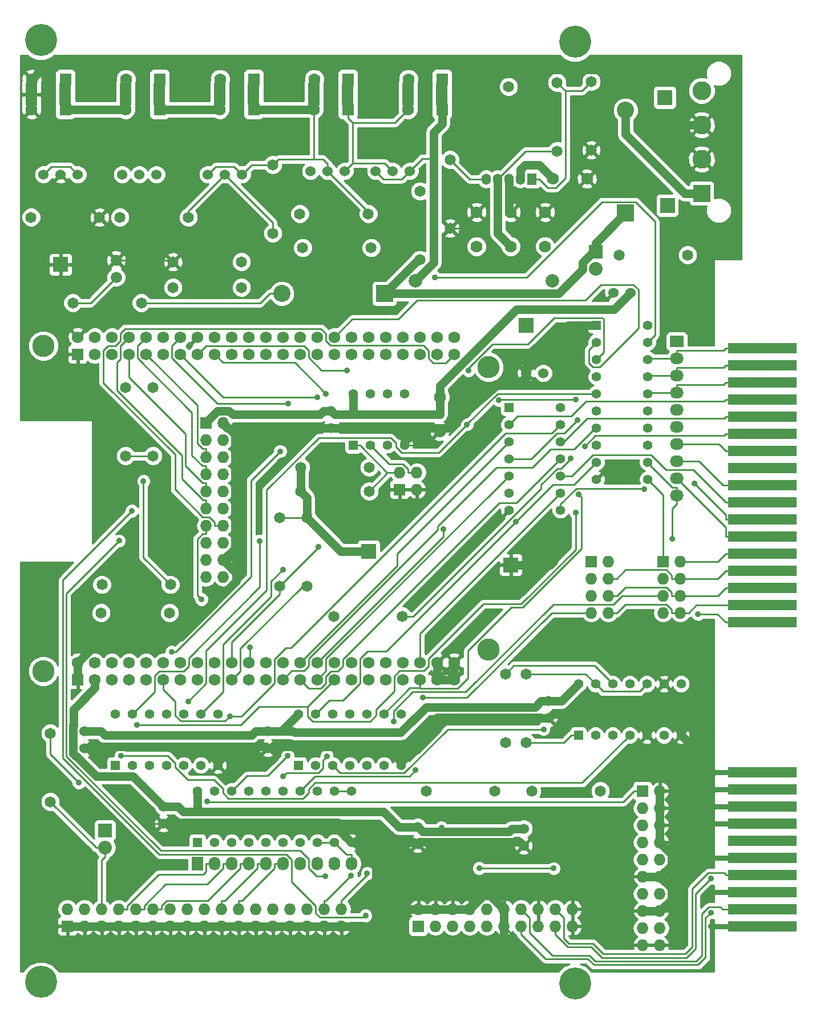
<source format=gbl>
G04 #@! TF.FileFunction,Copper,L2,Bot,Signal*
%FSLAX46Y46*%
G04 Gerber Fmt 4.6, Leading zero omitted, Abs format (unit mm)*
G04 Created by KiCad (PCBNEW no-vcs-found-product) date Tue 04 Aug 2015 07:37:06 AM EDT*
%MOMM*%
G01*
G04 APERTURE LIST*
%ADD10C,0.152400*%
%ADD11C,1.524000*%
%ADD12R,1.727200X1.727200*%
%ADD13O,1.727200X1.727200*%
%ADD14C,3.302000*%
%ADD15C,1.727200*%
%ADD16R,1.727200X2.032000*%
%ADD17O,1.727200X2.032000*%
%ADD18R,2.032000X1.727200*%
%ADD19O,2.032000X1.727200*%
%ADD20R,1.397000X1.397000*%
%ADD21C,1.397000*%
%ADD22R,10.160000X1.524000*%
%ADD23R,2.540000X2.540000*%
%ADD24C,2.794000*%
%ADD25C,1.676400*%
%ADD26C,1.998980*%
%ADD27C,2.540000*%
%ADD28R,2.032000X2.032000*%
%ADD29O,2.032000X2.032000*%
%ADD30R,2.235200X2.235200*%
%ADD31C,1.651000*%
%ADD32C,1.778000*%
%ADD33O,1.371600X1.651000*%
%ADD34R,1.371600X1.651000*%
%ADD35C,4.749800*%
%ADD36R,1.778000X1.778000*%
%ADD37R,1.778000X3.200000*%
%ADD38R,1.778000X3.500000*%
%ADD39C,0.889000*%
%ADD40C,0.254000*%
%ADD41C,1.270000*%
%ADD42C,0.762000*%
G04 APERTURE END LIST*
D10*
D11*
X149479000Y-38100000D03*
X146939000Y-38100000D03*
X152019000Y-38100000D03*
D12*
X175387000Y-84836000D03*
D13*
X175387000Y-82296000D03*
X177927000Y-84836000D03*
X177927000Y-82296000D03*
D12*
X214503000Y-95504000D03*
D13*
X217043000Y-95504000D03*
X214503000Y-98044000D03*
X217043000Y-98044000D03*
X214503000Y-100584000D03*
X217043000Y-100584000D03*
X214503000Y-103124000D03*
X217043000Y-103124000D03*
D12*
X203835000Y-95504000D03*
D13*
X206375000Y-95504000D03*
X203835000Y-98044000D03*
X206375000Y-98044000D03*
X203835000Y-100584000D03*
X206375000Y-100584000D03*
X203835000Y-103124000D03*
X206375000Y-103124000D03*
D12*
X146685000Y-74930000D03*
D13*
X149225000Y-74930000D03*
X146685000Y-77470000D03*
X149225000Y-77470000D03*
X146685000Y-80010000D03*
X149225000Y-80010000D03*
X146685000Y-82550000D03*
X149225000Y-82550000D03*
X146685000Y-85090000D03*
X149225000Y-85090000D03*
X146685000Y-87630000D03*
X149225000Y-87630000D03*
X146685000Y-90170000D03*
X149225000Y-90170000D03*
X146685000Y-92710000D03*
X149225000Y-92710000D03*
X146685000Y-95250000D03*
X149225000Y-95250000D03*
X146685000Y-97790000D03*
X149225000Y-97790000D03*
D12*
X211455000Y-129540000D03*
D13*
X213995000Y-129540000D03*
X211455000Y-132080000D03*
X213995000Y-132080000D03*
X211455000Y-134620000D03*
X213995000Y-134620000D03*
X211455000Y-137160000D03*
X213995000Y-137160000D03*
X211455000Y-139700000D03*
X213995000Y-139700000D03*
X211455000Y-142240000D03*
X213995000Y-142240000D03*
X211455000Y-144780000D03*
X213995000Y-144780000D03*
X211455000Y-147320000D03*
X213995000Y-147320000D03*
X211455000Y-149860000D03*
X213995000Y-149860000D03*
X211455000Y-152400000D03*
X213995000Y-152400000D03*
D12*
X178181000Y-149606000D03*
D13*
X178181000Y-147066000D03*
X180721000Y-149606000D03*
X180721000Y-147066000D03*
X183261000Y-149606000D03*
X183261000Y-147066000D03*
X185801000Y-149606000D03*
X185801000Y-147066000D03*
X188341000Y-149606000D03*
X188341000Y-147066000D03*
X190881000Y-149606000D03*
X190881000Y-147066000D03*
X193421000Y-149606000D03*
X193421000Y-147066000D03*
X195961000Y-149606000D03*
X195961000Y-147066000D03*
X198501000Y-149606000D03*
X198501000Y-147066000D03*
X201041000Y-149606000D03*
X201041000Y-147066000D03*
D12*
X126111000Y-149606000D03*
D13*
X126111000Y-147066000D03*
X128651000Y-149606000D03*
X128651000Y-147066000D03*
X131191000Y-149606000D03*
X131191000Y-147066000D03*
X133731000Y-149606000D03*
X133731000Y-147066000D03*
X136271000Y-149606000D03*
X136271000Y-147066000D03*
X138811000Y-149606000D03*
X138811000Y-147066000D03*
X141351000Y-149606000D03*
X141351000Y-147066000D03*
X143891000Y-149606000D03*
X143891000Y-147066000D03*
X146431000Y-149606000D03*
X146431000Y-147066000D03*
X148971000Y-149606000D03*
X148971000Y-147066000D03*
X151511000Y-149606000D03*
X151511000Y-147066000D03*
X154051000Y-149606000D03*
X154051000Y-147066000D03*
X156591000Y-149606000D03*
X156591000Y-147066000D03*
X159131000Y-149606000D03*
X159131000Y-147066000D03*
X161671000Y-149606000D03*
X161671000Y-147066000D03*
X164211000Y-149606000D03*
X164211000Y-147066000D03*
X166751000Y-149606000D03*
X166751000Y-147066000D03*
D14*
X188595000Y-108585000D03*
X122555000Y-111760000D03*
X122555000Y-63500000D03*
X188595000Y-66675000D03*
D12*
X127635000Y-113030000D03*
D15*
X127635000Y-110490000D03*
X130175000Y-113030000D03*
X130175000Y-110490000D03*
X132715000Y-113030000D03*
X132715000Y-110490000D03*
X135255000Y-113030000D03*
X135255000Y-110490000D03*
X137795000Y-113030000D03*
X137795000Y-110490000D03*
X140335000Y-113030000D03*
X140335000Y-110490000D03*
X142875000Y-113030000D03*
X142875000Y-110490000D03*
X145415000Y-113030000D03*
X145415000Y-110490000D03*
X147955000Y-113030000D03*
X147955000Y-110490000D03*
X150495000Y-113030000D03*
X150495000Y-110490000D03*
X153035000Y-113030000D03*
X153035000Y-110490000D03*
X155575000Y-113030000D03*
X155575000Y-110490000D03*
X158115000Y-113030000D03*
X158115000Y-110490000D03*
X160655000Y-113030000D03*
X160655000Y-110490000D03*
X163195000Y-113030000D03*
X163195000Y-110490000D03*
X165735000Y-113030000D03*
X165735000Y-110490000D03*
X168275000Y-113030000D03*
X168275000Y-110490000D03*
X170815000Y-113030000D03*
X170815000Y-110490000D03*
X173355000Y-113030000D03*
X173355000Y-110490000D03*
X175895000Y-113030000D03*
X175895000Y-110490000D03*
X178435000Y-113030000D03*
X178435000Y-110490000D03*
X180975000Y-113030000D03*
X180975000Y-110490000D03*
X183515000Y-113030000D03*
X183515000Y-110490000D03*
D12*
X127635000Y-64770000D03*
D15*
X127635000Y-62230000D03*
X130175000Y-64770000D03*
X130175000Y-62230000D03*
X132715000Y-64770000D03*
X132715000Y-62230000D03*
X135255000Y-64770000D03*
X135255000Y-62230000D03*
X137795000Y-64770000D03*
X137795000Y-62230000D03*
X140335000Y-64770000D03*
X140335000Y-62230000D03*
X142875000Y-64770000D03*
X142875000Y-62230000D03*
X145415000Y-64770000D03*
X145415000Y-62230000D03*
X147955000Y-64770000D03*
X147955000Y-62230000D03*
X150495000Y-64770000D03*
X150495000Y-62230000D03*
X153035000Y-64770000D03*
X153035000Y-62230000D03*
X155575000Y-64770000D03*
X155575000Y-62230000D03*
X158115000Y-64770000D03*
X158115000Y-62230000D03*
X160655000Y-64770000D03*
X160655000Y-62230000D03*
X163195000Y-64770000D03*
X163195000Y-62230000D03*
X165735000Y-64770000D03*
X165735000Y-62230000D03*
X168275000Y-64770000D03*
X168275000Y-62230000D03*
X170815000Y-64770000D03*
X170815000Y-62230000D03*
X173355000Y-64770000D03*
X173355000Y-62230000D03*
X175895000Y-64770000D03*
X175895000Y-62230000D03*
X178435000Y-64770000D03*
X178435000Y-62230000D03*
X180975000Y-64770000D03*
X180975000Y-62230000D03*
X183515000Y-64770000D03*
X183515000Y-62230000D03*
D16*
X145415000Y-140335000D03*
D17*
X147955000Y-140335000D03*
X150495000Y-140335000D03*
X153035000Y-140335000D03*
X155575000Y-140335000D03*
X158115000Y-140335000D03*
X160655000Y-140335000D03*
X163195000Y-140335000D03*
X165735000Y-140335000D03*
X168275000Y-140335000D03*
D18*
X216535000Y-62865000D03*
D19*
X216535000Y-65405000D03*
X216535000Y-67945000D03*
X216535000Y-70485000D03*
X216535000Y-73025000D03*
X216535000Y-75565000D03*
X216535000Y-78105000D03*
X216535000Y-80645000D03*
X216535000Y-83185000D03*
X216535000Y-85725000D03*
D20*
X145415000Y-137160000D03*
D21*
X147955000Y-137160000D03*
X150495000Y-137160000D03*
X153035000Y-137160000D03*
X155575000Y-137160000D03*
X158115000Y-137160000D03*
X160655000Y-137160000D03*
X163195000Y-137160000D03*
X165735000Y-137160000D03*
X168275000Y-137160000D03*
X168275000Y-129540000D03*
X165735000Y-129540000D03*
X163195000Y-129540000D03*
X160655000Y-129540000D03*
X158115000Y-129540000D03*
X155575000Y-129540000D03*
X153035000Y-129540000D03*
X150495000Y-129540000D03*
X147955000Y-129540000D03*
X145415000Y-129540000D03*
D22*
X229235000Y-63881000D03*
X229235000Y-66421000D03*
X229235000Y-68961000D03*
X229235000Y-71501000D03*
X229235000Y-74041000D03*
X229235000Y-76581000D03*
X229235000Y-79121000D03*
X229235000Y-81661000D03*
X229235000Y-84201000D03*
X229235000Y-86741000D03*
X229235000Y-89281000D03*
X229235000Y-91821000D03*
X229235000Y-94361000D03*
X229235000Y-96901000D03*
X229235000Y-99441000D03*
X229235000Y-101981000D03*
X229235000Y-104521000D03*
X229235000Y-126745600D03*
X229235000Y-129285600D03*
X229235000Y-131825600D03*
X229235000Y-134365600D03*
X229235000Y-136905600D03*
X229235000Y-139445600D03*
X229235000Y-141985600D03*
X229235000Y-144525600D03*
X229235000Y-147065600D03*
X229235000Y-149605600D03*
D23*
X220218000Y-40894000D03*
D24*
X220218000Y-35814000D03*
X220218000Y-30734000D03*
X220218000Y-25654000D03*
D25*
X133350000Y-53340000D03*
X133350000Y-50800000D03*
D26*
X198086980Y-53848000D03*
X177766980Y-53848000D03*
D27*
X208915000Y-28575000D03*
D23*
X208915000Y-43815000D03*
D27*
X157924000Y-55753000D03*
D23*
X173164000Y-55753000D03*
D20*
X191643000Y-72644000D03*
D21*
X191643000Y-75184000D03*
X191643000Y-77724000D03*
X191643000Y-80264000D03*
X191643000Y-82804000D03*
X191643000Y-85344000D03*
X191643000Y-87884000D03*
X199263000Y-87884000D03*
X199263000Y-85344000D03*
X199263000Y-82804000D03*
X199263000Y-80264000D03*
X199263000Y-77724000D03*
X199263000Y-75184000D03*
X199263000Y-72644000D03*
D20*
X133223000Y-125730000D03*
D21*
X135763000Y-125730000D03*
X138303000Y-125730000D03*
X140843000Y-125730000D03*
X143383000Y-125730000D03*
X145923000Y-125730000D03*
X148463000Y-125730000D03*
X148463000Y-118110000D03*
X145923000Y-118110000D03*
X143383000Y-118110000D03*
X140843000Y-118110000D03*
X138303000Y-118110000D03*
X135763000Y-118110000D03*
X133223000Y-118110000D03*
D20*
X160401000Y-125730000D03*
D21*
X162941000Y-125730000D03*
X165481000Y-125730000D03*
X168021000Y-125730000D03*
X170561000Y-125730000D03*
X173101000Y-125730000D03*
X175641000Y-125730000D03*
X175641000Y-118110000D03*
X173101000Y-118110000D03*
X170561000Y-118110000D03*
X168021000Y-118110000D03*
X165481000Y-118110000D03*
X162941000Y-118110000D03*
X160401000Y-118110000D03*
D28*
X131699000Y-135382000D03*
D29*
X131699000Y-137922000D03*
D20*
X204597000Y-60452000D03*
D21*
X204597000Y-62992000D03*
X204597000Y-65532000D03*
X204597000Y-68072000D03*
X204597000Y-70612000D03*
X204597000Y-73152000D03*
X204597000Y-75692000D03*
X204597000Y-78232000D03*
X204597000Y-80772000D03*
X204597000Y-83312000D03*
X212217000Y-83312000D03*
X212217000Y-80772000D03*
X212217000Y-78232000D03*
X212217000Y-75692000D03*
X212217000Y-73152000D03*
X212217000Y-70612000D03*
X212217000Y-68072000D03*
X212217000Y-65532000D03*
X212217000Y-62992000D03*
X212217000Y-60452000D03*
D20*
X168529000Y-78232000D03*
D21*
X171069000Y-78232000D03*
X173609000Y-78232000D03*
X176149000Y-78232000D03*
X176149000Y-70612000D03*
X173609000Y-70612000D03*
X171069000Y-70612000D03*
X168529000Y-70612000D03*
D30*
X214757000Y-26670000D03*
X215138000Y-42672000D03*
X125095000Y-51435000D03*
X191897000Y-96012000D03*
D31*
X178435000Y-50721260D03*
X178435000Y-40561260D03*
X195023740Y-129540000D03*
X205183740Y-129540000D03*
X134747000Y-69674740D03*
X134747000Y-79834740D03*
X157607000Y-88978740D03*
X157607000Y-99138740D03*
X161671000Y-88978740D03*
X161671000Y-99138740D03*
X182880000Y-35892740D03*
X182880000Y-46052740D03*
X160733740Y-81534000D03*
X170893740Y-81534000D03*
X160733740Y-85090000D03*
X170893740Y-85090000D03*
X175816260Y-103632000D03*
X165656260Y-103632000D03*
X137081260Y-57150000D03*
X126921260Y-57150000D03*
X120728740Y-44450000D03*
X130888740Y-44450000D03*
X144066260Y-44450000D03*
X133906260Y-44450000D03*
X156591000Y-36654740D03*
X156591000Y-46814740D03*
X160606740Y-43942000D03*
X170766740Y-43942000D03*
X171181260Y-48958500D03*
X161021260Y-48958500D03*
X123571000Y-120982740D03*
X123571000Y-131142740D03*
X141272260Y-103124000D03*
X131112260Y-103124000D03*
X189532260Y-129540000D03*
X179372260Y-129540000D03*
X141399260Y-98933000D03*
X131239260Y-98933000D03*
X138811000Y-69674740D03*
X138811000Y-79834740D03*
X207977740Y-50038000D03*
X218137740Y-50038000D03*
D11*
X197485000Y-116205000D03*
X197485000Y-118745000D03*
X165227000Y-73152000D03*
X165227000Y-75692000D03*
X140335000Y-131826000D03*
X140335000Y-134366000D03*
X128651000Y-120650000D03*
X128651000Y-123190000D03*
X193802000Y-135128000D03*
X193802000Y-137668000D03*
X196723000Y-67564000D03*
X194183000Y-67564000D03*
X209677000Y-55626000D03*
X207137000Y-55626000D03*
X155829000Y-120650000D03*
X155829000Y-123190000D03*
X178054000Y-134874000D03*
X178054000Y-137414000D03*
D32*
X186817000Y-48768000D03*
X186817000Y-43688000D03*
X191897000Y-48768000D03*
X191897000Y-43688000D03*
X196977000Y-48768000D03*
X196977000Y-43688000D03*
X198120000Y-38735000D03*
X203200000Y-38735000D03*
D33*
X188239400Y-38785800D03*
X189941200Y-38785800D03*
X191643000Y-38785800D03*
X193344800Y-38785800D03*
D34*
X195046600Y-38785800D03*
D31*
X191566800Y-25069800D03*
X191135000Y-122349260D03*
X191135000Y-112189260D03*
D28*
X204470000Y-49530000D03*
D29*
X204470000Y-52070000D03*
D31*
X203835000Y-34465260D03*
X203835000Y-24305260D03*
X198755000Y-24462740D03*
X198755000Y-34622740D03*
X151940260Y-54864000D03*
X141780260Y-54864000D03*
X151940260Y-51054000D03*
X141780260Y-51054000D03*
D20*
X201930000Y-121285000D03*
D21*
X204470000Y-121285000D03*
X207010000Y-121285000D03*
X209550000Y-121285000D03*
X212090000Y-121285000D03*
X214630000Y-121285000D03*
X217170000Y-121285000D03*
X217170000Y-113665000D03*
X214630000Y-113665000D03*
X212090000Y-113665000D03*
X209550000Y-113665000D03*
X207010000Y-113665000D03*
X204470000Y-113665000D03*
X201930000Y-113665000D03*
D35*
X201422000Y-18415000D03*
X201422000Y-158115000D03*
X122174000Y-157861000D03*
X122174000Y-18161000D03*
D30*
X194183000Y-60452000D03*
X170815000Y-93980000D03*
D31*
X194183000Y-122349260D03*
X194183000Y-112189260D03*
D36*
X181697000Y-23948000D03*
D32*
X176673000Y-28448000D03*
D36*
X181697000Y-28448000D03*
D32*
X176697000Y-23948000D03*
D37*
X181681880Y-26151840D03*
D38*
X176642520Y-26222960D03*
D36*
X167727000Y-23948000D03*
D32*
X162703000Y-28448000D03*
D36*
X167727000Y-28448000D03*
D32*
X162727000Y-23948000D03*
D37*
X167711880Y-26151840D03*
D38*
X162672520Y-26222960D03*
D36*
X139787000Y-23948000D03*
D32*
X134763000Y-28448000D03*
D36*
X139787000Y-28448000D03*
D32*
X134787000Y-23948000D03*
D37*
X139771880Y-26151840D03*
D38*
X134732520Y-26222960D03*
D36*
X153757000Y-23948000D03*
D32*
X148733000Y-28448000D03*
D36*
X153757000Y-28448000D03*
D32*
X148757000Y-23948000D03*
D37*
X153741880Y-26151840D03*
D38*
X148702520Y-26222960D03*
D36*
X125817000Y-23948000D03*
D32*
X120793000Y-28448000D03*
D36*
X125817000Y-28448000D03*
D32*
X120817000Y-23948000D03*
D37*
X125801880Y-26151840D03*
D38*
X120762520Y-26222960D03*
D11*
X174371000Y-37592000D03*
X171831000Y-37592000D03*
X176911000Y-37592000D03*
X164719000Y-37592000D03*
X162179000Y-37592000D03*
X167259000Y-37592000D03*
X136779000Y-38100000D03*
X134239000Y-38100000D03*
X139319000Y-38100000D03*
X125095000Y-38100000D03*
X122555000Y-38100000D03*
X127635000Y-38100000D03*
D32*
X181356000Y-71107300D03*
X181356000Y-76187300D03*
D39*
X127796800Y-128312200D03*
X201931100Y-85504100D03*
X146002700Y-101101200D03*
X153157900Y-108208600D03*
X219654600Y-103296300D03*
X215853900Y-92178800D03*
X144028400Y-116270100D03*
X185401000Y-75169800D03*
X201554500Y-71491300D03*
X190123400Y-71581100D03*
X158116800Y-96671400D03*
X141605100Y-108916200D03*
X157676500Y-79145800D03*
X185609300Y-67158900D03*
X154638400Y-92441500D03*
X177776100Y-126459300D03*
X158781800Y-124315300D03*
X181868200Y-90696500D03*
X192645600Y-89613000D03*
X158860400Y-72044800D03*
X164500300Y-70629200D03*
X150253800Y-118445600D03*
X201521800Y-88208100D03*
X136450800Y-119729200D03*
X180612000Y-53370700D03*
X137406100Y-83577700D03*
X133783000Y-92425000D03*
X164340800Y-142218500D03*
X198247000Y-95504000D03*
X188221000Y-137620000D03*
X214630000Y-118110000D03*
X221615000Y-149606000D03*
X221615000Y-144526000D03*
X221361000Y-139700000D03*
X178231800Y-78257400D03*
X132080000Y-128981200D03*
X194183000Y-154076400D03*
X163367000Y-93311300D03*
X187197998Y-141008100D03*
X198247000Y-141033500D03*
X167580200Y-67153900D03*
X221615000Y-142494000D03*
X221615000Y-147574000D03*
X202874000Y-78401200D03*
X201815000Y-74516700D03*
X219154800Y-83933000D03*
X211672000Y-84748600D03*
X164607200Y-124367600D03*
X158093600Y-127397100D03*
X168213200Y-142082200D03*
X170583900Y-141758500D03*
X146884700Y-131095700D03*
X200749700Y-80217700D03*
X135683300Y-88009600D03*
X170345900Y-148037200D03*
X174524500Y-119253800D03*
X178820700Y-115713600D03*
X181610000Y-135001000D03*
X196764500Y-120377900D03*
X163220800Y-71130500D03*
X134053900Y-124301200D03*
D40*
X189941200Y-38785800D02*
X189941000Y-38785800D01*
X189941000Y-38785800D02*
X194104000Y-34622700D01*
X194104000Y-34622700D02*
X198755000Y-34622700D01*
X127796800Y-128312200D02*
X123571000Y-124086400D01*
X123571000Y-124086400D02*
X123571000Y-120982700D01*
D41*
X189941000Y-38837300D02*
X189941000Y-38888900D01*
X189941000Y-38785800D02*
X189941000Y-38837300D01*
D40*
X189941000Y-38837300D02*
X189941000Y-38785800D01*
X189941000Y-38888900D02*
X189941000Y-38837300D01*
X189941000Y-38992100D02*
X189941000Y-38888900D01*
D41*
X189941000Y-38888900D02*
X189941000Y-38992100D01*
X157861000Y-120650000D02*
X160401000Y-118110000D01*
X197485000Y-116205000D02*
X196407000Y-116205000D01*
X196407000Y-116205000D02*
X195518000Y-117094000D01*
X195518000Y-117094000D02*
X179324000Y-117094000D01*
X179324000Y-117094000D02*
X175578000Y-120840000D01*
X175578000Y-120840000D02*
X159766000Y-120840000D01*
X159766000Y-120840000D02*
X159576000Y-120650000D01*
X159576000Y-120650000D02*
X157861000Y-120650000D01*
X128651000Y-120650000D02*
X131064000Y-120650000D01*
X131064000Y-120650000D02*
X131699000Y-121285000D01*
X131699000Y-121285000D02*
X153416000Y-121285000D01*
X153416000Y-121285000D02*
X154051000Y-120650000D01*
X154051000Y-120650000D02*
X155829000Y-120650000D01*
X197485000Y-116205000D02*
X199390000Y-116205000D01*
X199390000Y-116205000D02*
X201930000Y-113665000D01*
X155829000Y-120650000D02*
X157861000Y-120650000D01*
X157861000Y-120650000D02*
X155829000Y-120650000D01*
X189941000Y-38992100D02*
X189941000Y-46812200D01*
X189941000Y-46812200D02*
X191897000Y-48768000D01*
D40*
X178435000Y-114274800D02*
X178481900Y-114321700D01*
X178481900Y-114321700D02*
X184017800Y-114321700D01*
X184017800Y-114321700D02*
X185527600Y-112811900D01*
X185527600Y-112811900D02*
X185527600Y-108747000D01*
X185527600Y-108747000D02*
X191957400Y-102317200D01*
X191957400Y-102317200D02*
X193633700Y-102317200D01*
X193633700Y-102317200D02*
X202351100Y-93599800D01*
X202351100Y-93599800D02*
X202351100Y-85924100D01*
X202351100Y-85924100D02*
X201931100Y-85504100D01*
X178435000Y-114274800D02*
X176936200Y-114274800D01*
X176936200Y-114274800D02*
X173101000Y-118110000D01*
X178435000Y-113030000D02*
X178435000Y-114274800D01*
X149225000Y-90170000D02*
X147980100Y-90170000D01*
X183515000Y-64770000D02*
X182240500Y-66044500D01*
X182240500Y-66044500D02*
X180416200Y-66044500D01*
X180416200Y-66044500D02*
X179680000Y-65308300D01*
X179680000Y-65308300D02*
X179680000Y-64178100D01*
X179680000Y-64178100D02*
X178976900Y-63475000D01*
X178976900Y-63475000D02*
X165158600Y-63475000D01*
X165158600Y-63475000D02*
X164465000Y-62781400D01*
X164465000Y-62781400D02*
X164465000Y-61694700D01*
X164465000Y-61694700D02*
X163722100Y-60951800D01*
X163722100Y-60951800D02*
X134692000Y-60951800D01*
X134692000Y-60951800D02*
X133985000Y-61658800D01*
X133985000Y-61658800D02*
X133985000Y-62750800D01*
X133985000Y-62750800D02*
X133210800Y-63525000D01*
X133210800Y-63525000D02*
X132138600Y-63525000D01*
X132138600Y-63525000D02*
X131445000Y-64218600D01*
X131445000Y-64218600D02*
X131445000Y-68987400D01*
X131445000Y-68987400D02*
X142075000Y-79617400D01*
X142075000Y-79617400D02*
X142075000Y-84803600D01*
X142075000Y-84803600D02*
X146171400Y-88900000D01*
X146171400Y-88900000D02*
X147225900Y-88900000D01*
X147225900Y-88900000D02*
X147980100Y-89654200D01*
X147980100Y-89654200D02*
X147980100Y-90170000D01*
X146685000Y-90170000D02*
X146685000Y-91414900D01*
X146002700Y-101101200D02*
X145390000Y-100488500D01*
X145390000Y-100488500D02*
X145390000Y-92194100D01*
X145390000Y-92194100D02*
X146169200Y-91414900D01*
X146169200Y-91414900D02*
X146685000Y-91414900D01*
X153157900Y-108208600D02*
X153157900Y-110367100D01*
X153157900Y-110367100D02*
X153035000Y-110490000D01*
X146685000Y-85090000D02*
X146685000Y-83845100D01*
X135255000Y-64770000D02*
X135255000Y-68210300D01*
X135255000Y-68210300D02*
X143618600Y-76573900D01*
X143618600Y-76573900D02*
X143618600Y-81294500D01*
X143618600Y-81294500D02*
X146169200Y-83845100D01*
X146169200Y-83845100D02*
X146685000Y-83845100D01*
X146685000Y-87630000D02*
X146685000Y-86385100D01*
X146685000Y-86385100D02*
X146218200Y-86385100D01*
X146218200Y-86385100D02*
X143110200Y-83277100D01*
X143110200Y-83277100D02*
X143110200Y-79749000D01*
X143110200Y-79749000D02*
X133493800Y-70132600D01*
X133493800Y-70132600D02*
X133493800Y-65972600D01*
X133493800Y-65972600D02*
X133985000Y-65481400D01*
X133985000Y-65481400D02*
X133985000Y-63500000D01*
X133985000Y-63500000D02*
X135255000Y-62230000D01*
X146685000Y-82550000D02*
X146685000Y-81305100D01*
X137795000Y-62230000D02*
X136525000Y-63500000D01*
X136525000Y-63500000D02*
X136525000Y-65316100D01*
X136525000Y-65316100D02*
X144603700Y-73394800D01*
X144603700Y-73394800D02*
X144603700Y-79739600D01*
X144603700Y-79739600D02*
X146169200Y-81305100D01*
X146169200Y-81305100D02*
X146685000Y-81305100D01*
X146685000Y-80010000D02*
X146685000Y-78765100D01*
X137795000Y-64770000D02*
X145390000Y-72365000D01*
X145390000Y-72365000D02*
X145390000Y-77985900D01*
X145390000Y-77985900D02*
X146169200Y-78765100D01*
X146169200Y-78765100D02*
X146685000Y-78765100D01*
X216535000Y-85725000D02*
X216535000Y-86969900D01*
X216535000Y-86969900D02*
X215853900Y-87651000D01*
X215853900Y-87651000D02*
X215853900Y-92178800D01*
X216535000Y-85231700D02*
X216535000Y-85725000D01*
X229235000Y-104521000D02*
X223773700Y-104521000D01*
X219654600Y-103296300D02*
X222549000Y-103296300D01*
X222549000Y-103296300D02*
X223773700Y-104521000D01*
X216535000Y-85231700D02*
X216535000Y-84480100D01*
X216535000Y-84480100D02*
X215845700Y-84480100D01*
X215845700Y-84480100D02*
X212217000Y-80851400D01*
X212217000Y-80851400D02*
X212217000Y-80772000D01*
X229235000Y-79121000D02*
X223773700Y-79121000D01*
X216535000Y-78105000D02*
X222757700Y-78105000D01*
X222757700Y-78105000D02*
X223773700Y-79121000D01*
X216535000Y-80645000D02*
X219825700Y-80645000D01*
X219825700Y-80645000D02*
X223381700Y-84201000D01*
X223381700Y-84201000D02*
X229235000Y-84201000D01*
X229235000Y-66421000D02*
X223773700Y-66421000D01*
X216535000Y-67945000D02*
X216535000Y-66700100D01*
X223773700Y-66421000D02*
X223494600Y-66700100D01*
X223494600Y-66700100D02*
X216535000Y-66700100D01*
X216535000Y-67945000D02*
X212344000Y-67945000D01*
X212344000Y-67945000D02*
X212217000Y-68072000D01*
X229235000Y-63881000D02*
X223773700Y-63881000D01*
X216535000Y-65405000D02*
X216535000Y-64160100D01*
X223773700Y-63881000D02*
X223494600Y-64160100D01*
X223494600Y-64160100D02*
X216535000Y-64160100D01*
X216535000Y-65405000D02*
X212344000Y-65405000D01*
X212344000Y-65405000D02*
X212217000Y-65532000D01*
X229235000Y-94361000D02*
X223773700Y-94361000D01*
X217043000Y-95504000D02*
X222630700Y-95504000D01*
X222630700Y-95504000D02*
X223773700Y-94361000D01*
X217043000Y-98044000D02*
X215798100Y-98044000D01*
X206375000Y-98044000D02*
X207619900Y-98044000D01*
X207619900Y-98044000D02*
X208914900Y-96749000D01*
X208914900Y-96749000D02*
X215018900Y-96749000D01*
X215018900Y-96749000D02*
X215798100Y-97528200D01*
X215798100Y-97528200D02*
X215798100Y-98044000D01*
X229235000Y-96901000D02*
X223773700Y-96901000D01*
X217043000Y-98044000D02*
X222630700Y-98044000D01*
X222630700Y-98044000D02*
X223773700Y-96901000D01*
X217043000Y-100584000D02*
X215798100Y-100584000D01*
X206375000Y-100584000D02*
X207619900Y-100584000D01*
X207619900Y-100584000D02*
X208889900Y-99314000D01*
X208889900Y-99314000D02*
X215043900Y-99314000D01*
X215043900Y-99314000D02*
X215798100Y-100068200D01*
X215798100Y-100068200D02*
X215798100Y-100584000D01*
X229235000Y-99441000D02*
X223773700Y-99441000D01*
X217043000Y-100584000D02*
X222630700Y-100584000D01*
X222630700Y-100584000D02*
X223773700Y-99441000D01*
X217043000Y-103124000D02*
X218287900Y-103124000D01*
X218287900Y-103124000D02*
X219430900Y-101981000D01*
X219430900Y-101981000D02*
X229235000Y-101981000D01*
X216473500Y-103124000D02*
X217043000Y-103124000D01*
X206375000Y-103124000D02*
X207619900Y-103124000D01*
X216473500Y-103124000D02*
X215798100Y-103124000D01*
X207619900Y-103124000D02*
X208889900Y-101854000D01*
X208889900Y-101854000D02*
X215043900Y-101854000D01*
X215043900Y-101854000D02*
X215798100Y-102608200D01*
X215798100Y-102608200D02*
X215798100Y-103124000D01*
X229235000Y-91821000D02*
X223773700Y-91821000D01*
X216535000Y-83185000D02*
X223773700Y-90423700D01*
X223773700Y-90423700D02*
X223773700Y-91821000D01*
X229235000Y-68961000D02*
X223773700Y-68961000D01*
X216535000Y-70485000D02*
X216535000Y-69240100D01*
X223773700Y-68961000D02*
X223494600Y-69240100D01*
X223494600Y-69240100D02*
X216535000Y-69240100D01*
X216535000Y-70485000D02*
X212344000Y-70485000D01*
X212344000Y-70485000D02*
X212217000Y-70612000D01*
X204597000Y-70612000D02*
X189924700Y-70612000D01*
X189924700Y-70612000D02*
X185401000Y-75135700D01*
X185401000Y-75135700D02*
X185401000Y-75169800D01*
X185401000Y-75169800D02*
X181219100Y-79351700D01*
X181219100Y-79351700D02*
X175724400Y-79351700D01*
X175724400Y-79351700D02*
X174879000Y-78506300D01*
X174879000Y-78506300D02*
X174879000Y-77913800D01*
X174879000Y-77913800D02*
X174117300Y-77152100D01*
X174117300Y-77152100D02*
X163402800Y-77152100D01*
X163402800Y-77152100D02*
X155686100Y-84868800D01*
X155686100Y-84868800D02*
X155686100Y-99723100D01*
X155686100Y-99723100D02*
X146710000Y-108699200D01*
X146710000Y-108699200D02*
X146710000Y-113588500D01*
X146710000Y-113588500D02*
X144028400Y-116270100D01*
X190123400Y-71581100D02*
X190213200Y-71491300D01*
X190213200Y-71491300D02*
X201554500Y-71491300D01*
X158116800Y-96671400D02*
X156374100Y-98414100D01*
X156374100Y-98414100D02*
X156374100Y-100660000D01*
X156374100Y-100660000D02*
X149225000Y-107809100D01*
X149225000Y-107809100D02*
X149225000Y-114808000D01*
X149225000Y-114808000D02*
X145923000Y-118110000D01*
X157676500Y-79145800D02*
X153336000Y-83486300D01*
X153336000Y-83486300D02*
X153336000Y-97731800D01*
X153336000Y-97731800D02*
X142151600Y-108916200D01*
X142151600Y-108916200D02*
X141605100Y-108916200D01*
X204597000Y-65532000D02*
X205676900Y-64452100D01*
X205676900Y-64452100D02*
X205676900Y-59568300D01*
X205676900Y-59568300D02*
X205452200Y-59343600D01*
X205452200Y-59343600D02*
X198332900Y-59343600D01*
X198332900Y-59343600D02*
X194427400Y-63249100D01*
X194427400Y-63249100D02*
X189146800Y-63249100D01*
X189146800Y-63249100D02*
X185609300Y-66786600D01*
X185609300Y-66786600D02*
X185609300Y-67158900D01*
X154638400Y-92441500D02*
X154638400Y-99285200D01*
X154638400Y-99285200D02*
X144120000Y-109803600D01*
X144120000Y-109803600D02*
X144120000Y-111026400D01*
X144120000Y-111026400D02*
X143361400Y-111785000D01*
X143361400Y-111785000D02*
X139758600Y-111785000D01*
X139758600Y-111785000D02*
X139065000Y-112478600D01*
X139065000Y-112478600D02*
X139065000Y-114808000D01*
X139065000Y-114808000D02*
X135763000Y-118110000D01*
X165735000Y-62230000D02*
X168379700Y-59585300D01*
X168379700Y-59585300D02*
X175176000Y-59585300D01*
X175176000Y-59585300D02*
X177991900Y-56769400D01*
X177991900Y-56769400D02*
X202953100Y-56769400D01*
X202953100Y-56769400D02*
X205284000Y-54438500D01*
X205284000Y-54438500D02*
X210115000Y-54438500D01*
X210115000Y-54438500D02*
X210829200Y-55152700D01*
X210829200Y-55152700D02*
X210829200Y-60871500D01*
X210829200Y-60871500D02*
X205059700Y-66641000D01*
X205059700Y-66641000D02*
X204101700Y-66641000D01*
X204101700Y-66641000D02*
X203498700Y-66038000D01*
X203498700Y-66038000D02*
X203498700Y-64090300D01*
X203498700Y-64090300D02*
X204597000Y-62992000D01*
X199263000Y-80264000D02*
X192722800Y-86804200D01*
X192722800Y-86804200D02*
X190190100Y-86804200D01*
X190190100Y-86804200D02*
X167005000Y-109989300D01*
X167005000Y-109989300D02*
X167005000Y-111010800D01*
X167005000Y-111010800D02*
X166255800Y-111760000D01*
X166255800Y-111760000D02*
X165214200Y-111760000D01*
X165214200Y-111760000D02*
X164465000Y-112509200D01*
X164465000Y-112509200D02*
X164465000Y-113581000D01*
X164465000Y-113581000D02*
X163740000Y-114306000D01*
X163740000Y-114306000D02*
X161931000Y-114306000D01*
X161931000Y-114306000D02*
X160655000Y-113030000D01*
X178435000Y-110490000D02*
X178435000Y-106172000D01*
X178435000Y-106172000D02*
X199263000Y-85344000D01*
X177776100Y-126459300D02*
X176872700Y-127362700D01*
X176872700Y-127362700D02*
X162832300Y-127362700D01*
X162832300Y-127362700D02*
X160655000Y-129540000D01*
X158781800Y-124315300D02*
X155817100Y-127280000D01*
X155817100Y-127280000D02*
X152755000Y-127280000D01*
X152755000Y-127280000D02*
X150495000Y-129540000D01*
X163195000Y-110490000D02*
X181868200Y-91816800D01*
X181868200Y-91816800D02*
X181868200Y-90696500D01*
X192645600Y-89613000D02*
X173429100Y-108829500D01*
X173429100Y-108829500D02*
X170642700Y-108829500D01*
X170642700Y-108829500D02*
X169545000Y-109927200D01*
X169545000Y-109927200D02*
X169545000Y-113541900D01*
X169545000Y-113541900D02*
X166968400Y-116118500D01*
X166968400Y-116118500D02*
X164932500Y-116118500D01*
X164932500Y-116118500D02*
X162941000Y-118110000D01*
X192645600Y-89613000D02*
X198184600Y-84074000D01*
X198184600Y-84074000D02*
X201295000Y-84074000D01*
X201295000Y-84074000D02*
X204597000Y-80772000D01*
X142875000Y-62230000D02*
X141605000Y-63500000D01*
X141605000Y-63500000D02*
X141605000Y-65299200D01*
X141605000Y-65299200D02*
X148350600Y-72044800D01*
X148350600Y-72044800D02*
X158860400Y-72044800D01*
X147955000Y-64770000D02*
X149200000Y-66015000D01*
X149200000Y-66015000D02*
X159886100Y-66015000D01*
X159886100Y-66015000D02*
X164500300Y-70629200D01*
X163195000Y-113030000D02*
X164490000Y-111735000D01*
X164490000Y-111735000D02*
X164490000Y-109957000D01*
X164490000Y-109957000D02*
X191643000Y-82804000D01*
X204597000Y-75692000D02*
X204415500Y-75692000D01*
X204415500Y-75692000D02*
X201257100Y-78850400D01*
X201257100Y-78850400D02*
X197785900Y-78850400D01*
X197785900Y-78850400D02*
X195102300Y-81534000D01*
X195102300Y-81534000D02*
X189789700Y-81534000D01*
X189789700Y-81534000D02*
X181042400Y-90281300D01*
X181042400Y-90281300D02*
X181042400Y-90821700D01*
X181042400Y-90821700D02*
X161925000Y-109939100D01*
X161925000Y-109939100D02*
X161925000Y-111041400D01*
X161925000Y-111041400D02*
X161231400Y-111735000D01*
X161231400Y-111735000D02*
X159410000Y-111735000D01*
X159410000Y-111735000D02*
X158115000Y-113030000D01*
X140335000Y-113030000D02*
X140335000Y-114451800D01*
X140335000Y-114451800D02*
X142113000Y-116229800D01*
X142113000Y-116229800D02*
X142113000Y-118368300D01*
X142113000Y-118368300D02*
X142934600Y-119189900D01*
X142934600Y-119189900D02*
X149509500Y-119189900D01*
X149509500Y-119189900D02*
X150253800Y-118445600D01*
X199263000Y-75184000D02*
X197993000Y-76454000D01*
X197993000Y-76454000D02*
X191127600Y-76454000D01*
X191127600Y-76454000D02*
X159275200Y-108306400D01*
X159275200Y-108306400D02*
X158515700Y-108306400D01*
X158515700Y-108306400D02*
X156845000Y-109977100D01*
X156845000Y-109977100D02*
X156845000Y-113546300D01*
X156845000Y-113546300D02*
X151945700Y-118445600D01*
X151945700Y-118445600D02*
X150253800Y-118445600D01*
X191643000Y-77724000D02*
X175050500Y-94316500D01*
X175050500Y-94316500D02*
X175050500Y-96094500D01*
X175050500Y-96094500D02*
X160655000Y-110490000D01*
X161734900Y-117030100D02*
X165735000Y-113030000D01*
X136450800Y-119729200D02*
X151866100Y-119729200D01*
X151866100Y-119729200D02*
X154565200Y-117030100D01*
X154565200Y-117030100D02*
X161734900Y-117030100D01*
X161734900Y-117030100D02*
X161734900Y-118438300D01*
X161734900Y-118438300D02*
X162510700Y-119214100D01*
X162510700Y-119214100D02*
X171031400Y-119214100D01*
X171031400Y-119214100D02*
X171923100Y-118322400D01*
X171923100Y-118322400D02*
X171923100Y-117484700D01*
X171923100Y-117484700D02*
X174650000Y-114757800D01*
X174650000Y-114757800D02*
X174650000Y-112509400D01*
X174650000Y-112509400D02*
X175424400Y-111735000D01*
X175424400Y-111735000D02*
X179011400Y-111735000D01*
X179011400Y-111735000D02*
X179705000Y-111041400D01*
X179705000Y-111041400D02*
X179705000Y-109918700D01*
X179705000Y-109918700D02*
X187814900Y-101808800D01*
X187814900Y-101808800D02*
X193423100Y-101808800D01*
X193423100Y-101808800D02*
X201521800Y-93710100D01*
X201521800Y-93710100D02*
X201521800Y-88208100D01*
X180612000Y-53370700D02*
X194255400Y-53370700D01*
X194255400Y-53370700D02*
X205462500Y-42163600D01*
X205462500Y-42163600D02*
X210406900Y-42163600D01*
X210406900Y-42163600D02*
X213312100Y-45068800D01*
X213312100Y-45068800D02*
X213312100Y-61896900D01*
X213312100Y-61896900D02*
X212217000Y-62992000D01*
X141399300Y-98933000D02*
X137406100Y-94939800D01*
X137406100Y-94939800D02*
X137406100Y-83577700D01*
X133783000Y-92425000D02*
X125960600Y-100247400D01*
X125960600Y-100247400D02*
X125960600Y-124409200D01*
X125960600Y-124409200D02*
X139960300Y-138408900D01*
X139960300Y-138408900D02*
X160653200Y-138408900D01*
X160653200Y-138408900D02*
X161900000Y-139655700D01*
X161900000Y-139655700D02*
X161900000Y-140999400D01*
X161900000Y-140999400D02*
X163119100Y-142218500D01*
X163119100Y-142218500D02*
X164340800Y-142218500D01*
X229234600Y-126746000D02*
X229235000Y-126745600D01*
D42*
X229234600Y-126746000D02*
X221806000Y-126746000D01*
X229235000Y-126746000D02*
X229234600Y-126746000D01*
D40*
X229234600Y-129286000D02*
X229235000Y-129285600D01*
D42*
X229234600Y-129286000D02*
X221806000Y-129286000D01*
X229235000Y-129286000D02*
X229234600Y-129286000D01*
D40*
X229234600Y-131826000D02*
X229235000Y-131825600D01*
D42*
X229234600Y-131826000D02*
X221806000Y-131826000D01*
X229235000Y-131826000D02*
X229234600Y-131826000D01*
D40*
X229234600Y-134366000D02*
X229235000Y-134365600D01*
D42*
X229234600Y-134366000D02*
X221615000Y-134366000D01*
X229235000Y-134366000D02*
X229234600Y-134366000D01*
D40*
X229234600Y-139446000D02*
X229235000Y-139445600D01*
D42*
X229234600Y-139446000D02*
X221678000Y-139446000D01*
X229235000Y-139446000D02*
X229234600Y-139446000D01*
D40*
X229234600Y-144526000D02*
X229235000Y-144525600D01*
D42*
X229234600Y-144526000D02*
X221615000Y-144526000D01*
X229235000Y-144526000D02*
X229234600Y-144526000D01*
D40*
X229234600Y-149606000D02*
X229235000Y-149605600D01*
D42*
X229234600Y-149606000D02*
X221615000Y-149606000D01*
X229235000Y-149606000D02*
X229234600Y-149606000D01*
D41*
X138811000Y-149606000D02*
X141351000Y-149606000D01*
X136271000Y-149606000D02*
X138811000Y-149606000D01*
X141351000Y-149606000D02*
X143891000Y-149606000D01*
X143891000Y-149606000D02*
X146431000Y-149606000D01*
X146431000Y-149606000D02*
X148971000Y-149606000D01*
X148971000Y-149606000D02*
X151511000Y-149606000D01*
X221615000Y-139382000D02*
X221361000Y-139128000D01*
X221361000Y-139128000D02*
X221361000Y-134620000D01*
X221361000Y-134620000D02*
X221615000Y-134366000D01*
X151511000Y-149606000D02*
X154051000Y-149606000D01*
X178181000Y-147066000D02*
X180721000Y-147066000D01*
X175133000Y-150368000D02*
X175133000Y-148146000D01*
X175133000Y-148146000D02*
X176212000Y-147066000D01*
X176212000Y-147066000D02*
X178181000Y-147066000D01*
X128651000Y-149606000D02*
X131191000Y-149606000D01*
X126111000Y-149606000D02*
X128651000Y-149606000D01*
X165227000Y-75692000D02*
X153416000Y-75692000D01*
X153416000Y-75692000D02*
X153314000Y-75793600D01*
X153314000Y-75793600D02*
X150154000Y-75793600D01*
X176149000Y-75692000D02*
X165227000Y-75692000D01*
X176149000Y-78232000D02*
X176149000Y-75692000D01*
X170307000Y-137160000D02*
X171933000Y-138786000D01*
X171933000Y-138786000D02*
X171933000Y-149606000D01*
X168275000Y-137160000D02*
X170307000Y-137160000D01*
X220218000Y-30734000D02*
X214500000Y-30734000D01*
X214500000Y-30734000D02*
X206309000Y-22542500D01*
X206309000Y-22542500D02*
X186273000Y-22542500D01*
X186273000Y-22542500D02*
X185153000Y-21422400D01*
X185153000Y-21422400D02*
X185151000Y-21424900D01*
X185151000Y-21424900D02*
X125514000Y-21424900D01*
X125514000Y-21424900D02*
X125095000Y-21844000D01*
X125095000Y-21844000D02*
X124543000Y-21844000D01*
X124543000Y-21844000D02*
X124093000Y-22293600D01*
X124093000Y-22293600D02*
X122471000Y-22293600D01*
X122471000Y-22293600D02*
X120817000Y-23948000D01*
X127635000Y-113030000D02*
X127635000Y-110490000D01*
X191643000Y-38785800D02*
X191643000Y-43434000D01*
X191643000Y-43434000D02*
X191897000Y-43688000D01*
X140335000Y-134366000D02*
X142875000Y-134366000D01*
X142875000Y-134366000D02*
X143002000Y-134239000D01*
X143002000Y-134239000D02*
X166243000Y-134239000D01*
X166243000Y-134239000D02*
X166243000Y-135128000D01*
X166243000Y-135128000D02*
X168275000Y-137160000D01*
X212090000Y-121285000D02*
X212090000Y-120297000D01*
X212090000Y-120297000D02*
X212097000Y-120290000D01*
X212097000Y-120290000D02*
X212097000Y-118110000D01*
X212097000Y-118110000D02*
X198120000Y-118110000D01*
X198120000Y-118110000D02*
X197485000Y-118745000D01*
X183515000Y-113030000D02*
X180975000Y-113030000D01*
X197485000Y-118745000D02*
X196407000Y-118745000D01*
X196407000Y-118745000D02*
X196323000Y-118661000D01*
X196323000Y-118661000D02*
X180975000Y-118661000D01*
X180975000Y-118661000D02*
X180975000Y-120396000D01*
X180975000Y-120396000D02*
X177927000Y-123444000D01*
X177927000Y-123444000D02*
X175641000Y-123444000D01*
X183515000Y-110490000D02*
X183515000Y-113030000D01*
X180975000Y-110490000D02*
X180975000Y-113030000D01*
X211455000Y-147320000D02*
X213995000Y-147320000D01*
X211455000Y-142240000D02*
X213995000Y-142240000D01*
X166751000Y-149606000D02*
X171933000Y-149606000D01*
X148717000Y-122936000D02*
X148463000Y-123190000D01*
X148463000Y-123190000D02*
X148463000Y-125730000D01*
D40*
X155575000Y-122936000D02*
X155829000Y-123190000D01*
D41*
X148717000Y-122936000D02*
X155575000Y-122936000D01*
X221678000Y-139446000D02*
X221615000Y-139382000D01*
X171933000Y-149606000D02*
X174371000Y-149606000D01*
X174371000Y-149606000D02*
X175133000Y-150368000D01*
X190881000Y-147066000D02*
X190881000Y-149606000D01*
X128651000Y-123190000D02*
X130874000Y-123254000D01*
X130874000Y-123254000D02*
X131191000Y-122936000D01*
X131191000Y-122936000D02*
X148717000Y-122936000D01*
X191897000Y-96012000D02*
X197739000Y-96012000D01*
X197739000Y-96012000D02*
X198247000Y-95504000D01*
X185801000Y-147066000D02*
X187820000Y-145047000D01*
X187820000Y-145047000D02*
X188862000Y-145047000D01*
X188862000Y-145047000D02*
X190881000Y-147066000D01*
X149225000Y-95250000D02*
X151166000Y-97190600D01*
X151166000Y-97190600D02*
X151166000Y-98443300D01*
X151166000Y-98443300D02*
X142929000Y-106680000D01*
X142929000Y-106680000D02*
X131445000Y-106680000D01*
X131445000Y-106680000D02*
X127635000Y-110490000D01*
X213995000Y-147320000D02*
X214775000Y-146540000D01*
X214775000Y-146540000D02*
X214840000Y-146540000D01*
X214840000Y-146540000D02*
X215755000Y-145625000D01*
X215755000Y-145625000D02*
X215755000Y-143935000D01*
X215755000Y-143935000D02*
X214840000Y-143020000D01*
X214840000Y-143020000D02*
X214775000Y-143020000D01*
X214775000Y-143020000D02*
X213995000Y-142240000D01*
X213995000Y-137160000D02*
X214775000Y-137940000D01*
X178054000Y-137414000D02*
X178366000Y-137102000D01*
X178366000Y-137102000D02*
X193236000Y-137102000D01*
X193236000Y-137102000D02*
X193802000Y-137668000D01*
X213995000Y-137160000D02*
X214775000Y-137940000D01*
X214775000Y-137940000D02*
X215755000Y-138920000D01*
X214775000Y-137940000D02*
X214840000Y-137940000D01*
X214840000Y-137940000D02*
X215755000Y-138855000D01*
X215755000Y-138855000D02*
X215755000Y-138920000D01*
X215755000Y-138920000D02*
X215755000Y-140545000D01*
X215755000Y-140545000D02*
X214840000Y-141460000D01*
X214840000Y-141460000D02*
X214775000Y-141460000D01*
X214775000Y-141460000D02*
X213995000Y-142240000D01*
X150154000Y-75793600D02*
X150985000Y-76625100D01*
X150985000Y-76625100D02*
X150985000Y-78314900D01*
X150985000Y-78314900D02*
X150978000Y-78322500D01*
X150978000Y-78322500D02*
X150978000Y-79157500D01*
X150978000Y-79157500D02*
X150985000Y-79165100D01*
X150985000Y-79165100D02*
X150985000Y-80854900D01*
X150985000Y-80854900D02*
X150978000Y-80862500D01*
X150978000Y-80862500D02*
X150978000Y-81697500D01*
X150978000Y-81697500D02*
X150985000Y-81705100D01*
X150985000Y-81705100D02*
X150985000Y-83394900D01*
X150985000Y-83394900D02*
X150978000Y-83402500D01*
X150978000Y-83402500D02*
X150978000Y-84237500D01*
X150978000Y-84237500D02*
X150985000Y-84245100D01*
X150985000Y-84245100D02*
X150985000Y-85934900D01*
X150985000Y-85934900D02*
X150978000Y-85942500D01*
X150978000Y-85942500D02*
X150978000Y-86777500D01*
X150978000Y-86777500D02*
X150985000Y-86785100D01*
X150985000Y-86785100D02*
X150985000Y-88474900D01*
X150985000Y-88474900D02*
X150978000Y-88482500D01*
X150978000Y-88482500D02*
X150978000Y-89317500D01*
X150978000Y-89317500D02*
X150985000Y-89325100D01*
X150985000Y-89325100D02*
X150985000Y-91014900D01*
X150985000Y-91014900D02*
X150978000Y-91022500D01*
X150978000Y-91022500D02*
X150978000Y-91857500D01*
X150978000Y-91857500D02*
X150985000Y-91865100D01*
X150985000Y-91865100D02*
X150985000Y-93554900D01*
X150985000Y-93554900D02*
X150070000Y-94470200D01*
X150070000Y-94470200D02*
X150005000Y-94470200D01*
X150005000Y-94470200D02*
X149225000Y-95250000D01*
X150154000Y-75793600D02*
X150089000Y-75793600D01*
X150089000Y-75793600D02*
X150005000Y-75709800D01*
X150005000Y-75709800D02*
X149225000Y-74930000D01*
X149225000Y-74930000D02*
X149225000Y-75112900D01*
X149225000Y-75112900D02*
X149822000Y-75709800D01*
X149822000Y-75709800D02*
X150005000Y-75709800D01*
X150005000Y-75709800D02*
X150070000Y-75709800D01*
X150070000Y-75709800D02*
X150154000Y-75793600D01*
X190881000Y-149606000D02*
X190881000Y-152527000D01*
X190881000Y-152527000D02*
X176276000Y-152527000D01*
X176276000Y-152527000D02*
X175133000Y-151384000D01*
X175133000Y-151384000D02*
X175133000Y-150368000D01*
X155829000Y-123190000D02*
X156972000Y-123190000D01*
X156972000Y-123190000D02*
X157226000Y-122936000D01*
X157226000Y-122936000D02*
X175133000Y-122936000D01*
X175133000Y-122936000D02*
X175641000Y-123444000D01*
X175641000Y-123444000D02*
X175641000Y-125730000D01*
X161671000Y-149606000D02*
X164211000Y-149606000D01*
X164211000Y-149606000D02*
X166751000Y-149606000D01*
X180721000Y-147066000D02*
X183261000Y-147066000D01*
X183261000Y-147066000D02*
X185801000Y-147066000D01*
X156591000Y-149606000D02*
X159131000Y-149606000D01*
X159131000Y-149606000D02*
X161671000Y-149606000D01*
X154051000Y-149606000D02*
X156591000Y-149606000D01*
X168275000Y-137160000D02*
X170307000Y-137160000D01*
X170307000Y-137160000D02*
X177673000Y-137160000D01*
X177673000Y-137160000D02*
X177927000Y-137414000D01*
X213995000Y-134620000D02*
X213995000Y-137160000D01*
X213995000Y-129540000D02*
X213995000Y-132080000D01*
X213995000Y-132080000D02*
X213995000Y-134620000D01*
X131191000Y-149606000D02*
X133731000Y-149606000D01*
X133731000Y-149606000D02*
X136271000Y-149606000D01*
D40*
X186817000Y-43688000D02*
X184452000Y-46052700D01*
X184452000Y-46052700D02*
X182880000Y-46052700D01*
D41*
X217170000Y-121285000D02*
X217170000Y-120297000D01*
X217170000Y-120297000D02*
X214983000Y-118110000D01*
X214983000Y-118110000D02*
X214630000Y-118110000D01*
X214630000Y-118110000D02*
X212097000Y-118110000D01*
X176149000Y-75692000D02*
X182499000Y-75692000D01*
X182499000Y-75692000D02*
X190500000Y-68743000D01*
X190500000Y-68743000D02*
X194056000Y-68743000D01*
X194056000Y-68743000D02*
X194120000Y-67721700D01*
X194120000Y-67721700D02*
X194183000Y-66700400D01*
X194183000Y-66700400D02*
X200431000Y-60452000D01*
X200431000Y-60452000D02*
X204597000Y-60452000D01*
D40*
X194120000Y-67721700D02*
X194183000Y-67658200D01*
X194183000Y-67658200D02*
X194183000Y-67564000D01*
X133350000Y-50800000D02*
X141526000Y-50800000D01*
X141526000Y-50800000D02*
X141780000Y-51054000D01*
D41*
X221615000Y-139382000D02*
X221361000Y-139636000D01*
X221361000Y-139636000D02*
X221361000Y-139700000D01*
X215755000Y-138920000D02*
X216535000Y-139700000D01*
X216535000Y-139700000D02*
X221361000Y-139700000D01*
X221615000Y-134366000D02*
X221552000Y-134366000D01*
X221552000Y-134366000D02*
X221361000Y-134175000D01*
X221361000Y-134175000D02*
X221361000Y-132271000D01*
X221361000Y-132271000D02*
X221806000Y-131826000D01*
X221806000Y-129286000D02*
X221361000Y-128841000D01*
X221361000Y-128841000D02*
X221361000Y-127191000D01*
X221361000Y-127191000D02*
X221806000Y-126746000D01*
X221806000Y-131826000D02*
X221361000Y-131381000D01*
X221361000Y-131381000D02*
X221361000Y-129286000D01*
X221361000Y-129286000D02*
X221806000Y-129286000D01*
X221806000Y-126746000D02*
X221361000Y-126301000D01*
X221361000Y-126301000D02*
X221361000Y-125476000D01*
X221361000Y-125476000D02*
X217170000Y-121285000D01*
D40*
X178206400Y-78232000D02*
X178231800Y-78257400D01*
X176149000Y-78232000D02*
X178206400Y-78232000D01*
X137464800Y-134366000D02*
X132080000Y-128981200D01*
X140335000Y-134366000D02*
X137464800Y-134366000D01*
X194183000Y-152908000D02*
X194183000Y-154076400D01*
X190881000Y-149606000D02*
X194183000Y-152908000D01*
X161671000Y-99138700D02*
X161060000Y-99138700D01*
X161060000Y-99138700D02*
X151765000Y-108433700D01*
X151765000Y-108433700D02*
X151765000Y-111760000D01*
X151765000Y-111760000D02*
X150495000Y-113030000D01*
X157607000Y-99138700D02*
X163367000Y-93378700D01*
X163367000Y-93378700D02*
X163367000Y-93311300D01*
X157607000Y-99138700D02*
X157607000Y-100363000D01*
X157607000Y-100363000D02*
X150495000Y-107475000D01*
X150495000Y-107475000D02*
X150495000Y-110490000D01*
X187197998Y-141008100D02*
X198221600Y-141008100D01*
X198221600Y-141008100D02*
X198247000Y-141033500D01*
X167580200Y-67153900D02*
X163800300Y-67153900D01*
X163800300Y-67153900D02*
X161900000Y-65253600D01*
X161900000Y-65253600D02*
X161900000Y-64184300D01*
X161900000Y-64184300D02*
X161215700Y-63500000D01*
X161215700Y-63500000D02*
X146685000Y-63500000D01*
X146685000Y-63500000D02*
X145415000Y-64770000D01*
X157924000Y-55753000D02*
X156127949Y-55753000D01*
X156127949Y-55753000D02*
X154730949Y-57150000D01*
X154730949Y-57150000D02*
X137081260Y-57150000D01*
X157924000Y-55753000D02*
X157553000Y-56123900D01*
X137081300Y-57149700D02*
X137081300Y-57150000D01*
X137081300Y-57149700D02*
X137081000Y-57150000D01*
X177767000Y-53848000D02*
X178148000Y-53467000D01*
X171831000Y-37592000D02*
X173008000Y-38768900D01*
X173008000Y-38768900D02*
X175734000Y-38768900D01*
X175734000Y-38768900D02*
X176911000Y-37592000D01*
D41*
X181697000Y-28448000D02*
X181697000Y-30607000D01*
X181697000Y-30607000D02*
X180467000Y-31837000D01*
X180467000Y-31837000D02*
X180467000Y-35722800D01*
X180467000Y-35722800D02*
X180467000Y-51148000D01*
X180467000Y-51148000D02*
X178148000Y-53467000D01*
D40*
X180467000Y-35722800D02*
X178780000Y-35722800D01*
X178780000Y-35722800D02*
X176911000Y-37592000D01*
X168407300Y-30398600D02*
X167727000Y-29718300D01*
X168407300Y-36443700D02*
X168407300Y-30398600D01*
X168407300Y-30398600D02*
X174722400Y-30398600D01*
X174722400Y-30398600D02*
X176673000Y-28448000D01*
X167727000Y-28448000D02*
X167727000Y-29718300D01*
X168407300Y-36443700D02*
X167259000Y-37592000D01*
X174371000Y-37592000D02*
X173222700Y-36443700D01*
X173222700Y-36443700D02*
X168407300Y-36443700D01*
X167711900Y-26151800D02*
X167711900Y-28133100D01*
X167711900Y-28133100D02*
X167727000Y-28148200D01*
X167727000Y-28148200D02*
X167727000Y-28448000D01*
X164033871Y-35829241D02*
X162670122Y-35829241D01*
X162670122Y-35829241D02*
X157416499Y-35829241D01*
X162703000Y-28448000D02*
X162703000Y-35796363D01*
X162703000Y-35796363D02*
X162670122Y-35829241D01*
X164719000Y-37592000D02*
X164719000Y-36514370D01*
X164719000Y-36514370D02*
X164033871Y-35829241D01*
X157416499Y-35829241D02*
X156591000Y-36654740D01*
X164719000Y-37592000D02*
X170766700Y-43639700D01*
X170766700Y-43639700D02*
X170766700Y-43942000D01*
X152019000Y-38100000D02*
X150853300Y-36934300D01*
X150853300Y-36934300D02*
X148104700Y-36934300D01*
X148104700Y-36934300D02*
X146939000Y-38100000D01*
X156591000Y-36654700D02*
X153464300Y-36654700D01*
X153464300Y-36654700D02*
X152019000Y-38100000D01*
D41*
X153757000Y-28448000D02*
X162703000Y-28448000D01*
D40*
X149479000Y-38100000D02*
X144066260Y-43512740D01*
X144066260Y-43512740D02*
X144066260Y-44450000D01*
X156591000Y-46814740D02*
X156591000Y-45212000D01*
X156591000Y-45212000D02*
X149479000Y-38100000D01*
D41*
X139787000Y-28448000D02*
X148733000Y-28448000D01*
D40*
X127635000Y-38100000D02*
X126491600Y-36956600D01*
X126491600Y-36956600D02*
X123698400Y-36956600D01*
X123698400Y-36956600D02*
X122555000Y-38100000D01*
D41*
X125817000Y-28448000D02*
X134763000Y-28448000D01*
D40*
X193344800Y-38785800D02*
X193345000Y-38785800D01*
X193345000Y-38433400D02*
X193345000Y-38785800D01*
X193345000Y-38081100D02*
X193345000Y-38433400D01*
D41*
X193345000Y-38433400D02*
X193345000Y-38081100D01*
X193345000Y-38785800D02*
X193345000Y-38433400D01*
X193345000Y-38081100D02*
X193345000Y-38080900D01*
X193345000Y-38080900D02*
X193345000Y-37376100D01*
X193345000Y-37376100D02*
X194018000Y-36703000D01*
X194018000Y-36703000D02*
X196088000Y-36703000D01*
X196088000Y-36703000D02*
X198120000Y-38735000D01*
D40*
X193345000Y-38080900D02*
X193345000Y-38081100D01*
X141780200Y-54864100D02*
X141780000Y-54864000D01*
X141780300Y-54864000D02*
X141780200Y-54864100D01*
D41*
X220218000Y-40894000D02*
X217678000Y-40894000D01*
X217678000Y-40894000D02*
X208915000Y-32131000D01*
X208915000Y-32131000D02*
X208915000Y-28575000D01*
X204470000Y-49530000D02*
X204470000Y-48260000D01*
X204470000Y-48260000D02*
X208915000Y-43815000D01*
X173164000Y-55753000D02*
X178196000Y-50721300D01*
X178196000Y-50721300D02*
X178435000Y-50721300D01*
X173164000Y-55753000D02*
X198977000Y-55753000D01*
X198977000Y-55753000D02*
X202557000Y-52172600D01*
X202557000Y-52172600D02*
X202557000Y-51151900D01*
X202557000Y-51151900D02*
X203552000Y-50157400D01*
X203552000Y-50157400D02*
X203563000Y-50157400D01*
X203563000Y-50157400D02*
X204191000Y-49530000D01*
X204191000Y-49530000D02*
X204470000Y-49530000D01*
D40*
X126921300Y-57150000D02*
X129540000Y-57150000D01*
X129540000Y-57150000D02*
X133350000Y-53340000D01*
X198501000Y-149606000D02*
X198501000Y-150843000D01*
X198501000Y-150843000D02*
X200319000Y-152662000D01*
X200319000Y-152662000D02*
X203832000Y-152662000D01*
X203832000Y-152662000D02*
X205417000Y-154247000D01*
X205417000Y-154247000D02*
X218001000Y-154247000D01*
X218001000Y-154247000D02*
X219337000Y-152911000D01*
X219337000Y-152911000D02*
X219337000Y-144772000D01*
X219337000Y-144772000D02*
X221615000Y-142494000D01*
X229234600Y-141986000D02*
X229235000Y-141985600D01*
X229234600Y-141986000D02*
X229235000Y-141986000D01*
X198501000Y-147066000D02*
X199796000Y-148361000D01*
X199796000Y-148361000D02*
X199796000Y-151409000D01*
X199796000Y-151409000D02*
X200533000Y-152146000D01*
X200533000Y-152146000D02*
X204045000Y-152146000D01*
X204045000Y-152146000D02*
X205613000Y-153713000D01*
X205613000Y-153713000D02*
X217805000Y-153713000D01*
X217805000Y-153713000D02*
X218821000Y-152698000D01*
X218821000Y-152698000D02*
X218821000Y-144066000D01*
X218821000Y-144066000D02*
X221219000Y-141668000D01*
X221219000Y-141668000D02*
X223584000Y-141668000D01*
X223584000Y-141668000D02*
X223901000Y-141986000D01*
X223901000Y-141986000D02*
X229234600Y-141986000D01*
X220789010Y-154231424D02*
X220789010Y-148399990D01*
X193421000Y-149606000D02*
X193421000Y-150827314D01*
X219686434Y-155334000D02*
X220789010Y-154231424D01*
X204229000Y-155334000D02*
X219686434Y-155334000D01*
X193421000Y-150827314D02*
X197025686Y-154432000D01*
X203327000Y-154432000D02*
X204229000Y-155334000D01*
X197025686Y-154432000D02*
X203327000Y-154432000D01*
X220789010Y-148399990D02*
X221615000Y-147574000D01*
X229234600Y-147066000D02*
X229235000Y-147065600D01*
X229234600Y-147066000D02*
X229235000Y-147066000D01*
X223345000Y-147066000D02*
X229234600Y-147066000D01*
X221272600Y-146748000D02*
X223027000Y-146748000D01*
X220281000Y-147739600D02*
X221272600Y-146748000D01*
X220281000Y-153962600D02*
X220281000Y-147739600D01*
X204442000Y-154818000D02*
X219425600Y-154818000D01*
X203541000Y-153916000D02*
X204442000Y-154818000D01*
X223027000Y-146748000D02*
X223345000Y-147066000D01*
X198079000Y-153916000D02*
X203541000Y-153916000D01*
X194709000Y-150546000D02*
X198079000Y-153916000D01*
X219425600Y-154818000D02*
X220281000Y-153962600D01*
X194709000Y-148354000D02*
X194709000Y-150546000D01*
X193421000Y-147066000D02*
X194709000Y-148354000D01*
X199263000Y-77724000D02*
X199775500Y-77724000D01*
X199775500Y-77724000D02*
X203204500Y-74295000D01*
X203204500Y-74295000D02*
X223519700Y-74295000D01*
X223519700Y-74295000D02*
X223773700Y-74041000D01*
X229235000Y-74041000D02*
X223773700Y-74041000D01*
X229235000Y-76581000D02*
X223773700Y-76581000D01*
X202874000Y-78401200D02*
X204440200Y-76835000D01*
X204440200Y-76835000D02*
X223519700Y-76835000D01*
X223519700Y-76835000D02*
X223773700Y-76581000D01*
X191643000Y-80264000D02*
X194902000Y-80264000D01*
X194902000Y-80264000D02*
X198712000Y-76454000D01*
X198712000Y-76454000D02*
X199877700Y-76454000D01*
X199877700Y-76454000D02*
X201815000Y-74516700D01*
X229235000Y-86741000D02*
X223773700Y-86741000D01*
X199263000Y-82804000D02*
X200913800Y-82804000D01*
X200913800Y-82804000D02*
X204048400Y-79669400D01*
X204048400Y-79669400D02*
X212700100Y-79669400D01*
X212700100Y-79669400D02*
X214945600Y-81914900D01*
X214945600Y-81914900D02*
X218947600Y-81914900D01*
X218947600Y-81914900D02*
X223773700Y-86741000D01*
X229235000Y-89281000D02*
X223773700Y-89281000D01*
X219154800Y-83933000D02*
X223773700Y-88551900D01*
X223773700Y-88551900D02*
X223773700Y-89281000D01*
X199263000Y-87884000D02*
X199263000Y-86988200D01*
X199263000Y-86988200D02*
X201591800Y-84659400D01*
X201591800Y-84659400D02*
X211582800Y-84659400D01*
X211582800Y-84659400D02*
X211672000Y-84748600D01*
X191643000Y-75184000D02*
X192913000Y-73914000D01*
X192913000Y-73914000D02*
X200882000Y-73914000D01*
X200882000Y-73914000D02*
X203041000Y-71755000D01*
X203041000Y-71755000D02*
X223519700Y-71755000D01*
X223519700Y-71755000D02*
X223773700Y-71501000D01*
X229235000Y-71501000D02*
X223773700Y-71501000D01*
X136271000Y-147066000D02*
X137515900Y-147066000D01*
X150495000Y-140335000D02*
X149250100Y-140335000D01*
X149250100Y-140335000D02*
X149250100Y-140957400D01*
X149250100Y-140957400D02*
X146840300Y-143367200D01*
X146840300Y-143367200D02*
X140698900Y-143367200D01*
X140698900Y-143367200D02*
X137515900Y-146550200D01*
X137515900Y-146550200D02*
X137515900Y-147066000D01*
X153035000Y-140335000D02*
X151790100Y-140335000D01*
X138811000Y-147066000D02*
X140055900Y-147066000D01*
X140055900Y-147066000D02*
X140055900Y-146599100D01*
X140055900Y-146599100D02*
X140833900Y-145821100D01*
X140833900Y-145821100D02*
X146972200Y-145821100D01*
X146972200Y-145821100D02*
X151790100Y-141003200D01*
X151790100Y-141003200D02*
X151790100Y-140335000D01*
X148971000Y-147066000D02*
X148971000Y-145821100D01*
X155575000Y-140335000D02*
X154330100Y-140335000D01*
X154330100Y-140335000D02*
X154330100Y-140977800D01*
X154330100Y-140977800D02*
X149486800Y-145821100D01*
X149486800Y-145821100D02*
X148971000Y-145821100D01*
X151511000Y-147066000D02*
X151511000Y-145821100D01*
X158115000Y-140335000D02*
X156870100Y-140335000D01*
X156870100Y-140335000D02*
X156870100Y-140977800D01*
X156870100Y-140977800D02*
X152026800Y-145821100D01*
X152026800Y-145821100D02*
X151511000Y-145821100D01*
X158093600Y-127397100D02*
X158636400Y-126854300D01*
X158636400Y-126854300D02*
X163345400Y-126854300D01*
X163345400Y-126854300D02*
X164020900Y-126178800D01*
X164020900Y-126178800D02*
X164020900Y-124953900D01*
X164020900Y-124953900D02*
X164607200Y-124367600D01*
X164211000Y-147066000D02*
X164211000Y-145821100D01*
X164211000Y-145821100D02*
X164474300Y-145821100D01*
X164474300Y-145821100D02*
X168213200Y-142082200D01*
X166751000Y-147066000D02*
X166751000Y-145821100D01*
X166751000Y-145821100D02*
X170583900Y-141988200D01*
X170583900Y-141988200D02*
X170583900Y-141758500D01*
X131699000Y-137922000D02*
X131699000Y-139319300D01*
X131191000Y-147066000D02*
X131191000Y-139827300D01*
X131191000Y-139827300D02*
X131699000Y-139319300D01*
X131699000Y-137922000D02*
X130301700Y-137922000D01*
X123571000Y-131142700D02*
X130301700Y-137873400D01*
X130301700Y-137873400D02*
X130301700Y-137922000D01*
X147955000Y-140335000D02*
X146710100Y-140335000D01*
X133731000Y-147066000D02*
X134975900Y-147066000D01*
X134975900Y-147066000D02*
X134975900Y-146599200D01*
X134975900Y-146599200D02*
X139636300Y-141938800D01*
X139636300Y-141938800D02*
X146279100Y-141938800D01*
X146279100Y-141938800D02*
X146710100Y-141507800D01*
X146710100Y-141507800D02*
X146710100Y-140335000D01*
X173537700Y-82296000D02*
X175387000Y-82296000D01*
X169608800Y-78232000D02*
X169608800Y-78367100D01*
X169608800Y-78367100D02*
X173537700Y-82296000D01*
X170893700Y-85090000D02*
X173537700Y-82446000D01*
X173537700Y-82446000D02*
X173537700Y-82296000D01*
X168529000Y-78232000D02*
X169608800Y-78232000D01*
X171069000Y-78232000D02*
X173888100Y-81051100D01*
X173888100Y-81051100D02*
X175904100Y-81051100D01*
X175904100Y-81051100D02*
X176682100Y-81829100D01*
X176682100Y-81829100D02*
X176682100Y-82296000D01*
X177927000Y-82296000D02*
X176682100Y-82296000D01*
X188239400Y-38785800D02*
X185773100Y-38785800D01*
X185773100Y-38785800D02*
X182880000Y-35892700D01*
X210210100Y-129540000D02*
X208597100Y-131153000D01*
X208597100Y-131153000D02*
X146942000Y-131153000D01*
X146942000Y-131153000D02*
X146884700Y-131095700D01*
X211455000Y-129540000D02*
X210210100Y-129540000D01*
X200749700Y-80217700D02*
X200749700Y-80304500D01*
X200749700Y-80304500D02*
X199340400Y-81713800D01*
X199340400Y-81713800D02*
X198801000Y-81713800D01*
X198801000Y-81713800D02*
X196406800Y-84108000D01*
X196406800Y-84108000D02*
X196406800Y-84673600D01*
X196406800Y-84673600D02*
X177448400Y-103632000D01*
X177448400Y-103632000D02*
X175816300Y-103632000D01*
X135683300Y-88009600D02*
X125452200Y-98240700D01*
X125452200Y-98240700D02*
X125452200Y-124619800D01*
X125452200Y-124619800D02*
X139770000Y-138937600D01*
X139770000Y-138937600D02*
X158640600Y-138937600D01*
X158640600Y-138937600D02*
X159385000Y-139682000D01*
X159385000Y-139682000D02*
X159385000Y-143014000D01*
X159385000Y-143014000D02*
X162966000Y-146595000D01*
X162966000Y-146595000D02*
X162966000Y-147648100D01*
X162966000Y-147648100D02*
X163628900Y-148311000D01*
X163628900Y-148311000D02*
X170072100Y-148311000D01*
X170072100Y-148311000D02*
X170345900Y-148037200D01*
X174524500Y-119253800D02*
X174524500Y-117671700D01*
X174524500Y-117671700D02*
X177366100Y-114830100D01*
X177366100Y-114830100D02*
X185224000Y-114830100D01*
X185224000Y-114830100D02*
X198199900Y-101854200D01*
X198199900Y-101854200D02*
X207111400Y-101854200D01*
X207111400Y-101854200D02*
X208381600Y-100584000D01*
X208381600Y-100584000D02*
X214503000Y-100584000D01*
X214503000Y-95504000D02*
X214503000Y-85598000D01*
X214503000Y-85598000D02*
X212217000Y-83312000D01*
X178820700Y-115713600D02*
X185380900Y-115713600D01*
X185380900Y-115713600D02*
X197970500Y-103124000D01*
X197970500Y-103124000D02*
X203835000Y-103124000D01*
X194183000Y-122349300D02*
X194183000Y-122349000D01*
X160733700Y-81534000D02*
X160734000Y-81534000D01*
X131239300Y-98933000D02*
X131239000Y-98933000D01*
X131112300Y-103124000D02*
X131112000Y-103124000D01*
D41*
X160734000Y-85090000D02*
X160734000Y-81534000D01*
X161671000Y-88978700D02*
X161671000Y-86027300D01*
X161671000Y-86027300D02*
X160734000Y-85090000D01*
D40*
X160733700Y-85090000D02*
X160734000Y-85090000D01*
X194183000Y-122349000D02*
X199786000Y-122349000D01*
X199786000Y-122349000D02*
X200850000Y-121285000D01*
X200850000Y-121285000D02*
X201930000Y-121285000D01*
X131112000Y-102856000D02*
X131112000Y-103124000D01*
X131239000Y-98927000D02*
X131239000Y-98933000D01*
X131239000Y-98921000D02*
X131239000Y-98927000D01*
D41*
X131239000Y-98927000D02*
X131239000Y-98921000D01*
X131239000Y-98933000D02*
X131239000Y-98927000D01*
X170815000Y-93980000D02*
X166672000Y-93980000D01*
X166672000Y-93980000D02*
X161671000Y-88978700D01*
X168529000Y-70612000D02*
X168529000Y-73656600D01*
X168529000Y-73656600D02*
X168596000Y-73723500D01*
X165227000Y-73152000D02*
X165798000Y-73723500D01*
X165798000Y-73723500D02*
X168596000Y-73723500D01*
X168596000Y-73723500D02*
X181356000Y-73723500D01*
X181356000Y-72504300D02*
X181356000Y-69469000D01*
X181356000Y-73723500D02*
X181356000Y-72504300D01*
X181356000Y-69469000D02*
X192722000Y-58102500D01*
X192722000Y-58102500D02*
X207200000Y-58102500D01*
X207200000Y-58102500D02*
X209677000Y-55626000D01*
X145415000Y-129540000D02*
X145415000Y-132536000D01*
X145415000Y-132536000D02*
X145363000Y-132588000D01*
X178054000Y-134874000D02*
X175260000Y-134874000D01*
X175260000Y-134874000D02*
X172974000Y-132588000D01*
X172974000Y-132588000D02*
X145363000Y-132588000D01*
X145363000Y-132588000D02*
X143256000Y-132588000D01*
X143256000Y-132588000D02*
X142494000Y-131826000D01*
X142494000Y-131826000D02*
X140335000Y-131826000D01*
D40*
X131239000Y-98908800D02*
X131239000Y-98909100D01*
D41*
X131239000Y-98908800D02*
X131239000Y-98884700D01*
X140335000Y-131826000D02*
X135875000Y-127366000D01*
X135875000Y-127366000D02*
X130383000Y-127366000D01*
X130383000Y-127366000D02*
X127866000Y-124849000D01*
X127866000Y-124849000D02*
X127855000Y-124849000D01*
X127855000Y-124849000D02*
X126992000Y-123986000D01*
X126992000Y-123986000D02*
X126992000Y-122394000D01*
X126992000Y-122394000D02*
X126977000Y-122379000D01*
X126977000Y-122379000D02*
X126977000Y-120947000D01*
X126977000Y-120947000D02*
X126992000Y-120932000D01*
X126992000Y-120932000D02*
X126992000Y-119854000D01*
X126992000Y-119854000D02*
X127000000Y-119846000D01*
X127000000Y-119846000D02*
X127000000Y-117426000D01*
X127000000Y-117426000D02*
X130175000Y-114251000D01*
X130175000Y-114251000D02*
X130175000Y-113030000D01*
X146685000Y-74930000D02*
X146685000Y-74876100D01*
X146685000Y-74876100D02*
X147465000Y-74096400D01*
X147465000Y-74096400D02*
X147465000Y-74085100D01*
X147465000Y-74085100D02*
X148380000Y-73169800D01*
X148380000Y-73169800D02*
X150070000Y-73169800D01*
X150070000Y-73169800D02*
X150624000Y-73723500D01*
X150624000Y-73723500D02*
X163578000Y-73723500D01*
X163578000Y-73723500D02*
X164149000Y-73152000D01*
X164149000Y-73152000D02*
X165227000Y-73152000D01*
X131239000Y-98909100D02*
X131239000Y-98908800D01*
X131239000Y-98921000D02*
X131239000Y-98909100D01*
D40*
X131239000Y-98909100D02*
X131239000Y-98921000D01*
X157607000Y-88978700D02*
X161671000Y-88978700D01*
X134747000Y-79834700D02*
X138811000Y-79834700D01*
D41*
X178054000Y-134874000D02*
X178181000Y-134874000D01*
X178181000Y-134874000D02*
X178844000Y-135537000D01*
X178844000Y-135537000D02*
X182146000Y-135537000D01*
X182146000Y-135537000D02*
X191615000Y-135537000D01*
X191615000Y-135537000D02*
X192024000Y-135128000D01*
X192024000Y-135128000D02*
X193802000Y-135128000D01*
D40*
X182146000Y-135537000D02*
X181610000Y-135001000D01*
X181356000Y-72339200D02*
X181521100Y-72504300D01*
X181521100Y-72504300D02*
X181356000Y-72504300D01*
X181356000Y-71107300D02*
X181356000Y-72339200D01*
X165481000Y-125730000D02*
X166605300Y-126854300D01*
X166605300Y-126854300D02*
X176098400Y-126854300D01*
X176098400Y-126854300D02*
X182574800Y-120377900D01*
X182574800Y-120377900D02*
X196764500Y-120377900D01*
X207010000Y-113665000D02*
X204320500Y-110975500D01*
X204320500Y-110975500D02*
X192348800Y-110975500D01*
X192348800Y-110975500D02*
X191135000Y-112189300D01*
X142875000Y-64770000D02*
X149235500Y-71130500D01*
X149235500Y-71130500D02*
X163220800Y-71130500D01*
X199985600Y-25693300D02*
X198755000Y-24462700D01*
X196113700Y-38785800D02*
X197389100Y-40061200D01*
X197389100Y-40061200D02*
X198596600Y-40061200D01*
X198596600Y-40061200D02*
X199985600Y-38672200D01*
X199985600Y-38672200D02*
X199985600Y-25693300D01*
X199985600Y-25693300D02*
X202447000Y-25693300D01*
X202447000Y-25693300D02*
X203835000Y-24305300D01*
X195046600Y-38785800D02*
X196113700Y-38785800D01*
X165735000Y-129540000D02*
X168275000Y-129540000D01*
X165735000Y-137160000D02*
X163195000Y-137160000D01*
X168275000Y-138937700D02*
X167512700Y-138937700D01*
X167512700Y-138937700D02*
X165735000Y-137160000D01*
X168275000Y-140335000D02*
X168275000Y-138937700D01*
X134053900Y-124301200D02*
X140968800Y-124301200D01*
X140968800Y-124301200D02*
X142113000Y-125445400D01*
X142113000Y-125445400D02*
X142113000Y-126050300D01*
X142113000Y-126050300D02*
X143965700Y-127903000D01*
X143965700Y-127903000D02*
X147868000Y-127903000D01*
X147868000Y-127903000D02*
X149225000Y-129260000D01*
X149225000Y-129260000D02*
X149225000Y-129855000D01*
X149225000Y-129855000D02*
X150014600Y-130644600D01*
X150014600Y-130644600D02*
X161090700Y-130644600D01*
X161090700Y-130644600D02*
X161925000Y-129810300D01*
X161925000Y-129810300D02*
X161925000Y-129271300D01*
X161925000Y-129271300D02*
X162863200Y-128333100D01*
X162863200Y-128333100D02*
X202501900Y-128333100D01*
X202501900Y-128333100D02*
X209550000Y-121285000D01*
X194183000Y-112189300D02*
X202994300Y-112189300D01*
X202994300Y-112189300D02*
X204470000Y-113665000D01*
X204470000Y-113665000D02*
X205569800Y-114764800D01*
X205569800Y-114764800D02*
X210990200Y-114764800D01*
X210990200Y-114764800D02*
X212090000Y-113665000D01*
G36*
X128101348Y-114528600D02*
X126722600Y-115907348D01*
X126722600Y-114528600D01*
X127349250Y-114528600D01*
X127508000Y-114369850D01*
X127508000Y-113157000D01*
X127488000Y-113157000D01*
X127488000Y-112903000D01*
X127508000Y-112903000D01*
X127508000Y-112883000D01*
X127762000Y-112883000D01*
X127762000Y-112903000D01*
X127782000Y-112903000D01*
X127782000Y-113157000D01*
X127762000Y-113157000D01*
X127762000Y-114369850D01*
X127920750Y-114528600D01*
X128101348Y-114528600D01*
X128101348Y-114528600D01*
G37*
X128101348Y-114528600D02*
X126722600Y-115907348D01*
X126722600Y-114528600D01*
X127349250Y-114528600D01*
X127508000Y-114369850D01*
X127508000Y-113157000D01*
X127488000Y-113157000D01*
X127488000Y-112903000D01*
X127508000Y-112903000D01*
X127508000Y-112883000D01*
X127762000Y-112883000D01*
X127762000Y-112903000D01*
X127782000Y-112903000D01*
X127782000Y-113157000D01*
X127762000Y-113157000D01*
X127762000Y-114369850D01*
X127920750Y-114528600D01*
X128101348Y-114528600D01*
G36*
X145608747Y-62244142D02*
X145429142Y-62423747D01*
X145415000Y-62409605D01*
X144540800Y-63283805D01*
X144605399Y-63483032D01*
X144567220Y-63498808D01*
X144145290Y-63920003D01*
X144144904Y-63920930D01*
X143724997Y-63500290D01*
X143724069Y-63499904D01*
X144144710Y-63079997D01*
X144161541Y-63039462D01*
X144361195Y-63104200D01*
X145235395Y-62230000D01*
X145221252Y-62215857D01*
X145400857Y-62036252D01*
X145415000Y-62050395D01*
X145429142Y-62036252D01*
X145608747Y-62215857D01*
X145594605Y-62230000D01*
X145608747Y-62244142D01*
X145608747Y-62244142D01*
G37*
X145608747Y-62244142D02*
X145429142Y-62423747D01*
X145415000Y-62409605D01*
X144540800Y-63283805D01*
X144605399Y-63483032D01*
X144567220Y-63498808D01*
X144145290Y-63920003D01*
X144144904Y-63920930D01*
X143724997Y-63500290D01*
X143724069Y-63499904D01*
X144144710Y-63079997D01*
X144161541Y-63039462D01*
X144361195Y-63104200D01*
X145235395Y-62230000D01*
X145221252Y-62215857D01*
X145400857Y-62036252D01*
X145415000Y-62050395D01*
X145429142Y-62036252D01*
X145608747Y-62215857D01*
X145594605Y-62230000D01*
X145608747Y-62244142D01*
G36*
X149372000Y-75057000D02*
X149352000Y-75057000D01*
X149352000Y-75077000D01*
X149098000Y-75077000D01*
X149098000Y-75057000D01*
X149078000Y-75057000D01*
X149078000Y-74803000D01*
X149098000Y-74803000D01*
X149098000Y-74783000D01*
X149352000Y-74783000D01*
X149352000Y-74803000D01*
X149372000Y-74803000D01*
X149372000Y-75057000D01*
X149372000Y-75057000D01*
G37*
X149372000Y-75057000D02*
X149352000Y-75057000D01*
X149352000Y-75077000D01*
X149098000Y-75077000D01*
X149098000Y-75057000D01*
X149078000Y-75057000D01*
X149078000Y-74803000D01*
X149098000Y-74803000D01*
X149098000Y-74783000D01*
X149352000Y-74783000D01*
X149352000Y-74803000D01*
X149372000Y-74803000D01*
X149372000Y-75057000D01*
G36*
X165420747Y-75706142D02*
X165241142Y-75885747D01*
X165227000Y-75871605D01*
X165212857Y-75885747D01*
X165033252Y-75706142D01*
X165047395Y-75692000D01*
X165033252Y-75677857D01*
X165212857Y-75498252D01*
X165227000Y-75512395D01*
X165241142Y-75498252D01*
X165420747Y-75677857D01*
X165406605Y-75692000D01*
X165420747Y-75706142D01*
X165420747Y-75706142D01*
G37*
X165420747Y-75706142D02*
X165241142Y-75885747D01*
X165227000Y-75871605D01*
X165212857Y-75885747D01*
X165033252Y-75706142D01*
X165047395Y-75692000D01*
X165033252Y-75677857D01*
X165212857Y-75498252D01*
X165227000Y-75512395D01*
X165241142Y-75498252D01*
X165420747Y-75677857D01*
X165406605Y-75692000D01*
X165420747Y-75706142D01*
G36*
X190626169Y-102570800D02*
X184988785Y-108208185D01*
X184823604Y-108455395D01*
X184765600Y-108747000D01*
X184765600Y-109679610D01*
X184568805Y-109615800D01*
X184389200Y-109795405D01*
X184389200Y-109436195D01*
X184307259Y-109183484D01*
X183746970Y-108979752D01*
X183151365Y-109005942D01*
X182722741Y-109183484D01*
X182640800Y-109436195D01*
X183515000Y-110310395D01*
X184389200Y-109436195D01*
X184389200Y-109795405D01*
X183694605Y-110490000D01*
X184568805Y-111364200D01*
X184765600Y-111300389D01*
X184765600Y-112219610D01*
X184568805Y-112155800D01*
X184389200Y-112335405D01*
X184389200Y-111976195D01*
X184319099Y-111760000D01*
X184389200Y-111543805D01*
X183515000Y-110669605D01*
X183335395Y-110849210D01*
X183335395Y-110490000D01*
X182461195Y-109615800D01*
X182245000Y-109685900D01*
X182028805Y-109615800D01*
X181154605Y-110490000D01*
X182028805Y-111364200D01*
X182245000Y-111294099D01*
X182461195Y-111364200D01*
X183335395Y-110490000D01*
X183335395Y-110849210D01*
X182640800Y-111543805D01*
X182710900Y-111760000D01*
X182640800Y-111976195D01*
X183515000Y-112850395D01*
X184389200Y-111976195D01*
X184389200Y-112335405D01*
X183694605Y-113030000D01*
X183708747Y-113044142D01*
X183529142Y-113223747D01*
X183515000Y-113209605D01*
X183500857Y-113223747D01*
X183321252Y-113044142D01*
X183335395Y-113030000D01*
X182461195Y-112155800D01*
X182245000Y-112225900D01*
X182028805Y-112155800D01*
X181154605Y-113030000D01*
X181168747Y-113044142D01*
X180989142Y-113223747D01*
X180975000Y-113209605D01*
X180960857Y-113223747D01*
X180781252Y-113044142D01*
X180795395Y-113030000D01*
X179921195Y-112155800D01*
X179721967Y-112220399D01*
X179706192Y-112182220D01*
X179674029Y-112150001D01*
X180144733Y-111679297D01*
X180170900Y-111760000D01*
X180100800Y-111976195D01*
X180975000Y-112850395D01*
X181849200Y-111976195D01*
X181779099Y-111760000D01*
X181849200Y-111543805D01*
X180975000Y-110669605D01*
X180960857Y-110683747D01*
X180781252Y-110504142D01*
X180795395Y-110490000D01*
X180781252Y-110475857D01*
X180960857Y-110296252D01*
X180975000Y-110310395D01*
X181849200Y-109436195D01*
X181767259Y-109183484D01*
X181584353Y-109116976D01*
X188130530Y-102570800D01*
X190626169Y-102570800D01*
X190626169Y-102570800D01*
G37*
X190626169Y-102570800D02*
X184988785Y-108208185D01*
X184823604Y-108455395D01*
X184765600Y-108747000D01*
X184765600Y-109679610D01*
X184568805Y-109615800D01*
X184389200Y-109795405D01*
X184389200Y-109436195D01*
X184307259Y-109183484D01*
X183746970Y-108979752D01*
X183151365Y-109005942D01*
X182722741Y-109183484D01*
X182640800Y-109436195D01*
X183515000Y-110310395D01*
X184389200Y-109436195D01*
X184389200Y-109795405D01*
X183694605Y-110490000D01*
X184568805Y-111364200D01*
X184765600Y-111300389D01*
X184765600Y-112219610D01*
X184568805Y-112155800D01*
X184389200Y-112335405D01*
X184389200Y-111976195D01*
X184319099Y-111760000D01*
X184389200Y-111543805D01*
X183515000Y-110669605D01*
X183335395Y-110849210D01*
X183335395Y-110490000D01*
X182461195Y-109615800D01*
X182245000Y-109685900D01*
X182028805Y-109615800D01*
X181154605Y-110490000D01*
X182028805Y-111364200D01*
X182245000Y-111294099D01*
X182461195Y-111364200D01*
X183335395Y-110490000D01*
X183335395Y-110849210D01*
X182640800Y-111543805D01*
X182710900Y-111760000D01*
X182640800Y-111976195D01*
X183515000Y-112850395D01*
X184389200Y-111976195D01*
X184389200Y-112335405D01*
X183694605Y-113030000D01*
X183708747Y-113044142D01*
X183529142Y-113223747D01*
X183515000Y-113209605D01*
X183500857Y-113223747D01*
X183321252Y-113044142D01*
X183335395Y-113030000D01*
X182461195Y-112155800D01*
X182245000Y-112225900D01*
X182028805Y-112155800D01*
X181154605Y-113030000D01*
X181168747Y-113044142D01*
X180989142Y-113223747D01*
X180975000Y-113209605D01*
X180960857Y-113223747D01*
X180781252Y-113044142D01*
X180795395Y-113030000D01*
X179921195Y-112155800D01*
X179721967Y-112220399D01*
X179706192Y-112182220D01*
X179674029Y-112150001D01*
X180144733Y-111679297D01*
X180170900Y-111760000D01*
X180100800Y-111976195D01*
X180975000Y-112850395D01*
X181849200Y-111976195D01*
X181779099Y-111760000D01*
X181849200Y-111543805D01*
X180975000Y-110669605D01*
X180960857Y-110683747D01*
X180781252Y-110504142D01*
X180795395Y-110490000D01*
X180781252Y-110475857D01*
X180960857Y-110296252D01*
X180975000Y-110310395D01*
X181849200Y-109436195D01*
X181767259Y-109183484D01*
X181584353Y-109116976D01*
X188130530Y-102570800D01*
X190626169Y-102570800D01*
G36*
X191040883Y-73989940D02*
X190888620Y-74052854D01*
X190513173Y-74427647D01*
X190309732Y-74917587D01*
X190309269Y-75448086D01*
X190511854Y-75938380D01*
X190538698Y-75965271D01*
X179381958Y-87122011D01*
X179381958Y-85195026D01*
X179260817Y-84963000D01*
X178054000Y-84963000D01*
X178054000Y-86170469D01*
X178286027Y-86290968D01*
X178815490Y-86042821D01*
X179209688Y-85610947D01*
X179381958Y-85195026D01*
X179381958Y-87122011D01*
X177800000Y-88703969D01*
X177800000Y-86170469D01*
X177800000Y-84963000D01*
X176726850Y-84963000D01*
X176593183Y-84963000D01*
X175514000Y-84963000D01*
X175514000Y-86175850D01*
X175672750Y-86334600D01*
X176376909Y-86334600D01*
X176610298Y-86237927D01*
X176788927Y-86059299D01*
X176871528Y-85859880D01*
X177038510Y-86042821D01*
X177567973Y-86290968D01*
X177800000Y-86170469D01*
X177800000Y-88703969D01*
X175260000Y-91243969D01*
X175260000Y-86175850D01*
X175260000Y-84963000D01*
X174047150Y-84963000D01*
X173888400Y-85121750D01*
X173888400Y-85573291D01*
X173888400Y-85825910D01*
X173985073Y-86059299D01*
X174163702Y-86237927D01*
X174397091Y-86334600D01*
X175101250Y-86334600D01*
X175260000Y-86175850D01*
X175260000Y-91243969D01*
X172580040Y-93923930D01*
X172580040Y-92862400D01*
X172533063Y-92620277D01*
X172393273Y-92407473D01*
X172182240Y-92265023D01*
X171932600Y-92214960D01*
X169697400Y-92214960D01*
X169455277Y-92261937D01*
X169242473Y-92401727D01*
X169100023Y-92612760D01*
X169080522Y-92710000D01*
X167198073Y-92710000D01*
X163099313Y-88610993D01*
X162941000Y-88227844D01*
X162941000Y-86027503D01*
X162941000Y-86027300D01*
X162892836Y-85785167D01*
X162844405Y-85541480D01*
X162844347Y-85541393D01*
X162844327Y-85541292D01*
X162705570Y-85333627D01*
X162569169Y-85129418D01*
X162569027Y-85129276D01*
X162569026Y-85129274D01*
X162569023Y-85129272D01*
X162161996Y-84722114D01*
X162004000Y-84339734D01*
X162004000Y-82283323D01*
X162193986Y-81825786D01*
X162194493Y-81244763D01*
X161972614Y-80707774D01*
X161562127Y-80296570D01*
X161402318Y-80230211D01*
X163718430Y-77914100D01*
X167183060Y-77914100D01*
X167183060Y-78930500D01*
X167230037Y-79172623D01*
X167369827Y-79385427D01*
X167580860Y-79527877D01*
X167830500Y-79577940D01*
X169227500Y-79577940D01*
X169469623Y-79530963D01*
X169605666Y-79441596D01*
X170344675Y-80180605D01*
X170067514Y-80295126D01*
X169656310Y-80705613D01*
X169433494Y-81242214D01*
X169432987Y-81823237D01*
X169654866Y-82360226D01*
X170065353Y-82771430D01*
X170601954Y-82994246D01*
X171182977Y-82994753D01*
X171719966Y-82772874D01*
X172131170Y-82362387D01*
X172247148Y-82083079D01*
X172535069Y-82371000D01*
X171249677Y-83656392D01*
X171185526Y-83629754D01*
X170604503Y-83629247D01*
X170067514Y-83851126D01*
X169656310Y-84261613D01*
X169433494Y-84798214D01*
X169432987Y-85379237D01*
X169654866Y-85916226D01*
X170065353Y-86327430D01*
X170601954Y-86550246D01*
X171182977Y-86550753D01*
X171719966Y-86328874D01*
X172131170Y-85918387D01*
X172353986Y-85381786D01*
X172354493Y-84800763D01*
X172327030Y-84734299D01*
X174003330Y-83058000D01*
X174099074Y-83058000D01*
X174297971Y-83355670D01*
X174319023Y-83369736D01*
X174163702Y-83434073D01*
X173985073Y-83612701D01*
X173888400Y-83846090D01*
X173888400Y-84098709D01*
X173888400Y-84550250D01*
X174047150Y-84709000D01*
X175260000Y-84709000D01*
X175260000Y-84689000D01*
X175514000Y-84689000D01*
X175514000Y-84709000D01*
X176593183Y-84709000D01*
X176726850Y-84709000D01*
X177800000Y-84709000D01*
X177800000Y-84689000D01*
X178054000Y-84689000D01*
X178054000Y-84709000D01*
X179260817Y-84709000D01*
X179381958Y-84476974D01*
X179209688Y-84061053D01*
X178815490Y-83629179D01*
X178692771Y-83571663D01*
X179016029Y-83355670D01*
X179340885Y-82869489D01*
X179454959Y-82296000D01*
X179340885Y-81722511D01*
X179016029Y-81236330D01*
X178529848Y-80911474D01*
X177956359Y-80797400D01*
X177897641Y-80797400D01*
X177324152Y-80911474D01*
X177035185Y-81104555D01*
X176442915Y-80512285D01*
X176195705Y-80347104D01*
X175904100Y-80289100D01*
X174203730Y-80289100D01*
X173480018Y-79565387D01*
X173873086Y-79565731D01*
X174363380Y-79363146D01*
X174510926Y-79215856D01*
X175185585Y-79890515D01*
X175432795Y-80055696D01*
X175724400Y-80113700D01*
X181219100Y-80113700D01*
X181219100Y-80113699D01*
X181510704Y-80055696D01*
X181510705Y-80055696D01*
X181757915Y-79890515D01*
X185399131Y-76249299D01*
X185614784Y-76249487D01*
X186011689Y-76085489D01*
X186315622Y-75782086D01*
X186480313Y-75385468D01*
X186480532Y-75133797D01*
X189315032Y-72299297D01*
X189511114Y-72495722D01*
X189907732Y-72660413D01*
X190297060Y-72660752D01*
X190297060Y-73342500D01*
X190344037Y-73584623D01*
X190483827Y-73797427D01*
X190694860Y-73939877D01*
X190944500Y-73989940D01*
X191040883Y-73989940D01*
X191040883Y-73989940D01*
G37*
X191040883Y-73989940D02*
X190888620Y-74052854D01*
X190513173Y-74427647D01*
X190309732Y-74917587D01*
X190309269Y-75448086D01*
X190511854Y-75938380D01*
X190538698Y-75965271D01*
X179381958Y-87122011D01*
X179381958Y-85195026D01*
X179260817Y-84963000D01*
X178054000Y-84963000D01*
X178054000Y-86170469D01*
X178286027Y-86290968D01*
X178815490Y-86042821D01*
X179209688Y-85610947D01*
X179381958Y-85195026D01*
X179381958Y-87122011D01*
X177800000Y-88703969D01*
X177800000Y-86170469D01*
X177800000Y-84963000D01*
X176726850Y-84963000D01*
X176593183Y-84963000D01*
X175514000Y-84963000D01*
X175514000Y-86175850D01*
X175672750Y-86334600D01*
X176376909Y-86334600D01*
X176610298Y-86237927D01*
X176788927Y-86059299D01*
X176871528Y-85859880D01*
X177038510Y-86042821D01*
X177567973Y-86290968D01*
X177800000Y-86170469D01*
X177800000Y-88703969D01*
X175260000Y-91243969D01*
X175260000Y-86175850D01*
X175260000Y-84963000D01*
X174047150Y-84963000D01*
X173888400Y-85121750D01*
X173888400Y-85573291D01*
X173888400Y-85825910D01*
X173985073Y-86059299D01*
X174163702Y-86237927D01*
X174397091Y-86334600D01*
X175101250Y-86334600D01*
X175260000Y-86175850D01*
X175260000Y-91243969D01*
X172580040Y-93923930D01*
X172580040Y-92862400D01*
X172533063Y-92620277D01*
X172393273Y-92407473D01*
X172182240Y-92265023D01*
X171932600Y-92214960D01*
X169697400Y-92214960D01*
X169455277Y-92261937D01*
X169242473Y-92401727D01*
X169100023Y-92612760D01*
X169080522Y-92710000D01*
X167198073Y-92710000D01*
X163099313Y-88610993D01*
X162941000Y-88227844D01*
X162941000Y-86027503D01*
X162941000Y-86027300D01*
X162892836Y-85785167D01*
X162844405Y-85541480D01*
X162844347Y-85541393D01*
X162844327Y-85541292D01*
X162705570Y-85333627D01*
X162569169Y-85129418D01*
X162569027Y-85129276D01*
X162569026Y-85129274D01*
X162569023Y-85129272D01*
X162161996Y-84722114D01*
X162004000Y-84339734D01*
X162004000Y-82283323D01*
X162193986Y-81825786D01*
X162194493Y-81244763D01*
X161972614Y-80707774D01*
X161562127Y-80296570D01*
X161402318Y-80230211D01*
X163718430Y-77914100D01*
X167183060Y-77914100D01*
X167183060Y-78930500D01*
X167230037Y-79172623D01*
X167369827Y-79385427D01*
X167580860Y-79527877D01*
X167830500Y-79577940D01*
X169227500Y-79577940D01*
X169469623Y-79530963D01*
X169605666Y-79441596D01*
X170344675Y-80180605D01*
X170067514Y-80295126D01*
X169656310Y-80705613D01*
X169433494Y-81242214D01*
X169432987Y-81823237D01*
X169654866Y-82360226D01*
X170065353Y-82771430D01*
X170601954Y-82994246D01*
X171182977Y-82994753D01*
X171719966Y-82772874D01*
X172131170Y-82362387D01*
X172247148Y-82083079D01*
X172535069Y-82371000D01*
X171249677Y-83656392D01*
X171185526Y-83629754D01*
X170604503Y-83629247D01*
X170067514Y-83851126D01*
X169656310Y-84261613D01*
X169433494Y-84798214D01*
X169432987Y-85379237D01*
X169654866Y-85916226D01*
X170065353Y-86327430D01*
X170601954Y-86550246D01*
X171182977Y-86550753D01*
X171719966Y-86328874D01*
X172131170Y-85918387D01*
X172353986Y-85381786D01*
X172354493Y-84800763D01*
X172327030Y-84734299D01*
X174003330Y-83058000D01*
X174099074Y-83058000D01*
X174297971Y-83355670D01*
X174319023Y-83369736D01*
X174163702Y-83434073D01*
X173985073Y-83612701D01*
X173888400Y-83846090D01*
X173888400Y-84098709D01*
X173888400Y-84550250D01*
X174047150Y-84709000D01*
X175260000Y-84709000D01*
X175260000Y-84689000D01*
X175514000Y-84689000D01*
X175514000Y-84709000D01*
X176593183Y-84709000D01*
X176726850Y-84709000D01*
X177800000Y-84709000D01*
X177800000Y-84689000D01*
X178054000Y-84689000D01*
X178054000Y-84709000D01*
X179260817Y-84709000D01*
X179381958Y-84476974D01*
X179209688Y-84061053D01*
X178815490Y-83629179D01*
X178692771Y-83571663D01*
X179016029Y-83355670D01*
X179340885Y-82869489D01*
X179454959Y-82296000D01*
X179340885Y-81722511D01*
X179016029Y-81236330D01*
X178529848Y-80911474D01*
X177956359Y-80797400D01*
X177897641Y-80797400D01*
X177324152Y-80911474D01*
X177035185Y-81104555D01*
X176442915Y-80512285D01*
X176195705Y-80347104D01*
X175904100Y-80289100D01*
X174203730Y-80289100D01*
X173480018Y-79565387D01*
X173873086Y-79565731D01*
X174363380Y-79363146D01*
X174510926Y-79215856D01*
X175185585Y-79890515D01*
X175432795Y-80055696D01*
X175724400Y-80113700D01*
X181219100Y-80113700D01*
X181219100Y-80113699D01*
X181510704Y-80055696D01*
X181510705Y-80055696D01*
X181757915Y-79890515D01*
X185399131Y-76249299D01*
X185614784Y-76249487D01*
X186011689Y-76085489D01*
X186315622Y-75782086D01*
X186480313Y-75385468D01*
X186480532Y-75133797D01*
X189315032Y-72299297D01*
X189511114Y-72495722D01*
X189907732Y-72660413D01*
X190297060Y-72660752D01*
X190297060Y-73342500D01*
X190344037Y-73584623D01*
X190483827Y-73797427D01*
X190694860Y-73939877D01*
X190944500Y-73989940D01*
X191040883Y-73989940D01*
G36*
X191836747Y-87898142D02*
X191657142Y-88077747D01*
X191643000Y-88063605D01*
X190888417Y-88818188D01*
X190949842Y-89052926D01*
X177132769Y-102870000D01*
X177081671Y-102870000D01*
X177055134Y-102805774D01*
X176644647Y-102394570D01*
X176108046Y-102171754D01*
X175900357Y-102171572D01*
X190301369Y-87770560D01*
X190325852Y-88221199D01*
X190473200Y-88576929D01*
X190708812Y-88638583D01*
X191463395Y-87884000D01*
X191449252Y-87869857D01*
X191628857Y-87690252D01*
X191643000Y-87704395D01*
X191657142Y-87690252D01*
X191836747Y-87869857D01*
X191822605Y-87884000D01*
X191836747Y-87898142D01*
X191836747Y-87898142D01*
G37*
X191836747Y-87898142D02*
X191657142Y-88077747D01*
X191643000Y-88063605D01*
X190888417Y-88818188D01*
X190949842Y-89052926D01*
X177132769Y-102870000D01*
X177081671Y-102870000D01*
X177055134Y-102805774D01*
X176644647Y-102394570D01*
X176108046Y-102171754D01*
X175900357Y-102171572D01*
X190301369Y-87770560D01*
X190325852Y-88221199D01*
X190473200Y-88576929D01*
X190708812Y-88638583D01*
X191463395Y-87884000D01*
X191449252Y-87869857D01*
X191628857Y-87690252D01*
X191643000Y-87704395D01*
X191657142Y-87690252D01*
X191836747Y-87869857D01*
X191822605Y-87884000D01*
X191836747Y-87898142D01*
G36*
X196241776Y-119425864D02*
X196153811Y-119462211D01*
X195999853Y-119615900D01*
X182574800Y-119615900D01*
X182283195Y-119673904D01*
X182184176Y-119740065D01*
X182035985Y-119839084D01*
X176818766Y-125056303D01*
X176810800Y-125037071D01*
X176575188Y-124975417D01*
X176395583Y-125155022D01*
X176395583Y-124795812D01*
X176333929Y-124560200D01*
X175833520Y-124384073D01*
X175303801Y-124412852D01*
X174948071Y-124560200D01*
X174886417Y-124795812D01*
X175641000Y-125550395D01*
X176395583Y-124795812D01*
X176395583Y-125155022D01*
X175820605Y-125730000D01*
X175834747Y-125744142D01*
X175655142Y-125923747D01*
X175641000Y-125909605D01*
X175626857Y-125923747D01*
X175447252Y-125744142D01*
X175461395Y-125730000D01*
X174706812Y-124975417D01*
X174471200Y-125037071D01*
X174372916Y-125316311D01*
X174232146Y-124975620D01*
X173857353Y-124600173D01*
X173367413Y-124396732D01*
X172836914Y-124396269D01*
X172346620Y-124598854D01*
X171971173Y-124973647D01*
X171830906Y-125311446D01*
X171692146Y-124975620D01*
X171317353Y-124600173D01*
X170827413Y-124396732D01*
X170296914Y-124396269D01*
X169806620Y-124598854D01*
X169431173Y-124973647D01*
X169290906Y-125311446D01*
X169152146Y-124975620D01*
X168777353Y-124600173D01*
X168287413Y-124396732D01*
X167756914Y-124396269D01*
X167266620Y-124598854D01*
X166891173Y-124973647D01*
X166750906Y-125311446D01*
X166612146Y-124975620D01*
X166237353Y-124600173D01*
X165747413Y-124396732D01*
X165686675Y-124396678D01*
X165686887Y-124153816D01*
X165522889Y-123756911D01*
X165219486Y-123452978D01*
X164822868Y-123288287D01*
X164393416Y-123287913D01*
X163996511Y-123451911D01*
X163692578Y-123755314D01*
X163527887Y-124151932D01*
X163527697Y-124369472D01*
X163482085Y-124415085D01*
X163432028Y-124490000D01*
X163432027Y-124490000D01*
X163207413Y-124396732D01*
X162676914Y-124396269D01*
X162186620Y-124598854D01*
X161811173Y-124973647D01*
X161746940Y-125128337D01*
X161746940Y-125031500D01*
X161699963Y-124789377D01*
X161560173Y-124576573D01*
X161349140Y-124434123D01*
X161099500Y-124384060D01*
X159861240Y-124384060D01*
X159861487Y-124101516D01*
X159697489Y-123704611D01*
X159394086Y-123400678D01*
X158997468Y-123235987D01*
X158568016Y-123235613D01*
X158171111Y-123399611D01*
X157867178Y-123703014D01*
X157702487Y-124099632D01*
X157702297Y-124317172D01*
X157238144Y-124781325D01*
X157238144Y-123397698D01*
X157210362Y-122842632D01*
X157051397Y-122458857D01*
X156809213Y-122389392D01*
X156008605Y-123190000D01*
X156809213Y-123990608D01*
X157051397Y-123921143D01*
X157238144Y-123397698D01*
X157238144Y-124781325D01*
X156629608Y-125389861D01*
X156629608Y-124170213D01*
X155829000Y-123369605D01*
X155649395Y-123549210D01*
X155649395Y-123190000D01*
X154848787Y-122389392D01*
X154606603Y-122458857D01*
X154419856Y-122982302D01*
X154447638Y-123537368D01*
X154606603Y-123921143D01*
X154848787Y-123990608D01*
X155649395Y-123190000D01*
X155649395Y-123549210D01*
X155028392Y-124170213D01*
X155097857Y-124412397D01*
X155621302Y-124599144D01*
X156176368Y-124571362D01*
X156560143Y-124412397D01*
X156629608Y-124170213D01*
X156629608Y-125389861D01*
X155501470Y-126518000D01*
X152755000Y-126518000D01*
X152463395Y-126576004D01*
X152364376Y-126642165D01*
X152216185Y-126741184D01*
X150750647Y-128206722D01*
X150230914Y-128206269D01*
X149808927Y-128380630D01*
X149808927Y-125922520D01*
X149780148Y-125392801D01*
X149632800Y-125037071D01*
X149397188Y-124975417D01*
X149217583Y-125155022D01*
X149217583Y-124795812D01*
X149155929Y-124560200D01*
X148655520Y-124384073D01*
X148125801Y-124412852D01*
X147770071Y-124560200D01*
X147708417Y-124795812D01*
X148463000Y-125550395D01*
X149217583Y-124795812D01*
X149217583Y-125155022D01*
X148642605Y-125730000D01*
X149397188Y-126484583D01*
X149632800Y-126422929D01*
X149808927Y-125922520D01*
X149808927Y-128380630D01*
X149740620Y-128408854D01*
X149595926Y-128553295D01*
X149217583Y-128174952D01*
X149217583Y-126664188D01*
X148463000Y-125909605D01*
X147708417Y-126664188D01*
X147770071Y-126899800D01*
X148270480Y-127075927D01*
X148800199Y-127047148D01*
X149155929Y-126899800D01*
X149217583Y-126664188D01*
X149217583Y-128174952D01*
X148406815Y-127364185D01*
X148159605Y-127199004D01*
X147868000Y-127141000D01*
X144281330Y-127141000D01*
X144041212Y-126900881D01*
X144137380Y-126861146D01*
X144512827Y-126486353D01*
X144653093Y-126148553D01*
X144791854Y-126484380D01*
X145166647Y-126859827D01*
X145656587Y-127063268D01*
X146187086Y-127063731D01*
X146677380Y-126861146D01*
X147052827Y-126486353D01*
X147186313Y-126164881D01*
X147293200Y-126422929D01*
X147528812Y-126484583D01*
X148283395Y-125730000D01*
X147528812Y-124975417D01*
X147293200Y-125037071D01*
X147194916Y-125316311D01*
X147054146Y-124975620D01*
X146679353Y-124600173D01*
X146189413Y-124396732D01*
X145658914Y-124396269D01*
X145168620Y-124598854D01*
X144793173Y-124973647D01*
X144652906Y-125311446D01*
X144514146Y-124975620D01*
X144139353Y-124600173D01*
X143649413Y-124396732D01*
X143118914Y-124396269D01*
X142628620Y-124598854D01*
X142486227Y-124740997D01*
X141507615Y-123762385D01*
X141260405Y-123597204D01*
X140968800Y-123539200D01*
X134818541Y-123539200D01*
X134666186Y-123386578D01*
X134269568Y-123221887D01*
X133840116Y-123221513D01*
X133443211Y-123385511D01*
X133139278Y-123688914D01*
X132974587Y-124085532D01*
X132974327Y-124384060D01*
X132524500Y-124384060D01*
X132282377Y-124431037D01*
X132069573Y-124570827D01*
X131927123Y-124781860D01*
X131877060Y-125031500D01*
X131877060Y-126096000D01*
X130909051Y-126096000D01*
X130060144Y-125247092D01*
X130060144Y-123397698D01*
X130032362Y-122842632D01*
X129873397Y-122458857D01*
X129631213Y-122389392D01*
X128830605Y-123190000D01*
X129631213Y-123990608D01*
X129873397Y-123921143D01*
X130060144Y-123397698D01*
X130060144Y-125247092D01*
X129271343Y-124458291D01*
X129382143Y-124412397D01*
X129451608Y-124170213D01*
X128651000Y-123369605D01*
X128636857Y-123383747D01*
X128457252Y-123204142D01*
X128471395Y-123190000D01*
X128457252Y-123175857D01*
X128636857Y-122996252D01*
X128651000Y-123010395D01*
X129451608Y-122209787D01*
X129382143Y-121967603D01*
X129248713Y-121920000D01*
X130537948Y-121920000D01*
X130800971Y-122183022D01*
X130800974Y-122183026D01*
X130800975Y-122183026D01*
X131212992Y-122458327D01*
X131699000Y-122555001D01*
X131699000Y-122555000D01*
X131699005Y-122555000D01*
X153415994Y-122555000D01*
X153416000Y-122555001D01*
X153416000Y-122555000D01*
X153902008Y-122458327D01*
X154314026Y-122183026D01*
X154577051Y-121920000D01*
X155212780Y-121920000D01*
X155097857Y-121967603D01*
X155028392Y-122209787D01*
X155829000Y-123010395D01*
X156629608Y-122209787D01*
X156560143Y-121967603D01*
X156426713Y-121920000D01*
X157860994Y-121920000D01*
X157861000Y-121920001D01*
X157861000Y-121920000D01*
X157861005Y-121920000D01*
X159140317Y-121920000D01*
X159140318Y-121920000D01*
X159279992Y-122013327D01*
X159766000Y-122110001D01*
X159766000Y-122110000D01*
X159766005Y-122110000D01*
X175577994Y-122110000D01*
X175578000Y-122110001D01*
X175578000Y-122110000D01*
X176064008Y-122013327D01*
X176476026Y-121738026D01*
X179850051Y-118364000D01*
X195517994Y-118364000D01*
X195518000Y-118364001D01*
X195518000Y-118364000D01*
X196004008Y-118267327D01*
X196224808Y-118119793D01*
X196075856Y-118537302D01*
X196103638Y-119092368D01*
X196241776Y-119425864D01*
X196241776Y-119425864D01*
G37*
X196241776Y-119425864D02*
X196153811Y-119462211D01*
X195999853Y-119615900D01*
X182574800Y-119615900D01*
X182283195Y-119673904D01*
X182184176Y-119740065D01*
X182035985Y-119839084D01*
X176818766Y-125056303D01*
X176810800Y-125037071D01*
X176575188Y-124975417D01*
X176395583Y-125155022D01*
X176395583Y-124795812D01*
X176333929Y-124560200D01*
X175833520Y-124384073D01*
X175303801Y-124412852D01*
X174948071Y-124560200D01*
X174886417Y-124795812D01*
X175641000Y-125550395D01*
X176395583Y-124795812D01*
X176395583Y-125155022D01*
X175820605Y-125730000D01*
X175834747Y-125744142D01*
X175655142Y-125923747D01*
X175641000Y-125909605D01*
X175626857Y-125923747D01*
X175447252Y-125744142D01*
X175461395Y-125730000D01*
X174706812Y-124975417D01*
X174471200Y-125037071D01*
X174372916Y-125316311D01*
X174232146Y-124975620D01*
X173857353Y-124600173D01*
X173367413Y-124396732D01*
X172836914Y-124396269D01*
X172346620Y-124598854D01*
X171971173Y-124973647D01*
X171830906Y-125311446D01*
X171692146Y-124975620D01*
X171317353Y-124600173D01*
X170827413Y-124396732D01*
X170296914Y-124396269D01*
X169806620Y-124598854D01*
X169431173Y-124973647D01*
X169290906Y-125311446D01*
X169152146Y-124975620D01*
X168777353Y-124600173D01*
X168287413Y-124396732D01*
X167756914Y-124396269D01*
X167266620Y-124598854D01*
X166891173Y-124973647D01*
X166750906Y-125311446D01*
X166612146Y-124975620D01*
X166237353Y-124600173D01*
X165747413Y-124396732D01*
X165686675Y-124396678D01*
X165686887Y-124153816D01*
X165522889Y-123756911D01*
X165219486Y-123452978D01*
X164822868Y-123288287D01*
X164393416Y-123287913D01*
X163996511Y-123451911D01*
X163692578Y-123755314D01*
X163527887Y-124151932D01*
X163527697Y-124369472D01*
X163482085Y-124415085D01*
X163432028Y-124490000D01*
X163432027Y-124490000D01*
X163207413Y-124396732D01*
X162676914Y-124396269D01*
X162186620Y-124598854D01*
X161811173Y-124973647D01*
X161746940Y-125128337D01*
X161746940Y-125031500D01*
X161699963Y-124789377D01*
X161560173Y-124576573D01*
X161349140Y-124434123D01*
X161099500Y-124384060D01*
X159861240Y-124384060D01*
X159861487Y-124101516D01*
X159697489Y-123704611D01*
X159394086Y-123400678D01*
X158997468Y-123235987D01*
X158568016Y-123235613D01*
X158171111Y-123399611D01*
X157867178Y-123703014D01*
X157702487Y-124099632D01*
X157702297Y-124317172D01*
X157238144Y-124781325D01*
X157238144Y-123397698D01*
X157210362Y-122842632D01*
X157051397Y-122458857D01*
X156809213Y-122389392D01*
X156008605Y-123190000D01*
X156809213Y-123990608D01*
X157051397Y-123921143D01*
X157238144Y-123397698D01*
X157238144Y-124781325D01*
X156629608Y-125389861D01*
X156629608Y-124170213D01*
X155829000Y-123369605D01*
X155649395Y-123549210D01*
X155649395Y-123190000D01*
X154848787Y-122389392D01*
X154606603Y-122458857D01*
X154419856Y-122982302D01*
X154447638Y-123537368D01*
X154606603Y-123921143D01*
X154848787Y-123990608D01*
X155649395Y-123190000D01*
X155649395Y-123549210D01*
X155028392Y-124170213D01*
X155097857Y-124412397D01*
X155621302Y-124599144D01*
X156176368Y-124571362D01*
X156560143Y-124412397D01*
X156629608Y-124170213D01*
X156629608Y-125389861D01*
X155501470Y-126518000D01*
X152755000Y-126518000D01*
X152463395Y-126576004D01*
X152364376Y-126642165D01*
X152216185Y-126741184D01*
X150750647Y-128206722D01*
X150230914Y-128206269D01*
X149808927Y-128380630D01*
X149808927Y-125922520D01*
X149780148Y-125392801D01*
X149632800Y-125037071D01*
X149397188Y-124975417D01*
X149217583Y-125155022D01*
X149217583Y-124795812D01*
X149155929Y-124560200D01*
X148655520Y-124384073D01*
X148125801Y-124412852D01*
X147770071Y-124560200D01*
X147708417Y-124795812D01*
X148463000Y-125550395D01*
X149217583Y-124795812D01*
X149217583Y-125155022D01*
X148642605Y-125730000D01*
X149397188Y-126484583D01*
X149632800Y-126422929D01*
X149808927Y-125922520D01*
X149808927Y-128380630D01*
X149740620Y-128408854D01*
X149595926Y-128553295D01*
X149217583Y-128174952D01*
X149217583Y-126664188D01*
X148463000Y-125909605D01*
X147708417Y-126664188D01*
X147770071Y-126899800D01*
X148270480Y-127075927D01*
X148800199Y-127047148D01*
X149155929Y-126899800D01*
X149217583Y-126664188D01*
X149217583Y-128174952D01*
X148406815Y-127364185D01*
X148159605Y-127199004D01*
X147868000Y-127141000D01*
X144281330Y-127141000D01*
X144041212Y-126900881D01*
X144137380Y-126861146D01*
X144512827Y-126486353D01*
X144653093Y-126148553D01*
X144791854Y-126484380D01*
X145166647Y-126859827D01*
X145656587Y-127063268D01*
X146187086Y-127063731D01*
X146677380Y-126861146D01*
X147052827Y-126486353D01*
X147186313Y-126164881D01*
X147293200Y-126422929D01*
X147528812Y-126484583D01*
X148283395Y-125730000D01*
X147528812Y-124975417D01*
X147293200Y-125037071D01*
X147194916Y-125316311D01*
X147054146Y-124975620D01*
X146679353Y-124600173D01*
X146189413Y-124396732D01*
X145658914Y-124396269D01*
X145168620Y-124598854D01*
X144793173Y-124973647D01*
X144652906Y-125311446D01*
X144514146Y-124975620D01*
X144139353Y-124600173D01*
X143649413Y-124396732D01*
X143118914Y-124396269D01*
X142628620Y-124598854D01*
X142486227Y-124740997D01*
X141507615Y-123762385D01*
X141260405Y-123597204D01*
X140968800Y-123539200D01*
X134818541Y-123539200D01*
X134666186Y-123386578D01*
X134269568Y-123221887D01*
X133840116Y-123221513D01*
X133443211Y-123385511D01*
X133139278Y-123688914D01*
X132974587Y-124085532D01*
X132974327Y-124384060D01*
X132524500Y-124384060D01*
X132282377Y-124431037D01*
X132069573Y-124570827D01*
X131927123Y-124781860D01*
X131877060Y-125031500D01*
X131877060Y-126096000D01*
X130909051Y-126096000D01*
X130060144Y-125247092D01*
X130060144Y-123397698D01*
X130032362Y-122842632D01*
X129873397Y-122458857D01*
X129631213Y-122389392D01*
X128830605Y-123190000D01*
X129631213Y-123990608D01*
X129873397Y-123921143D01*
X130060144Y-123397698D01*
X130060144Y-125247092D01*
X129271343Y-124458291D01*
X129382143Y-124412397D01*
X129451608Y-124170213D01*
X128651000Y-123369605D01*
X128636857Y-123383747D01*
X128457252Y-123204142D01*
X128471395Y-123190000D01*
X128457252Y-123175857D01*
X128636857Y-122996252D01*
X128651000Y-123010395D01*
X129451608Y-122209787D01*
X129382143Y-121967603D01*
X129248713Y-121920000D01*
X130537948Y-121920000D01*
X130800971Y-122183022D01*
X130800974Y-122183026D01*
X130800975Y-122183026D01*
X131212992Y-122458327D01*
X131699000Y-122555001D01*
X131699000Y-122555000D01*
X131699005Y-122555000D01*
X153415994Y-122555000D01*
X153416000Y-122555001D01*
X153416000Y-122555000D01*
X153902008Y-122458327D01*
X154314026Y-122183026D01*
X154577051Y-121920000D01*
X155212780Y-121920000D01*
X155097857Y-121967603D01*
X155028392Y-122209787D01*
X155829000Y-123010395D01*
X156629608Y-122209787D01*
X156560143Y-121967603D01*
X156426713Y-121920000D01*
X157860994Y-121920000D01*
X157861000Y-121920001D01*
X157861000Y-121920000D01*
X157861005Y-121920000D01*
X159140317Y-121920000D01*
X159140318Y-121920000D01*
X159279992Y-122013327D01*
X159766000Y-122110001D01*
X159766000Y-122110000D01*
X159766005Y-122110000D01*
X175577994Y-122110000D01*
X175578000Y-122110001D01*
X175578000Y-122110000D01*
X176064008Y-122013327D01*
X176476026Y-121738026D01*
X179850051Y-118364000D01*
X195517994Y-118364000D01*
X195518000Y-118364001D01*
X195518000Y-118364000D01*
X196004008Y-118267327D01*
X196224808Y-118119793D01*
X196075856Y-118537302D01*
X196103638Y-119092368D01*
X196241776Y-119425864D01*
G36*
X200759800Y-93394469D02*
X193649600Y-100504669D01*
X193649600Y-97255910D01*
X193649600Y-97003291D01*
X193649600Y-96297750D01*
X193649600Y-95726250D01*
X193649600Y-95020709D01*
X193649600Y-94768090D01*
X193552927Y-94534701D01*
X193374298Y-94356073D01*
X193140909Y-94259400D01*
X192182750Y-94259400D01*
X192024000Y-94418150D01*
X192024000Y-95885000D01*
X193490850Y-95885000D01*
X193649600Y-95726250D01*
X193649600Y-96297750D01*
X193490850Y-96139000D01*
X192024000Y-96139000D01*
X192024000Y-97605850D01*
X192182750Y-97764600D01*
X193140909Y-97764600D01*
X193374298Y-97667927D01*
X193552927Y-97489299D01*
X193649600Y-97255910D01*
X193649600Y-100504669D01*
X193107469Y-101046800D01*
X191770000Y-101046800D01*
X191770000Y-97605850D01*
X191770000Y-96139000D01*
X190303150Y-96139000D01*
X190144400Y-96297750D01*
X190144400Y-97003291D01*
X190144400Y-97255910D01*
X190241073Y-97489299D01*
X190419702Y-97667927D01*
X190653091Y-97764600D01*
X191611250Y-97764600D01*
X191770000Y-97605850D01*
X191770000Y-101046800D01*
X187814900Y-101046800D01*
X187523296Y-101104803D01*
X187276085Y-101269984D01*
X179305370Y-109240699D01*
X179284997Y-109220290D01*
X179197000Y-109183750D01*
X179197000Y-106487630D01*
X190144400Y-95540230D01*
X190144400Y-95726250D01*
X190303150Y-95885000D01*
X191770000Y-95885000D01*
X191770000Y-94418150D01*
X191611250Y-94259400D01*
X191425229Y-94259400D01*
X197929612Y-87755017D01*
X197929269Y-88148086D01*
X198131854Y-88638380D01*
X198506647Y-89013827D01*
X198996587Y-89217268D01*
X199527086Y-89217731D01*
X200017380Y-89015146D01*
X200392827Y-88640353D01*
X200462777Y-88471894D01*
X200606111Y-88818789D01*
X200759800Y-88972746D01*
X200759800Y-93394469D01*
X200759800Y-93394469D01*
G37*
X200759800Y-93394469D02*
X193649600Y-100504669D01*
X193649600Y-97255910D01*
X193649600Y-97003291D01*
X193649600Y-96297750D01*
X193649600Y-95726250D01*
X193649600Y-95020709D01*
X193649600Y-94768090D01*
X193552927Y-94534701D01*
X193374298Y-94356073D01*
X193140909Y-94259400D01*
X192182750Y-94259400D01*
X192024000Y-94418150D01*
X192024000Y-95885000D01*
X193490850Y-95885000D01*
X193649600Y-95726250D01*
X193649600Y-96297750D01*
X193490850Y-96139000D01*
X192024000Y-96139000D01*
X192024000Y-97605850D01*
X192182750Y-97764600D01*
X193140909Y-97764600D01*
X193374298Y-97667927D01*
X193552927Y-97489299D01*
X193649600Y-97255910D01*
X193649600Y-100504669D01*
X193107469Y-101046800D01*
X191770000Y-101046800D01*
X191770000Y-97605850D01*
X191770000Y-96139000D01*
X190303150Y-96139000D01*
X190144400Y-96297750D01*
X190144400Y-97003291D01*
X190144400Y-97255910D01*
X190241073Y-97489299D01*
X190419702Y-97667927D01*
X190653091Y-97764600D01*
X191611250Y-97764600D01*
X191770000Y-97605850D01*
X191770000Y-101046800D01*
X187814900Y-101046800D01*
X187523296Y-101104803D01*
X187276085Y-101269984D01*
X179305370Y-109240699D01*
X179284997Y-109220290D01*
X179197000Y-109183750D01*
X179197000Y-106487630D01*
X190144400Y-95540230D01*
X190144400Y-95726250D01*
X190303150Y-95885000D01*
X191770000Y-95885000D01*
X191770000Y-94418150D01*
X191611250Y-94259400D01*
X191425229Y-94259400D01*
X197929612Y-87755017D01*
X197929269Y-88148086D01*
X198131854Y-88638380D01*
X198506647Y-89013827D01*
X198996587Y-89217268D01*
X199527086Y-89217731D01*
X200017380Y-89015146D01*
X200392827Y-88640353D01*
X200462777Y-88471894D01*
X200606111Y-88818789D01*
X200759800Y-88972746D01*
X200759800Y-93394469D01*
G36*
X204744000Y-60579000D02*
X204724000Y-60579000D01*
X204724000Y-60599000D01*
X204470000Y-60599000D01*
X204470000Y-60579000D01*
X203422250Y-60579000D01*
X203263500Y-60737750D01*
X203263500Y-61276809D01*
X203360173Y-61510198D01*
X203538801Y-61688827D01*
X203772190Y-61785500D01*
X204024809Y-61785500D01*
X204024990Y-61785500D01*
X203842620Y-61860854D01*
X203467173Y-62235647D01*
X203263732Y-62725587D01*
X203263275Y-63248093D01*
X202959885Y-63551485D01*
X202794704Y-63798695D01*
X202736700Y-64090300D01*
X202736700Y-66038000D01*
X202794704Y-66329605D01*
X202959885Y-66576815D01*
X203562885Y-67179816D01*
X203587059Y-67195968D01*
X203467173Y-67315647D01*
X203263732Y-67805587D01*
X203263269Y-68336086D01*
X203465854Y-68826380D01*
X203840647Y-69201827D01*
X204178446Y-69342093D01*
X203842620Y-69480854D01*
X203472829Y-69850000D01*
X198120242Y-69850000D01*
X198120242Y-67287339D01*
X197908010Y-66773697D01*
X197515370Y-66380371D01*
X197002100Y-66167243D01*
X196446339Y-66166758D01*
X195932697Y-66378990D01*
X195539371Y-66771630D01*
X195459605Y-66963727D01*
X195405397Y-66832857D01*
X195163213Y-66763392D01*
X194983608Y-66942997D01*
X194983608Y-66583787D01*
X194914143Y-66341603D01*
X194390698Y-66154856D01*
X193835632Y-66182638D01*
X193451857Y-66341603D01*
X193382392Y-66583787D01*
X194183000Y-67384395D01*
X194983608Y-66583787D01*
X194983608Y-66942997D01*
X194362605Y-67564000D01*
X195163213Y-68364608D01*
X195405397Y-68295143D01*
X195455508Y-68154682D01*
X195537990Y-68354303D01*
X195930630Y-68747629D01*
X196443900Y-68960757D01*
X196999661Y-68961242D01*
X197513303Y-68749010D01*
X197906629Y-68356370D01*
X198119757Y-67843100D01*
X198120242Y-67287339D01*
X198120242Y-69850000D01*
X194983608Y-69850000D01*
X194983608Y-68544213D01*
X194183000Y-67743605D01*
X194003395Y-67923210D01*
X194003395Y-67564000D01*
X193202787Y-66763392D01*
X192960603Y-66832857D01*
X192773856Y-67356302D01*
X192801638Y-67911368D01*
X192960603Y-68295143D01*
X193202787Y-68364608D01*
X194003395Y-67564000D01*
X194003395Y-67923210D01*
X193382392Y-68544213D01*
X193451857Y-68786397D01*
X193975302Y-68973144D01*
X194530368Y-68945362D01*
X194914143Y-68786397D01*
X194983608Y-68544213D01*
X194983608Y-69850000D01*
X189924700Y-69850000D01*
X189633095Y-69908004D01*
X189385885Y-70073185D01*
X185368798Y-74090271D01*
X185187216Y-74090113D01*
X184790311Y-74254111D01*
X184486378Y-74557514D01*
X184321687Y-74954132D01*
X184321497Y-75171671D01*
X182790082Y-76703086D01*
X182891516Y-76425335D01*
X182865723Y-75819600D01*
X182683539Y-75379767D01*
X182428196Y-75294709D01*
X181535605Y-76187300D01*
X181549747Y-76201442D01*
X181370142Y-76381047D01*
X181356000Y-76366905D01*
X181176395Y-76546510D01*
X181176395Y-76187300D01*
X180283804Y-75294709D01*
X180028461Y-75379767D01*
X179820484Y-75949265D01*
X179846277Y-76555000D01*
X180028461Y-76994833D01*
X180283804Y-77079891D01*
X181176395Y-76187300D01*
X181176395Y-76546510D01*
X180463409Y-77259496D01*
X180548467Y-77514839D01*
X181117965Y-77722816D01*
X181723700Y-77697023D01*
X181847373Y-77645795D01*
X180903469Y-78589700D01*
X177436789Y-78589700D01*
X177494927Y-78424520D01*
X177466148Y-77894801D01*
X177318800Y-77539071D01*
X177083188Y-77477417D01*
X176903583Y-77657022D01*
X176328605Y-78232000D01*
X176342747Y-78246142D01*
X176163142Y-78425747D01*
X176149000Y-78411605D01*
X176134857Y-78425747D01*
X175955252Y-78246142D01*
X175969395Y-78232000D01*
X175955252Y-78217857D01*
X176134857Y-78038252D01*
X176149000Y-78052395D01*
X176903583Y-77297812D01*
X176841929Y-77062200D01*
X176341520Y-76886073D01*
X175811801Y-76914852D01*
X175456071Y-77062200D01*
X175394417Y-77297809D01*
X175279163Y-77182555D01*
X175252274Y-77209443D01*
X174656115Y-76613285D01*
X174408905Y-76448104D01*
X174117300Y-76390100D01*
X166461185Y-76390100D01*
X166636144Y-75899698D01*
X166608362Y-75344632D01*
X166462918Y-74993500D01*
X168596000Y-74993500D01*
X168596949Y-74993500D01*
X180503916Y-74993500D01*
X180463409Y-75115104D01*
X181356000Y-76007695D01*
X182248591Y-75115104D01*
X182163533Y-74859761D01*
X181991504Y-74796937D01*
X182254026Y-74621526D01*
X182529327Y-74209508D01*
X182626000Y-73723500D01*
X182626000Y-72504300D01*
X182626000Y-71992897D01*
X182647231Y-71971704D01*
X182879735Y-71411772D01*
X182880264Y-70805488D01*
X182648738Y-70245151D01*
X182626000Y-70222373D01*
X182626000Y-69995034D01*
X184772412Y-67848527D01*
X184997014Y-68073522D01*
X185393632Y-68238213D01*
X185823084Y-68238587D01*
X186219989Y-68074589D01*
X186523922Y-67771186D01*
X186549263Y-67710157D01*
X186655894Y-67968223D01*
X187298395Y-68611846D01*
X188138292Y-68960602D01*
X189047719Y-68961396D01*
X189888223Y-68614106D01*
X190531846Y-67971605D01*
X190880602Y-67131708D01*
X190881396Y-66222281D01*
X190534106Y-65381777D01*
X189891605Y-64738154D01*
X189074619Y-64398911D01*
X189462430Y-64011100D01*
X194427400Y-64011100D01*
X194427400Y-64011099D01*
X194719004Y-63953096D01*
X194719005Y-63953096D01*
X194966215Y-63787915D01*
X198648530Y-60105600D01*
X203263500Y-60105600D01*
X203263500Y-60166250D01*
X203422250Y-60325000D01*
X204470000Y-60325000D01*
X204470000Y-60305000D01*
X204724000Y-60305000D01*
X204724000Y-60325000D01*
X204744000Y-60325000D01*
X204744000Y-60579000D01*
X204744000Y-60579000D01*
G37*
X204744000Y-60579000D02*
X204724000Y-60579000D01*
X204724000Y-60599000D01*
X204470000Y-60599000D01*
X204470000Y-60579000D01*
X203422250Y-60579000D01*
X203263500Y-60737750D01*
X203263500Y-61276809D01*
X203360173Y-61510198D01*
X203538801Y-61688827D01*
X203772190Y-61785500D01*
X204024809Y-61785500D01*
X204024990Y-61785500D01*
X203842620Y-61860854D01*
X203467173Y-62235647D01*
X203263732Y-62725587D01*
X203263275Y-63248093D01*
X202959885Y-63551485D01*
X202794704Y-63798695D01*
X202736700Y-64090300D01*
X202736700Y-66038000D01*
X202794704Y-66329605D01*
X202959885Y-66576815D01*
X203562885Y-67179816D01*
X203587059Y-67195968D01*
X203467173Y-67315647D01*
X203263732Y-67805587D01*
X203263269Y-68336086D01*
X203465854Y-68826380D01*
X203840647Y-69201827D01*
X204178446Y-69342093D01*
X203842620Y-69480854D01*
X203472829Y-69850000D01*
X198120242Y-69850000D01*
X198120242Y-67287339D01*
X197908010Y-66773697D01*
X197515370Y-66380371D01*
X197002100Y-66167243D01*
X196446339Y-66166758D01*
X195932697Y-66378990D01*
X195539371Y-66771630D01*
X195459605Y-66963727D01*
X195405397Y-66832857D01*
X195163213Y-66763392D01*
X194983608Y-66942997D01*
X194983608Y-66583787D01*
X194914143Y-66341603D01*
X194390698Y-66154856D01*
X193835632Y-66182638D01*
X193451857Y-66341603D01*
X193382392Y-66583787D01*
X194183000Y-67384395D01*
X194983608Y-66583787D01*
X194983608Y-66942997D01*
X194362605Y-67564000D01*
X195163213Y-68364608D01*
X195405397Y-68295143D01*
X195455508Y-68154682D01*
X195537990Y-68354303D01*
X195930630Y-68747629D01*
X196443900Y-68960757D01*
X196999661Y-68961242D01*
X197513303Y-68749010D01*
X197906629Y-68356370D01*
X198119757Y-67843100D01*
X198120242Y-67287339D01*
X198120242Y-69850000D01*
X194983608Y-69850000D01*
X194983608Y-68544213D01*
X194183000Y-67743605D01*
X194003395Y-67923210D01*
X194003395Y-67564000D01*
X193202787Y-66763392D01*
X192960603Y-66832857D01*
X192773856Y-67356302D01*
X192801638Y-67911368D01*
X192960603Y-68295143D01*
X193202787Y-68364608D01*
X194003395Y-67564000D01*
X194003395Y-67923210D01*
X193382392Y-68544213D01*
X193451857Y-68786397D01*
X193975302Y-68973144D01*
X194530368Y-68945362D01*
X194914143Y-68786397D01*
X194983608Y-68544213D01*
X194983608Y-69850000D01*
X189924700Y-69850000D01*
X189633095Y-69908004D01*
X189385885Y-70073185D01*
X185368798Y-74090271D01*
X185187216Y-74090113D01*
X184790311Y-74254111D01*
X184486378Y-74557514D01*
X184321687Y-74954132D01*
X184321497Y-75171671D01*
X182790082Y-76703086D01*
X182891516Y-76425335D01*
X182865723Y-75819600D01*
X182683539Y-75379767D01*
X182428196Y-75294709D01*
X181535605Y-76187300D01*
X181549747Y-76201442D01*
X181370142Y-76381047D01*
X181356000Y-76366905D01*
X181176395Y-76546510D01*
X181176395Y-76187300D01*
X180283804Y-75294709D01*
X180028461Y-75379767D01*
X179820484Y-75949265D01*
X179846277Y-76555000D01*
X180028461Y-76994833D01*
X180283804Y-77079891D01*
X181176395Y-76187300D01*
X181176395Y-76546510D01*
X180463409Y-77259496D01*
X180548467Y-77514839D01*
X181117965Y-77722816D01*
X181723700Y-77697023D01*
X181847373Y-77645795D01*
X180903469Y-78589700D01*
X177436789Y-78589700D01*
X177494927Y-78424520D01*
X177466148Y-77894801D01*
X177318800Y-77539071D01*
X177083188Y-77477417D01*
X176903583Y-77657022D01*
X176328605Y-78232000D01*
X176342747Y-78246142D01*
X176163142Y-78425747D01*
X176149000Y-78411605D01*
X176134857Y-78425747D01*
X175955252Y-78246142D01*
X175969395Y-78232000D01*
X175955252Y-78217857D01*
X176134857Y-78038252D01*
X176149000Y-78052395D01*
X176903583Y-77297812D01*
X176841929Y-77062200D01*
X176341520Y-76886073D01*
X175811801Y-76914852D01*
X175456071Y-77062200D01*
X175394417Y-77297809D01*
X175279163Y-77182555D01*
X175252274Y-77209443D01*
X174656115Y-76613285D01*
X174408905Y-76448104D01*
X174117300Y-76390100D01*
X166461185Y-76390100D01*
X166636144Y-75899698D01*
X166608362Y-75344632D01*
X166462918Y-74993500D01*
X168596000Y-74993500D01*
X168596949Y-74993500D01*
X180503916Y-74993500D01*
X180463409Y-75115104D01*
X181356000Y-76007695D01*
X182248591Y-75115104D01*
X182163533Y-74859761D01*
X181991504Y-74796937D01*
X182254026Y-74621526D01*
X182529327Y-74209508D01*
X182626000Y-73723500D01*
X182626000Y-72504300D01*
X182626000Y-71992897D01*
X182647231Y-71971704D01*
X182879735Y-71411772D01*
X182880264Y-70805488D01*
X182648738Y-70245151D01*
X182626000Y-70222373D01*
X182626000Y-69995034D01*
X184772412Y-67848527D01*
X184997014Y-68073522D01*
X185393632Y-68238213D01*
X185823084Y-68238587D01*
X186219989Y-68074589D01*
X186523922Y-67771186D01*
X186549263Y-67710157D01*
X186655894Y-67968223D01*
X187298395Y-68611846D01*
X188138292Y-68960602D01*
X189047719Y-68961396D01*
X189888223Y-68614106D01*
X190531846Y-67971605D01*
X190880602Y-67131708D01*
X190881396Y-66222281D01*
X190534106Y-65381777D01*
X189891605Y-64738154D01*
X189074619Y-64398911D01*
X189462430Y-64011100D01*
X194427400Y-64011100D01*
X194427400Y-64011099D01*
X194719004Y-63953096D01*
X194719005Y-63953096D01*
X194966215Y-63787915D01*
X198648530Y-60105600D01*
X203263500Y-60105600D01*
X203263500Y-60166250D01*
X203422250Y-60325000D01*
X204470000Y-60325000D01*
X204470000Y-60305000D01*
X204724000Y-60305000D01*
X204724000Y-60325000D01*
X204744000Y-60325000D01*
X204744000Y-60579000D01*
G36*
X207330747Y-55640142D02*
X207151142Y-55819747D01*
X207137000Y-55805605D01*
X206336392Y-56606213D01*
X206401297Y-56832500D01*
X203967630Y-56832500D01*
X205599630Y-55200500D01*
X205805560Y-55200500D01*
X205727856Y-55418302D01*
X205755638Y-55973368D01*
X205914603Y-56357143D01*
X206156787Y-56426608D01*
X206957395Y-55626000D01*
X206943252Y-55611857D01*
X207122857Y-55432252D01*
X207137000Y-55446395D01*
X207151142Y-55432252D01*
X207330747Y-55611857D01*
X207316605Y-55626000D01*
X207330747Y-55640142D01*
X207330747Y-55640142D01*
G37*
X207330747Y-55640142D02*
X207151142Y-55819747D01*
X207137000Y-55805605D01*
X206336392Y-56606213D01*
X206401297Y-56832500D01*
X203967630Y-56832500D01*
X205599630Y-55200500D01*
X205805560Y-55200500D01*
X205727856Y-55418302D01*
X205755638Y-55973368D01*
X205914603Y-56357143D01*
X206156787Y-56426608D01*
X206957395Y-55626000D01*
X206943252Y-55611857D01*
X207122857Y-55432252D01*
X207137000Y-55446395D01*
X207151142Y-55432252D01*
X207330747Y-55611857D01*
X207316605Y-55626000D01*
X207330747Y-55640142D01*
G36*
X211798446Y-82042093D02*
X211462620Y-82180854D01*
X211087173Y-82555647D01*
X210883732Y-83045587D01*
X210883269Y-83576086D01*
X211010390Y-83883743D01*
X210996709Y-83897400D01*
X205804646Y-83897400D01*
X205942927Y-83504520D01*
X205914148Y-82974801D01*
X205766800Y-82619071D01*
X205531188Y-82557417D01*
X204776605Y-83312000D01*
X204790747Y-83326142D01*
X204611142Y-83505747D01*
X204597000Y-83491605D01*
X204582857Y-83505747D01*
X204403252Y-83326142D01*
X204417395Y-83312000D01*
X204403252Y-83297857D01*
X204582857Y-83118252D01*
X204597000Y-83132395D01*
X205351583Y-82377812D01*
X205289929Y-82142200D01*
X205010688Y-82043916D01*
X205351380Y-81903146D01*
X205726827Y-81528353D01*
X205930268Y-81038413D01*
X205930731Y-80507914D01*
X205899116Y-80431400D01*
X210914537Y-80431400D01*
X210883732Y-80505587D01*
X210883269Y-81036086D01*
X211085854Y-81526380D01*
X211460647Y-81901827D01*
X211798446Y-82042093D01*
X211798446Y-82042093D01*
G37*
X211798446Y-82042093D02*
X211462620Y-82180854D01*
X211087173Y-82555647D01*
X210883732Y-83045587D01*
X210883269Y-83576086D01*
X211010390Y-83883743D01*
X210996709Y-83897400D01*
X205804646Y-83897400D01*
X205942927Y-83504520D01*
X205914148Y-82974801D01*
X205766800Y-82619071D01*
X205531188Y-82557417D01*
X204776605Y-83312000D01*
X204790747Y-83326142D01*
X204611142Y-83505747D01*
X204597000Y-83491605D01*
X204582857Y-83505747D01*
X204403252Y-83326142D01*
X204417395Y-83312000D01*
X204403252Y-83297857D01*
X204582857Y-83118252D01*
X204597000Y-83132395D01*
X205351583Y-82377812D01*
X205289929Y-82142200D01*
X205010688Y-82043916D01*
X205351380Y-81903146D01*
X205726827Y-81528353D01*
X205930268Y-81038413D01*
X205930731Y-80507914D01*
X205899116Y-80431400D01*
X210914537Y-80431400D01*
X210883732Y-80505587D01*
X210883269Y-81036086D01*
X211085854Y-81526380D01*
X211460647Y-81901827D01*
X211798446Y-82042093D01*
G36*
X221996000Y-140906000D02*
X221219000Y-140906000D01*
X220927395Y-140964004D01*
X220680185Y-141129185D01*
X218515927Y-143293443D01*
X218515927Y-121477520D01*
X218503731Y-121253035D01*
X218503731Y-113400914D01*
X218301146Y-112910620D01*
X217926353Y-112535173D01*
X217436413Y-112331732D01*
X216905914Y-112331269D01*
X216415620Y-112533854D01*
X216040173Y-112908647D01*
X215906686Y-113230118D01*
X215799800Y-112972071D01*
X215564188Y-112910417D01*
X215384583Y-113090022D01*
X215384583Y-112730812D01*
X215322929Y-112495200D01*
X214822520Y-112319073D01*
X214292801Y-112347852D01*
X213937071Y-112495200D01*
X213875417Y-112730812D01*
X214630000Y-113485395D01*
X215384583Y-112730812D01*
X215384583Y-113090022D01*
X214809605Y-113665000D01*
X215564188Y-114419583D01*
X215799800Y-114357929D01*
X215898083Y-114078688D01*
X216038854Y-114419380D01*
X216413647Y-114794827D01*
X216903587Y-114998268D01*
X217434086Y-114998731D01*
X217924380Y-114796146D01*
X218299827Y-114421353D01*
X218503268Y-113931413D01*
X218503731Y-113400914D01*
X218503731Y-121253035D01*
X218487148Y-120947801D01*
X218339800Y-120592071D01*
X218104188Y-120530417D01*
X217924583Y-120710022D01*
X217924583Y-120350812D01*
X217862929Y-120115200D01*
X217362520Y-119939073D01*
X216832801Y-119967852D01*
X216477071Y-120115200D01*
X216415417Y-120350812D01*
X217170000Y-121105395D01*
X217924583Y-120350812D01*
X217924583Y-120710022D01*
X217349605Y-121285000D01*
X218104188Y-122039583D01*
X218339800Y-121977929D01*
X218515927Y-121477520D01*
X218515927Y-143293443D01*
X218282185Y-143527185D01*
X218117004Y-143774395D01*
X218059000Y-144066000D01*
X218059000Y-152382149D01*
X217924583Y-152516433D01*
X217924583Y-122219188D01*
X217170000Y-121464605D01*
X216990395Y-121644210D01*
X216990395Y-121285000D01*
X216235812Y-120530417D01*
X216000200Y-120592071D01*
X215901916Y-120871311D01*
X215761146Y-120530620D01*
X215386353Y-120155173D01*
X215384583Y-120154438D01*
X215384583Y-114599188D01*
X214630000Y-113844605D01*
X213875417Y-114599188D01*
X213937071Y-114834800D01*
X214437480Y-115010927D01*
X214967199Y-114982148D01*
X215322929Y-114834800D01*
X215384583Y-114599188D01*
X215384583Y-120154438D01*
X214896413Y-119951732D01*
X214365914Y-119951269D01*
X213875620Y-120153854D01*
X213500173Y-120528647D01*
X213366686Y-120850118D01*
X213259800Y-120592071D01*
X213024188Y-120530417D01*
X212844583Y-120710022D01*
X212844583Y-120350812D01*
X212782929Y-120115200D01*
X212282520Y-119939073D01*
X211752801Y-119967852D01*
X211397071Y-120115200D01*
X211335417Y-120350812D01*
X212090000Y-121105395D01*
X212844583Y-120350812D01*
X212844583Y-120710022D01*
X212269605Y-121285000D01*
X213024188Y-122039583D01*
X213259800Y-121977929D01*
X213358083Y-121698688D01*
X213498854Y-122039380D01*
X213873647Y-122414827D01*
X214363587Y-122618268D01*
X214894086Y-122618731D01*
X215384380Y-122416146D01*
X215759827Y-122041353D01*
X215893313Y-121719881D01*
X216000200Y-121977929D01*
X216235812Y-122039583D01*
X216990395Y-121285000D01*
X216990395Y-121644210D01*
X216415417Y-122219188D01*
X216477071Y-122454800D01*
X216977480Y-122630927D01*
X217507199Y-122602148D01*
X217862929Y-122454800D01*
X217924583Y-122219188D01*
X217924583Y-152516433D01*
X217489588Y-152951000D01*
X215493600Y-152951000D01*
X215493600Y-149889359D01*
X215493600Y-149830641D01*
X215493600Y-144809359D01*
X215493600Y-144750641D01*
X215379526Y-144177152D01*
X215054670Y-143690971D01*
X214783839Y-143510007D01*
X215201821Y-143128490D01*
X215449968Y-142599027D01*
X215329469Y-142367000D01*
X214122000Y-142367000D01*
X214122000Y-142387000D01*
X213868000Y-142387000D01*
X213868000Y-142367000D01*
X212789469Y-142367000D01*
X212660531Y-142367000D01*
X211582000Y-142367000D01*
X211582000Y-142387000D01*
X211328000Y-142387000D01*
X211328000Y-142367000D01*
X210120531Y-142367000D01*
X210000032Y-142599027D01*
X210248179Y-143128490D01*
X210666160Y-143510007D01*
X210395330Y-143690971D01*
X210070474Y-144177152D01*
X209956400Y-144750641D01*
X209956400Y-144809359D01*
X210070474Y-145382848D01*
X210395330Y-145869029D01*
X210666160Y-146049992D01*
X210248179Y-146431510D01*
X210000032Y-146960973D01*
X210120531Y-147193000D01*
X211328000Y-147193000D01*
X211328000Y-147173000D01*
X211582000Y-147173000D01*
X211582000Y-147193000D01*
X212660531Y-147193000D01*
X212789469Y-147193000D01*
X213868000Y-147193000D01*
X213868000Y-147173000D01*
X214122000Y-147173000D01*
X214122000Y-147193000D01*
X215329469Y-147193000D01*
X215449968Y-146960973D01*
X215201821Y-146431510D01*
X214783839Y-146049992D01*
X215054670Y-145869029D01*
X215379526Y-145382848D01*
X215493600Y-144809359D01*
X215493600Y-149830641D01*
X215379526Y-149257152D01*
X215054670Y-148770971D01*
X214783839Y-148590007D01*
X215201821Y-148208490D01*
X215449968Y-147679027D01*
X215329469Y-147447000D01*
X214122000Y-147447000D01*
X214122000Y-147467000D01*
X213868000Y-147467000D01*
X213868000Y-147447000D01*
X212789469Y-147447000D01*
X212660531Y-147447000D01*
X211582000Y-147447000D01*
X211582000Y-147467000D01*
X211328000Y-147467000D01*
X211328000Y-147447000D01*
X210120531Y-147447000D01*
X210000032Y-147679027D01*
X210248179Y-148208490D01*
X210666160Y-148590007D01*
X210395330Y-148770971D01*
X210070474Y-149257152D01*
X209956400Y-149830641D01*
X209956400Y-149889359D01*
X210070474Y-150462848D01*
X210395330Y-150949029D01*
X210666160Y-151129992D01*
X210248179Y-151511510D01*
X210000032Y-152040973D01*
X210120531Y-152273000D01*
X211328000Y-152273000D01*
X211328000Y-152253000D01*
X211582000Y-152253000D01*
X211582000Y-152273000D01*
X212660531Y-152273000D01*
X212789469Y-152273000D01*
X213868000Y-152273000D01*
X213868000Y-152253000D01*
X214122000Y-152253000D01*
X214122000Y-152273000D01*
X215329469Y-152273000D01*
X215449968Y-152040973D01*
X215201821Y-151511510D01*
X214783839Y-151129992D01*
X215054670Y-150949029D01*
X215379526Y-150462848D01*
X215493600Y-149889359D01*
X215493600Y-152951000D01*
X215359994Y-152951000D01*
X215449968Y-152759027D01*
X215329469Y-152527000D01*
X214122000Y-152527000D01*
X214122000Y-152547000D01*
X213868000Y-152547000D01*
X213868000Y-152527000D01*
X212789469Y-152527000D01*
X212660531Y-152527000D01*
X211582000Y-152527000D01*
X211582000Y-152547000D01*
X211328000Y-152547000D01*
X211328000Y-152527000D01*
X210120531Y-152527000D01*
X210000032Y-152759027D01*
X210090005Y-152951000D01*
X205928488Y-152951000D01*
X204583815Y-151607185D01*
X204583643Y-151607013D01*
X204460300Y-151524655D01*
X204336605Y-151442004D01*
X204336482Y-151441979D01*
X204336380Y-151441911D01*
X204192199Y-151413279D01*
X204045000Y-151384000D01*
X202495958Y-151384000D01*
X202495958Y-149965026D01*
X202495958Y-149246974D01*
X202323688Y-148831053D01*
X201929490Y-148399179D01*
X201794687Y-148336000D01*
X201929490Y-148272821D01*
X202323688Y-147840947D01*
X202495958Y-147425026D01*
X202495958Y-146706974D01*
X202323688Y-146291053D01*
X201929490Y-145859179D01*
X201400027Y-145611032D01*
X201168000Y-145731531D01*
X201168000Y-146939000D01*
X202374817Y-146939000D01*
X202495958Y-146706974D01*
X202495958Y-147425026D01*
X202374817Y-147193000D01*
X201168000Y-147193000D01*
X201168000Y-148271531D01*
X201168000Y-148400469D01*
X201168000Y-149479000D01*
X202374817Y-149479000D01*
X202495958Y-149246974D01*
X202495958Y-149965026D01*
X202374817Y-149733000D01*
X201168000Y-149733000D01*
X201168000Y-150940469D01*
X201400027Y-151060968D01*
X201929490Y-150812821D01*
X202323688Y-150380947D01*
X202495958Y-149965026D01*
X202495958Y-151384000D01*
X200848630Y-151384000D01*
X200558000Y-151093369D01*
X200558000Y-151002864D01*
X200681973Y-151060968D01*
X200914000Y-150940469D01*
X200914000Y-149733000D01*
X200894000Y-149733000D01*
X200894000Y-149479000D01*
X200914000Y-149479000D01*
X200914000Y-148400469D01*
X200914000Y-148271531D01*
X200914000Y-147193000D01*
X200894000Y-147193000D01*
X200894000Y-146939000D01*
X200914000Y-146939000D01*
X200914000Y-145731531D01*
X200681973Y-145611032D01*
X200152510Y-145859179D01*
X199770992Y-146277160D01*
X199590029Y-146006330D01*
X199326687Y-145830370D01*
X199326687Y-140819716D01*
X199162689Y-140422811D01*
X198859286Y-140118878D01*
X198462668Y-139954187D01*
X198033216Y-139953813D01*
X197636311Y-140117811D01*
X197507797Y-140246100D01*
X195211144Y-140246100D01*
X195211144Y-137875698D01*
X195183362Y-137320632D01*
X195024397Y-136936857D01*
X194782213Y-136867392D01*
X193981605Y-137668000D01*
X194782213Y-138468608D01*
X195024397Y-138399143D01*
X195211144Y-137875698D01*
X195211144Y-140246100D01*
X194602608Y-140246100D01*
X194602608Y-138648213D01*
X193802000Y-137847605D01*
X193622395Y-138027210D01*
X193622395Y-137668000D01*
X192821787Y-136867392D01*
X192579603Y-136936857D01*
X192392856Y-137460302D01*
X192420638Y-138015368D01*
X192579603Y-138399143D01*
X192821787Y-138468608D01*
X193622395Y-137668000D01*
X193622395Y-138027210D01*
X193001392Y-138648213D01*
X193070857Y-138890397D01*
X193594302Y-139077144D01*
X194149368Y-139049362D01*
X194533143Y-138890397D01*
X194602608Y-138648213D01*
X194602608Y-140246100D01*
X187962639Y-140246100D01*
X187810284Y-140093478D01*
X187413666Y-139928787D01*
X186984214Y-139928413D01*
X186587309Y-140092411D01*
X186283376Y-140395814D01*
X186118685Y-140792432D01*
X186118311Y-141221884D01*
X186282309Y-141618789D01*
X186585712Y-141922722D01*
X186982330Y-142087413D01*
X187411782Y-142087787D01*
X187808687Y-141923789D01*
X187962644Y-141770100D01*
X197457002Y-141770100D01*
X197634714Y-141948122D01*
X198031332Y-142112813D01*
X198460784Y-142113187D01*
X198857689Y-141949189D01*
X199161622Y-141645786D01*
X199326313Y-141249168D01*
X199326687Y-140819716D01*
X199326687Y-145830370D01*
X199103848Y-145681474D01*
X198530359Y-145567400D01*
X198471641Y-145567400D01*
X197898152Y-145681474D01*
X197411971Y-146006330D01*
X197231007Y-146277160D01*
X196849490Y-145859179D01*
X196320027Y-145611032D01*
X196088000Y-145731531D01*
X196088000Y-146939000D01*
X196108000Y-146939000D01*
X196108000Y-147193000D01*
X196088000Y-147193000D01*
X196088000Y-148271531D01*
X196088000Y-148400469D01*
X196088000Y-149479000D01*
X196108000Y-149479000D01*
X196108000Y-149733000D01*
X196088000Y-149733000D01*
X196088000Y-149753000D01*
X195834000Y-149753000D01*
X195834000Y-149733000D01*
X195814000Y-149733000D01*
X195814000Y-149479000D01*
X195834000Y-149479000D01*
X195834000Y-148400469D01*
X195834000Y-148271531D01*
X195834000Y-147193000D01*
X195814000Y-147193000D01*
X195814000Y-146939000D01*
X195834000Y-146939000D01*
X195834000Y-145731531D01*
X195601973Y-145611032D01*
X195072510Y-145859179D01*
X194690992Y-146277160D01*
X194510029Y-146006330D01*
X194023848Y-145681474D01*
X193450359Y-145567400D01*
X193391641Y-145567400D01*
X192818152Y-145681474D01*
X192331971Y-146006330D01*
X192151007Y-146277160D01*
X191769490Y-145859179D01*
X191240027Y-145611032D01*
X191008000Y-145731531D01*
X191008000Y-146939000D01*
X191028000Y-146939000D01*
X191028000Y-147193000D01*
X191008000Y-147193000D01*
X191008000Y-148271531D01*
X191008000Y-148400469D01*
X191008000Y-149479000D01*
X191028000Y-149479000D01*
X191028000Y-149733000D01*
X191008000Y-149733000D01*
X191008000Y-150940469D01*
X191240027Y-151060968D01*
X191769490Y-150812821D01*
X192151007Y-150394839D01*
X192331971Y-150665670D01*
X192672046Y-150892901D01*
X192717004Y-151118919D01*
X192882185Y-151366129D01*
X196486871Y-154970815D01*
X196734081Y-155135996D01*
X196734082Y-155135996D01*
X197025686Y-155194000D01*
X200609505Y-155194000D01*
X199719256Y-155561843D01*
X198942745Y-156337000D01*
X190754000Y-156337000D01*
X190754000Y-150940469D01*
X190754000Y-149733000D01*
X190734000Y-149733000D01*
X190734000Y-149479000D01*
X190754000Y-149479000D01*
X190754000Y-148400469D01*
X190754000Y-148271531D01*
X190754000Y-147193000D01*
X190734000Y-147193000D01*
X190734000Y-146939000D01*
X190754000Y-146939000D01*
X190754000Y-145731531D01*
X190521973Y-145611032D01*
X189992510Y-145859179D01*
X189610992Y-146277160D01*
X189430029Y-146006330D01*
X188943848Y-145681474D01*
X188370359Y-145567400D01*
X188311641Y-145567400D01*
X187738152Y-145681474D01*
X187251971Y-146006330D01*
X187071007Y-146277160D01*
X186689490Y-145859179D01*
X186160027Y-145611032D01*
X185928000Y-145731531D01*
X185928000Y-146939000D01*
X185948000Y-146939000D01*
X185948000Y-147193000D01*
X185928000Y-147193000D01*
X185928000Y-147213000D01*
X185674000Y-147213000D01*
X185674000Y-147193000D01*
X185674000Y-146939000D01*
X185674000Y-145731531D01*
X185441973Y-145611032D01*
X184912510Y-145859179D01*
X184531000Y-146277152D01*
X184149490Y-145859179D01*
X183620027Y-145611032D01*
X183388000Y-145731531D01*
X183388000Y-146939000D01*
X184467183Y-146939000D01*
X184594817Y-146939000D01*
X185674000Y-146939000D01*
X185674000Y-147193000D01*
X184594817Y-147193000D01*
X184467183Y-147193000D01*
X183388000Y-147193000D01*
X183388000Y-147213000D01*
X183134000Y-147213000D01*
X183134000Y-147193000D01*
X183134000Y-146939000D01*
X183134000Y-145731531D01*
X182901973Y-145611032D01*
X182372510Y-145859179D01*
X181991000Y-146277152D01*
X181609490Y-145859179D01*
X181080027Y-145611032D01*
X180848000Y-145731531D01*
X180848000Y-146939000D01*
X181927183Y-146939000D01*
X182054817Y-146939000D01*
X183134000Y-146939000D01*
X183134000Y-147193000D01*
X182054817Y-147193000D01*
X181927183Y-147193000D01*
X180848000Y-147193000D01*
X180848000Y-147213000D01*
X180594000Y-147213000D01*
X180594000Y-147193000D01*
X180594000Y-146939000D01*
X180594000Y-145731531D01*
X180361973Y-145611032D01*
X179832510Y-145859179D01*
X179451000Y-146277152D01*
X179069490Y-145859179D01*
X178854608Y-145758468D01*
X178854608Y-138394213D01*
X178054000Y-137593605D01*
X177874395Y-137773210D01*
X177874395Y-137414000D01*
X177073787Y-136613392D01*
X176831603Y-136682857D01*
X176644856Y-137206302D01*
X176672638Y-137761368D01*
X176831603Y-138145143D01*
X177073787Y-138214608D01*
X177874395Y-137414000D01*
X177874395Y-137773210D01*
X177253392Y-138394213D01*
X177322857Y-138636397D01*
X177846302Y-138823144D01*
X178401368Y-138795362D01*
X178785143Y-138636397D01*
X178854608Y-138394213D01*
X178854608Y-145758468D01*
X178540027Y-145611032D01*
X178308000Y-145731531D01*
X178308000Y-146939000D01*
X179387183Y-146939000D01*
X179514817Y-146939000D01*
X180594000Y-146939000D01*
X180594000Y-147193000D01*
X179514817Y-147193000D01*
X179387183Y-147193000D01*
X178308000Y-147193000D01*
X178308000Y-147213000D01*
X178054000Y-147213000D01*
X178054000Y-147193000D01*
X178054000Y-146939000D01*
X178054000Y-145731531D01*
X177821973Y-145611032D01*
X177292510Y-145859179D01*
X176898312Y-146291053D01*
X176726042Y-146706974D01*
X176847183Y-146939000D01*
X178054000Y-146939000D01*
X178054000Y-147193000D01*
X176847183Y-147193000D01*
X176726042Y-147425026D01*
X176898312Y-147840947D01*
X177158334Y-148125821D01*
X177075277Y-148141937D01*
X176862473Y-148281727D01*
X176720023Y-148492760D01*
X176669960Y-148742400D01*
X176669960Y-150469600D01*
X176716937Y-150711723D01*
X176856727Y-150924527D01*
X177067760Y-151066977D01*
X177317400Y-151117040D01*
X179044600Y-151117040D01*
X179286723Y-151070063D01*
X179499527Y-150930273D01*
X179641977Y-150719240D01*
X179650268Y-150677895D01*
X180118152Y-150990526D01*
X180691641Y-151104600D01*
X180750359Y-151104600D01*
X181323848Y-150990526D01*
X181810029Y-150665670D01*
X181991000Y-150394827D01*
X182171971Y-150665670D01*
X182658152Y-150990526D01*
X183231641Y-151104600D01*
X183290359Y-151104600D01*
X183863848Y-150990526D01*
X184350029Y-150665670D01*
X184531000Y-150394827D01*
X184711971Y-150665670D01*
X185198152Y-150990526D01*
X185771641Y-151104600D01*
X185830359Y-151104600D01*
X186403848Y-150990526D01*
X186890029Y-150665670D01*
X187071000Y-150394827D01*
X187251971Y-150665670D01*
X187738152Y-150990526D01*
X188311641Y-151104600D01*
X188370359Y-151104600D01*
X188943848Y-150990526D01*
X189430029Y-150665670D01*
X189610992Y-150394839D01*
X189992510Y-150812821D01*
X190521973Y-151060968D01*
X190754000Y-150940469D01*
X190754000Y-156337000D01*
X168205958Y-156337000D01*
X168205958Y-149965026D01*
X168084817Y-149733000D01*
X166878000Y-149733000D01*
X166878000Y-150940469D01*
X167110027Y-151060968D01*
X167639490Y-150812821D01*
X168033688Y-150380947D01*
X168205958Y-149965026D01*
X168205958Y-156337000D01*
X166624000Y-156337000D01*
X166624000Y-150940469D01*
X166624000Y-149733000D01*
X165544817Y-149733000D01*
X165417183Y-149733000D01*
X164338000Y-149733000D01*
X164338000Y-150940469D01*
X164570027Y-151060968D01*
X165099490Y-150812821D01*
X165481000Y-150394847D01*
X165862510Y-150812821D01*
X166391973Y-151060968D01*
X166624000Y-150940469D01*
X166624000Y-156337000D01*
X164084000Y-156337000D01*
X164084000Y-150940469D01*
X164084000Y-149733000D01*
X163004817Y-149733000D01*
X162877183Y-149733000D01*
X161798000Y-149733000D01*
X161798000Y-150940469D01*
X162030027Y-151060968D01*
X162559490Y-150812821D01*
X162941000Y-150394847D01*
X163322510Y-150812821D01*
X163851973Y-151060968D01*
X164084000Y-150940469D01*
X164084000Y-156337000D01*
X161544000Y-156337000D01*
X161544000Y-150940469D01*
X161544000Y-149733000D01*
X160464817Y-149733000D01*
X160337183Y-149733000D01*
X159258000Y-149733000D01*
X159258000Y-150940469D01*
X159490027Y-151060968D01*
X160019490Y-150812821D01*
X160401000Y-150394847D01*
X160782510Y-150812821D01*
X161311973Y-151060968D01*
X161544000Y-150940469D01*
X161544000Y-156337000D01*
X159004000Y-156337000D01*
X159004000Y-150940469D01*
X159004000Y-149733000D01*
X157924817Y-149733000D01*
X157797183Y-149733000D01*
X156718000Y-149733000D01*
X156718000Y-150940469D01*
X156950027Y-151060968D01*
X157479490Y-150812821D01*
X157861000Y-150394847D01*
X158242510Y-150812821D01*
X158771973Y-151060968D01*
X159004000Y-150940469D01*
X159004000Y-156337000D01*
X156464000Y-156337000D01*
X156464000Y-150940469D01*
X156464000Y-149733000D01*
X155384817Y-149733000D01*
X155257183Y-149733000D01*
X154178000Y-149733000D01*
X154178000Y-150940469D01*
X154410027Y-151060968D01*
X154939490Y-150812821D01*
X155321000Y-150394847D01*
X155702510Y-150812821D01*
X156231973Y-151060968D01*
X156464000Y-150940469D01*
X156464000Y-156337000D01*
X153924000Y-156337000D01*
X153924000Y-150940469D01*
X153924000Y-149733000D01*
X152844817Y-149733000D01*
X152717183Y-149733000D01*
X151638000Y-149733000D01*
X151638000Y-150940469D01*
X151870027Y-151060968D01*
X152399490Y-150812821D01*
X152781000Y-150394847D01*
X153162510Y-150812821D01*
X153691973Y-151060968D01*
X153924000Y-150940469D01*
X153924000Y-156337000D01*
X151384000Y-156337000D01*
X151384000Y-150940469D01*
X151384000Y-149733000D01*
X150304817Y-149733000D01*
X150177183Y-149733000D01*
X149098000Y-149733000D01*
X149098000Y-150940469D01*
X149330027Y-151060968D01*
X149859490Y-150812821D01*
X150241000Y-150394847D01*
X150622510Y-150812821D01*
X151151973Y-151060968D01*
X151384000Y-150940469D01*
X151384000Y-156337000D01*
X148844000Y-156337000D01*
X148844000Y-150940469D01*
X148844000Y-149733000D01*
X147764817Y-149733000D01*
X147637183Y-149733000D01*
X146558000Y-149733000D01*
X146558000Y-150940469D01*
X146790027Y-151060968D01*
X147319490Y-150812821D01*
X147701000Y-150394847D01*
X148082510Y-150812821D01*
X148611973Y-151060968D01*
X148844000Y-150940469D01*
X148844000Y-156337000D01*
X146304000Y-156337000D01*
X146304000Y-150940469D01*
X146304000Y-149733000D01*
X145224817Y-149733000D01*
X145097183Y-149733000D01*
X144018000Y-149733000D01*
X144018000Y-150940469D01*
X144250027Y-151060968D01*
X144779490Y-150812821D01*
X145161000Y-150394847D01*
X145542510Y-150812821D01*
X146071973Y-151060968D01*
X146304000Y-150940469D01*
X146304000Y-156337000D01*
X143764000Y-156337000D01*
X143764000Y-150940469D01*
X143764000Y-149733000D01*
X142684817Y-149733000D01*
X142557183Y-149733000D01*
X141478000Y-149733000D01*
X141478000Y-150940469D01*
X141710027Y-151060968D01*
X142239490Y-150812821D01*
X142621000Y-150394847D01*
X143002510Y-150812821D01*
X143531973Y-151060968D01*
X143764000Y-150940469D01*
X143764000Y-156337000D01*
X141224000Y-156337000D01*
X141224000Y-150940469D01*
X141224000Y-149733000D01*
X140144817Y-149733000D01*
X140017183Y-149733000D01*
X138938000Y-149733000D01*
X138938000Y-150940469D01*
X139170027Y-151060968D01*
X139699490Y-150812821D01*
X140081000Y-150394847D01*
X140462510Y-150812821D01*
X140991973Y-151060968D01*
X141224000Y-150940469D01*
X141224000Y-156337000D01*
X138684000Y-156337000D01*
X138684000Y-150940469D01*
X138684000Y-149733000D01*
X137604817Y-149733000D01*
X137477183Y-149733000D01*
X136398000Y-149733000D01*
X136398000Y-150940469D01*
X136630027Y-151060968D01*
X137159490Y-150812821D01*
X137541000Y-150394847D01*
X137922510Y-150812821D01*
X138451973Y-151060968D01*
X138684000Y-150940469D01*
X138684000Y-156337000D01*
X136144000Y-156337000D01*
X136144000Y-150940469D01*
X136144000Y-149733000D01*
X135064817Y-149733000D01*
X134937183Y-149733000D01*
X133858000Y-149733000D01*
X133858000Y-150940469D01*
X134090027Y-151060968D01*
X134619490Y-150812821D01*
X135001000Y-150394847D01*
X135382510Y-150812821D01*
X135911973Y-151060968D01*
X136144000Y-150940469D01*
X136144000Y-156337000D01*
X133604000Y-156337000D01*
X133604000Y-150940469D01*
X133604000Y-149733000D01*
X132524817Y-149733000D01*
X132397183Y-149733000D01*
X131318000Y-149733000D01*
X131318000Y-150940469D01*
X131550027Y-151060968D01*
X132079490Y-150812821D01*
X132461000Y-150394847D01*
X132842510Y-150812821D01*
X133371973Y-151060968D01*
X133604000Y-150940469D01*
X133604000Y-156337000D01*
X131064000Y-156337000D01*
X131064000Y-150940469D01*
X131064000Y-149733000D01*
X129984817Y-149733000D01*
X129857183Y-149733000D01*
X128778000Y-149733000D01*
X128778000Y-150940469D01*
X129010027Y-151060968D01*
X129539490Y-150812821D01*
X129921000Y-150394847D01*
X130302510Y-150812821D01*
X130831973Y-151060968D01*
X131064000Y-150940469D01*
X131064000Y-156337000D01*
X128524000Y-156337000D01*
X128524000Y-150940469D01*
X128524000Y-149733000D01*
X127450850Y-149733000D01*
X127317183Y-149733000D01*
X126238000Y-149733000D01*
X126238000Y-150945850D01*
X126396750Y-151104600D01*
X127100909Y-151104600D01*
X127334298Y-151007927D01*
X127512927Y-150829299D01*
X127595528Y-150629880D01*
X127762510Y-150812821D01*
X128291973Y-151060968D01*
X128524000Y-150940469D01*
X128524000Y-156337000D01*
X125984000Y-156337000D01*
X125984000Y-150945850D01*
X125984000Y-149733000D01*
X124771150Y-149733000D01*
X124612400Y-149891750D01*
X124612400Y-150343291D01*
X124612400Y-150595910D01*
X124709073Y-150829299D01*
X124887702Y-151007927D01*
X125121091Y-151104600D01*
X125825250Y-151104600D01*
X125984000Y-150945850D01*
X125984000Y-156337000D01*
X124801012Y-156337000D01*
X124727157Y-156158256D01*
X123881197Y-155310819D01*
X122775333Y-154851624D01*
X121577921Y-154850579D01*
X120471256Y-155307843D01*
X119623819Y-156153803D01*
X119547748Y-156337000D01*
X119126000Y-156337000D01*
X119126000Y-95631000D01*
X126984269Y-95631000D01*
X124913385Y-97701885D01*
X124748204Y-97949095D01*
X124690200Y-98240700D01*
X124690200Y-110941359D01*
X124494106Y-110466777D01*
X123851605Y-109823154D01*
X123011708Y-109474398D01*
X122102281Y-109473604D01*
X121261777Y-109820894D01*
X120618154Y-110463395D01*
X120269398Y-111303292D01*
X120268604Y-112212719D01*
X120615894Y-113053223D01*
X121258395Y-113696846D01*
X122098292Y-114045602D01*
X123007719Y-114046396D01*
X123848223Y-113699106D01*
X124491846Y-113056605D01*
X124690200Y-112578915D01*
X124690200Y-120036630D01*
X124399387Y-119745310D01*
X123862786Y-119522494D01*
X123281763Y-119521987D01*
X122744774Y-119743866D01*
X122333570Y-120154353D01*
X122110754Y-120690954D01*
X122110247Y-121271977D01*
X122332126Y-121808966D01*
X122742613Y-122220170D01*
X122809000Y-122247736D01*
X122809000Y-124086400D01*
X122867004Y-124378005D01*
X123032185Y-124625215D01*
X126717300Y-128310331D01*
X126717113Y-128525984D01*
X126881111Y-128922889D01*
X127184514Y-129226822D01*
X127581132Y-129391513D01*
X128010584Y-129391887D01*
X128407489Y-129227889D01*
X128695324Y-128940554D01*
X139231185Y-139476415D01*
X139478395Y-139641596D01*
X139478396Y-139641596D01*
X139770000Y-139699600D01*
X143903960Y-139699600D01*
X143903960Y-141176800D01*
X139636300Y-141176800D01*
X139344695Y-141234804D01*
X139097485Y-141399985D01*
X134622874Y-145874595D01*
X134333848Y-145681474D01*
X133760359Y-145567400D01*
X133701641Y-145567400D01*
X133128152Y-145681474D01*
X132641971Y-146006330D01*
X132461000Y-146277172D01*
X132280029Y-146006330D01*
X131953000Y-145787816D01*
X131953000Y-140142930D01*
X132237815Y-139858116D01*
X132237815Y-139858115D01*
X132402996Y-139610905D01*
X132444166Y-139403927D01*
X132866433Y-139121778D01*
X133224325Y-138586155D01*
X133350000Y-137954345D01*
X133350000Y-137889655D01*
X133224325Y-137257845D01*
X133022372Y-136955601D01*
X133169927Y-136858673D01*
X133312377Y-136647640D01*
X133362440Y-136398000D01*
X133362440Y-134366000D01*
X133315463Y-134123877D01*
X133175673Y-133911073D01*
X132964640Y-133768623D01*
X132715000Y-133718560D01*
X130683000Y-133718560D01*
X130440877Y-133765537D01*
X130228073Y-133905327D01*
X130085623Y-134116360D01*
X130035560Y-134366000D01*
X130035560Y-136398000D01*
X130067246Y-136561315D01*
X125004607Y-131498677D01*
X125031246Y-131434526D01*
X125031753Y-130853503D01*
X124809874Y-130316514D01*
X124399387Y-129905310D01*
X123862786Y-129682494D01*
X123281763Y-129681987D01*
X122744774Y-129903866D01*
X122333570Y-130314353D01*
X122110754Y-130850954D01*
X122110247Y-131431977D01*
X122332126Y-131968966D01*
X122742613Y-132380170D01*
X123279214Y-132602986D01*
X123860237Y-132603493D01*
X123926700Y-132576030D01*
X129665021Y-138314352D01*
X129762885Y-138460815D01*
X130010095Y-138625996D01*
X130229450Y-138669628D01*
X130531567Y-139121778D01*
X130703805Y-139236864D01*
X130652185Y-139288485D01*
X130487004Y-139535695D01*
X130429000Y-139827300D01*
X130429000Y-145787816D01*
X130101971Y-146006330D01*
X129921000Y-146277172D01*
X129740029Y-146006330D01*
X129253848Y-145681474D01*
X128680359Y-145567400D01*
X128621641Y-145567400D01*
X128048152Y-145681474D01*
X127561971Y-146006330D01*
X127381000Y-146277172D01*
X127200029Y-146006330D01*
X126713848Y-145681474D01*
X126140359Y-145567400D01*
X126081641Y-145567400D01*
X125508152Y-145681474D01*
X125021971Y-146006330D01*
X124697115Y-146492511D01*
X124583041Y-147066000D01*
X124697115Y-147639489D01*
X125021971Y-148125670D01*
X125043023Y-148139736D01*
X124887702Y-148204073D01*
X124709073Y-148382701D01*
X124612400Y-148616090D01*
X124612400Y-148868709D01*
X124612400Y-149320250D01*
X124771150Y-149479000D01*
X125984000Y-149479000D01*
X125984000Y-149459000D01*
X126238000Y-149459000D01*
X126238000Y-149479000D01*
X127317183Y-149479000D01*
X127450850Y-149479000D01*
X128524000Y-149479000D01*
X128524000Y-149459000D01*
X128778000Y-149459000D01*
X128778000Y-149479000D01*
X129857183Y-149479000D01*
X129984817Y-149479000D01*
X131064000Y-149479000D01*
X131064000Y-149459000D01*
X131318000Y-149459000D01*
X131318000Y-149479000D01*
X132397183Y-149479000D01*
X132524817Y-149479000D01*
X133604000Y-149479000D01*
X133604000Y-149459000D01*
X133858000Y-149459000D01*
X133858000Y-149479000D01*
X134937183Y-149479000D01*
X135064817Y-149479000D01*
X136144000Y-149479000D01*
X136144000Y-149459000D01*
X136398000Y-149459000D01*
X136398000Y-149479000D01*
X137477183Y-149479000D01*
X137604817Y-149479000D01*
X138684000Y-149479000D01*
X138684000Y-149459000D01*
X138938000Y-149459000D01*
X138938000Y-149479000D01*
X140017183Y-149479000D01*
X140144817Y-149479000D01*
X141224000Y-149479000D01*
X141224000Y-149459000D01*
X141478000Y-149459000D01*
X141478000Y-149479000D01*
X142557183Y-149479000D01*
X142684817Y-149479000D01*
X143764000Y-149479000D01*
X143764000Y-149459000D01*
X144018000Y-149459000D01*
X144018000Y-149479000D01*
X145097183Y-149479000D01*
X145224817Y-149479000D01*
X146304000Y-149479000D01*
X146304000Y-149459000D01*
X146558000Y-149459000D01*
X146558000Y-149479000D01*
X147637183Y-149479000D01*
X147764817Y-149479000D01*
X148844000Y-149479000D01*
X148844000Y-149459000D01*
X149098000Y-149459000D01*
X149098000Y-149479000D01*
X150177183Y-149479000D01*
X150304817Y-149479000D01*
X151384000Y-149479000D01*
X151384000Y-149459000D01*
X151638000Y-149459000D01*
X151638000Y-149479000D01*
X152717183Y-149479000D01*
X152844817Y-149479000D01*
X153924000Y-149479000D01*
X153924000Y-149459000D01*
X154178000Y-149459000D01*
X154178000Y-149479000D01*
X155257183Y-149479000D01*
X155384817Y-149479000D01*
X156464000Y-149479000D01*
X156464000Y-149459000D01*
X156718000Y-149459000D01*
X156718000Y-149479000D01*
X157797183Y-149479000D01*
X157924817Y-149479000D01*
X159004000Y-149479000D01*
X159004000Y-149459000D01*
X159258000Y-149459000D01*
X159258000Y-149479000D01*
X160337183Y-149479000D01*
X160464817Y-149479000D01*
X161544000Y-149479000D01*
X161544000Y-149459000D01*
X161798000Y-149459000D01*
X161798000Y-149479000D01*
X162877183Y-149479000D01*
X163004817Y-149479000D01*
X164084000Y-149479000D01*
X164084000Y-149459000D01*
X164338000Y-149459000D01*
X164338000Y-149479000D01*
X165417183Y-149479000D01*
X165544817Y-149479000D01*
X166624000Y-149479000D01*
X166624000Y-149459000D01*
X166878000Y-149459000D01*
X166878000Y-149479000D01*
X168084817Y-149479000D01*
X168205958Y-149246974D01*
X168133899Y-149073000D01*
X170025441Y-149073000D01*
X170130232Y-149116513D01*
X170559684Y-149116887D01*
X170956589Y-148952889D01*
X171260522Y-148649486D01*
X171425213Y-148252868D01*
X171425587Y-147823416D01*
X171261589Y-147426511D01*
X170958186Y-147122578D01*
X170561568Y-146957887D01*
X170132116Y-146957513D01*
X169735211Y-147121511D01*
X169431278Y-147424914D01*
X169379752Y-147549000D01*
X168182884Y-147549000D01*
X168278959Y-147066000D01*
X168164885Y-146492511D01*
X167840029Y-146006330D01*
X167722158Y-145927571D01*
X170821301Y-142828428D01*
X171194589Y-142674189D01*
X171498522Y-142370786D01*
X171663213Y-141974168D01*
X171663587Y-141544716D01*
X171499589Y-141147811D01*
X171196186Y-140843878D01*
X170799568Y-140679187D01*
X170370116Y-140678813D01*
X169973211Y-140842811D01*
X169669278Y-141146214D01*
X169504587Y-141542832D01*
X169504213Y-141972284D01*
X169509467Y-141985002D01*
X169292596Y-142201873D01*
X169292887Y-141868416D01*
X169208349Y-141663819D01*
X169334670Y-141579415D01*
X169659526Y-141093234D01*
X169773600Y-140519745D01*
X169773600Y-140150255D01*
X169659526Y-139576766D01*
X169620927Y-139518998D01*
X169620927Y-137352520D01*
X169592148Y-136822801D01*
X169444800Y-136467071D01*
X169209188Y-136405417D01*
X169029583Y-136585022D01*
X169029583Y-136225812D01*
X168967929Y-135990200D01*
X168467520Y-135814073D01*
X167937801Y-135842852D01*
X167582071Y-135990200D01*
X167520417Y-136225812D01*
X168275000Y-136980395D01*
X169029583Y-136225812D01*
X169029583Y-136585022D01*
X168454605Y-137160000D01*
X169209188Y-137914583D01*
X169444800Y-137852929D01*
X169620927Y-137352520D01*
X169620927Y-139518998D01*
X169334670Y-139090585D01*
X169026444Y-138884635D01*
X168978996Y-138646095D01*
X168813815Y-138398885D01*
X168808965Y-138395644D01*
X168967929Y-138329800D01*
X169029583Y-138094188D01*
X168275000Y-137339605D01*
X168260857Y-137353747D01*
X168081252Y-137174142D01*
X168095395Y-137160000D01*
X167340812Y-136405417D01*
X167105200Y-136467071D01*
X167006916Y-136746311D01*
X166866146Y-136405620D01*
X166491353Y-136030173D01*
X166001413Y-135826732D01*
X165470914Y-135826269D01*
X164980620Y-136028854D01*
X164610829Y-136398000D01*
X164318539Y-136398000D01*
X163951353Y-136030173D01*
X163461413Y-135826732D01*
X162930914Y-135826269D01*
X162440620Y-136028854D01*
X162065173Y-136403647D01*
X161924906Y-136741446D01*
X161786146Y-136405620D01*
X161411353Y-136030173D01*
X160921413Y-135826732D01*
X160390914Y-135826269D01*
X159900620Y-136028854D01*
X159525173Y-136403647D01*
X159384906Y-136741446D01*
X159246146Y-136405620D01*
X158871353Y-136030173D01*
X158381413Y-135826732D01*
X157850914Y-135826269D01*
X157360620Y-136028854D01*
X156985173Y-136403647D01*
X156844906Y-136741446D01*
X156706146Y-136405620D01*
X156331353Y-136030173D01*
X155841413Y-135826732D01*
X155310914Y-135826269D01*
X154820620Y-136028854D01*
X154445173Y-136403647D01*
X154304906Y-136741446D01*
X154166146Y-136405620D01*
X153791353Y-136030173D01*
X153301413Y-135826732D01*
X152770914Y-135826269D01*
X152280620Y-136028854D01*
X151905173Y-136403647D01*
X151764906Y-136741446D01*
X151626146Y-136405620D01*
X151251353Y-136030173D01*
X150761413Y-135826732D01*
X150230914Y-135826269D01*
X149740620Y-136028854D01*
X149365173Y-136403647D01*
X149224906Y-136741446D01*
X149086146Y-136405620D01*
X148711353Y-136030173D01*
X148221413Y-135826732D01*
X147690914Y-135826269D01*
X147200620Y-136028854D01*
X146825173Y-136403647D01*
X146760940Y-136558337D01*
X146760940Y-136461500D01*
X146713963Y-136219377D01*
X146574173Y-136006573D01*
X146363140Y-135864123D01*
X146113500Y-135814060D01*
X144716500Y-135814060D01*
X144474377Y-135861037D01*
X144261573Y-136000827D01*
X144119123Y-136211860D01*
X144069060Y-136461500D01*
X144069060Y-137646900D01*
X141744144Y-137646900D01*
X141744144Y-134573698D01*
X141716362Y-134018632D01*
X141557397Y-133634857D01*
X141315213Y-133565392D01*
X140514605Y-134366000D01*
X141315213Y-135166608D01*
X141557397Y-135097143D01*
X141744144Y-134573698D01*
X141744144Y-137646900D01*
X141135608Y-137646900D01*
X141135608Y-135346213D01*
X140335000Y-134545605D01*
X140155395Y-134725210D01*
X140155395Y-134366000D01*
X139354787Y-133565392D01*
X139112603Y-133634857D01*
X138925856Y-134158302D01*
X138953638Y-134713368D01*
X139112603Y-135097143D01*
X139354787Y-135166608D01*
X140155395Y-134366000D01*
X140155395Y-134725210D01*
X139534392Y-135346213D01*
X139603857Y-135588397D01*
X140127302Y-135775144D01*
X140682368Y-135747362D01*
X141066143Y-135588397D01*
X141135608Y-135346213D01*
X141135608Y-137646900D01*
X140275930Y-137646900D01*
X131265030Y-128636000D01*
X135348948Y-128636000D01*
X139023766Y-132310817D01*
X139149990Y-132616303D01*
X139542630Y-133009629D01*
X139734727Y-133089394D01*
X139603857Y-133143603D01*
X139534392Y-133385787D01*
X140335000Y-134186395D01*
X141135608Y-133385787D01*
X141066143Y-133143603D01*
X140932713Y-133096000D01*
X141967948Y-133096000D01*
X142357971Y-133486022D01*
X142357974Y-133486026D01*
X142357975Y-133486026D01*
X142769992Y-133761327D01*
X143256000Y-133858001D01*
X143256000Y-133858000D01*
X143256005Y-133858000D01*
X145362994Y-133858000D01*
X145363000Y-133858001D01*
X145363000Y-133858000D01*
X145363005Y-133858000D01*
X172447948Y-133858000D01*
X174361971Y-135772022D01*
X174361974Y-135772026D01*
X174773992Y-136047327D01*
X175260000Y-136144000D01*
X177437780Y-136144000D01*
X177322857Y-136191603D01*
X177253392Y-136433787D01*
X178054000Y-137234395D01*
X178068142Y-137220252D01*
X178247747Y-137399857D01*
X178233605Y-137414000D01*
X179034213Y-138214608D01*
X179276397Y-138145143D01*
X179463144Y-137621698D01*
X179435362Y-137066632D01*
X179327818Y-136807000D01*
X182146000Y-136807000D01*
X191614994Y-136807000D01*
X191615000Y-136807001D01*
X191615000Y-136807000D01*
X192101008Y-136710327D01*
X192513026Y-136435026D01*
X192550051Y-136398000D01*
X193185780Y-136398000D01*
X193070857Y-136445603D01*
X193001392Y-136687787D01*
X193802000Y-137488395D01*
X194602608Y-136687787D01*
X194533143Y-136445603D01*
X194392682Y-136395491D01*
X194592303Y-136313010D01*
X194985629Y-135920370D01*
X195198757Y-135407100D01*
X195199242Y-134851339D01*
X194987010Y-134337697D01*
X194594370Y-133944371D01*
X194081100Y-133731243D01*
X193525339Y-133730758D01*
X193217389Y-133858000D01*
X192024000Y-133858000D01*
X191537992Y-133954673D01*
X191125974Y-134229974D01*
X191125971Y-134229977D01*
X191088948Y-134267000D01*
X182402593Y-134267000D01*
X182222286Y-134086378D01*
X181825668Y-133921687D01*
X181396216Y-133921313D01*
X180999311Y-134085311D01*
X180817304Y-134267000D01*
X179370051Y-134267000D01*
X179275808Y-134172757D01*
X179239010Y-134083697D01*
X178846370Y-133690371D01*
X178333100Y-133477243D01*
X177777339Y-133476758D01*
X177469389Y-133604000D01*
X175786051Y-133604000D01*
X174097051Y-131915000D01*
X208597100Y-131915000D01*
X208597100Y-131914999D01*
X208888704Y-131856996D01*
X208888705Y-131856996D01*
X209135915Y-131691815D01*
X210066689Y-130761041D01*
X210130727Y-130858527D01*
X210341760Y-131000977D01*
X210383104Y-131009268D01*
X210070474Y-131477152D01*
X209956400Y-132050641D01*
X209956400Y-132109359D01*
X210070474Y-132682848D01*
X210395330Y-133169029D01*
X210666172Y-133350000D01*
X210395330Y-133530971D01*
X210070474Y-134017152D01*
X209956400Y-134590641D01*
X209956400Y-134649359D01*
X210070474Y-135222848D01*
X210395330Y-135709029D01*
X210666172Y-135890000D01*
X210395330Y-136070971D01*
X210070474Y-136557152D01*
X209956400Y-137130641D01*
X209956400Y-137189359D01*
X210070474Y-137762848D01*
X210395330Y-138249029D01*
X210666172Y-138430000D01*
X210395330Y-138610971D01*
X210070474Y-139097152D01*
X209956400Y-139670641D01*
X209956400Y-139729359D01*
X210070474Y-140302848D01*
X210395330Y-140789029D01*
X210666160Y-140969992D01*
X210248179Y-141351510D01*
X210000032Y-141880973D01*
X210120531Y-142113000D01*
X211328000Y-142113000D01*
X211328000Y-142093000D01*
X211582000Y-142093000D01*
X211582000Y-142113000D01*
X212660531Y-142113000D01*
X212789469Y-142113000D01*
X213868000Y-142113000D01*
X213868000Y-142093000D01*
X214122000Y-142093000D01*
X214122000Y-142113000D01*
X215329469Y-142113000D01*
X215449968Y-141880973D01*
X215201821Y-141351510D01*
X214783839Y-140969992D01*
X215054670Y-140789029D01*
X215379526Y-140302848D01*
X215493600Y-139729359D01*
X215493600Y-139670641D01*
X215379526Y-139097152D01*
X215054670Y-138610971D01*
X214783839Y-138430007D01*
X215201821Y-138048490D01*
X215449968Y-137519027D01*
X215449968Y-136800973D01*
X215201821Y-136271510D01*
X214783847Y-135890000D01*
X215201821Y-135508490D01*
X215449968Y-134979027D01*
X215449968Y-134260973D01*
X215201821Y-133731510D01*
X214783847Y-133350000D01*
X215201821Y-132968490D01*
X215449968Y-132439027D01*
X215449968Y-131720973D01*
X215201821Y-131191510D01*
X214783847Y-130810000D01*
X215201821Y-130428490D01*
X215449968Y-129899027D01*
X215449968Y-129180973D01*
X215201821Y-128651510D01*
X214769947Y-128257312D01*
X214354026Y-128085042D01*
X214122000Y-128206183D01*
X214122000Y-129413000D01*
X215329469Y-129413000D01*
X215449968Y-129180973D01*
X215449968Y-129899027D01*
X215329469Y-129667000D01*
X214122000Y-129667000D01*
X214122000Y-130746183D01*
X214122000Y-130873817D01*
X214122000Y-131953000D01*
X215329469Y-131953000D01*
X215449968Y-131720973D01*
X215449968Y-132439027D01*
X215329469Y-132207000D01*
X214122000Y-132207000D01*
X214122000Y-133286183D01*
X214122000Y-133413817D01*
X214122000Y-134493000D01*
X215329469Y-134493000D01*
X215449968Y-134260973D01*
X215449968Y-134979027D01*
X215329469Y-134747000D01*
X214122000Y-134747000D01*
X214122000Y-135826183D01*
X214122000Y-135953817D01*
X214122000Y-137033000D01*
X215329469Y-137033000D01*
X215449968Y-136800973D01*
X215449968Y-137519027D01*
X215329469Y-137287000D01*
X214122000Y-137287000D01*
X214122000Y-137307000D01*
X213868000Y-137307000D01*
X213868000Y-137287000D01*
X213848000Y-137287000D01*
X213848000Y-137033000D01*
X213868000Y-137033000D01*
X213868000Y-135953817D01*
X213868000Y-135826183D01*
X213868000Y-134747000D01*
X213848000Y-134747000D01*
X213848000Y-134493000D01*
X213868000Y-134493000D01*
X213868000Y-133413817D01*
X213868000Y-133286183D01*
X213868000Y-132207000D01*
X213848000Y-132207000D01*
X213848000Y-131953000D01*
X213868000Y-131953000D01*
X213868000Y-130873817D01*
X213868000Y-130746183D01*
X213868000Y-129667000D01*
X213848000Y-129667000D01*
X213848000Y-129413000D01*
X213868000Y-129413000D01*
X213868000Y-128206183D01*
X213635974Y-128085042D01*
X213220053Y-128257312D01*
X212935178Y-128517334D01*
X212919063Y-128434277D01*
X212844583Y-128320895D01*
X212844583Y-122219188D01*
X212090000Y-121464605D01*
X211335417Y-122219188D01*
X211397071Y-122454800D01*
X211897480Y-122630927D01*
X212427199Y-122602148D01*
X212782929Y-122454800D01*
X212844583Y-122219188D01*
X212844583Y-128320895D01*
X212779273Y-128221473D01*
X212568240Y-128079023D01*
X212318600Y-128028960D01*
X210591400Y-128028960D01*
X210349277Y-128075937D01*
X210136473Y-128215727D01*
X209994023Y-128426760D01*
X209943960Y-128676400D01*
X209943960Y-128830938D01*
X209918495Y-128836004D01*
X209671284Y-129001185D01*
X208281469Y-130391000D01*
X206398517Y-130391000D01*
X206421170Y-130368387D01*
X206643986Y-129831786D01*
X206644493Y-129250763D01*
X206422614Y-128713774D01*
X206012127Y-128302570D01*
X205475526Y-128079754D01*
X204894503Y-128079247D01*
X204357514Y-128301126D01*
X203946310Y-128711613D01*
X203723494Y-129248214D01*
X203722987Y-129829237D01*
X203944866Y-130366226D01*
X203969596Y-130391000D01*
X196238517Y-130391000D01*
X196261170Y-130368387D01*
X196483986Y-129831786D01*
X196484493Y-129250763D01*
X196420174Y-129095100D01*
X202501900Y-129095100D01*
X202501900Y-129095099D01*
X202793504Y-129037096D01*
X202793505Y-129037096D01*
X203040715Y-128871915D01*
X209294353Y-122618277D01*
X209814086Y-122618731D01*
X210304380Y-122416146D01*
X210679827Y-122041353D01*
X210813313Y-121719881D01*
X210920200Y-121977929D01*
X211155812Y-122039583D01*
X211910395Y-121285000D01*
X211155812Y-120530417D01*
X210920200Y-120592071D01*
X210821916Y-120871311D01*
X210681146Y-120530620D01*
X210306353Y-120155173D01*
X209816413Y-119951732D01*
X209285914Y-119951269D01*
X208795620Y-120153854D01*
X208420173Y-120528647D01*
X208279906Y-120866446D01*
X208141146Y-120530620D01*
X207766353Y-120155173D01*
X207276413Y-119951732D01*
X206745914Y-119951269D01*
X206255620Y-120153854D01*
X205880173Y-120528647D01*
X205739906Y-120866446D01*
X205601146Y-120530620D01*
X205226353Y-120155173D01*
X204736413Y-119951732D01*
X204205914Y-119951269D01*
X203715620Y-120153854D01*
X203340173Y-120528647D01*
X203275940Y-120683337D01*
X203275940Y-120586500D01*
X203228963Y-120344377D01*
X203089173Y-120131573D01*
X202878140Y-119989123D01*
X202628500Y-119939060D01*
X201231500Y-119939060D01*
X200989377Y-119986037D01*
X200776573Y-120125827D01*
X200634123Y-120336860D01*
X200586274Y-120575458D01*
X200558395Y-120581004D01*
X200311184Y-120746185D01*
X199470369Y-121587000D01*
X198894144Y-121587000D01*
X198894144Y-118952698D01*
X198866362Y-118397632D01*
X198707397Y-118013857D01*
X198465213Y-117944392D01*
X197664605Y-118745000D01*
X198465213Y-119545608D01*
X198707397Y-119476143D01*
X198894144Y-118952698D01*
X198894144Y-121587000D01*
X195448304Y-121587000D01*
X195421874Y-121523034D01*
X195039408Y-121139900D01*
X195999858Y-121139900D01*
X196152214Y-121292522D01*
X196548832Y-121457213D01*
X196978284Y-121457587D01*
X197375189Y-121293589D01*
X197679122Y-120990186D01*
X197843813Y-120593568D01*
X197844187Y-120164116D01*
X197828663Y-120126547D01*
X197832368Y-120126362D01*
X198216143Y-119967397D01*
X198285608Y-119725213D01*
X197485000Y-118924605D01*
X197470857Y-118938747D01*
X197291252Y-118759142D01*
X197305395Y-118745000D01*
X197291252Y-118730857D01*
X197470857Y-118551252D01*
X197485000Y-118565395D01*
X198285608Y-117764787D01*
X198216143Y-117522603D01*
X198082713Y-117475000D01*
X199389994Y-117475000D01*
X199390000Y-117475001D01*
X199390000Y-117475000D01*
X199876008Y-117378327D01*
X200288026Y-117103026D01*
X202531903Y-114859148D01*
X202684380Y-114796146D01*
X203059827Y-114421353D01*
X203200093Y-114083553D01*
X203338854Y-114419380D01*
X203713647Y-114794827D01*
X204203587Y-114998268D01*
X204726094Y-114998724D01*
X205030985Y-115303615D01*
X205278195Y-115468796D01*
X205569800Y-115526800D01*
X210990200Y-115526800D01*
X210990200Y-115526799D01*
X211281804Y-115468796D01*
X211281805Y-115468796D01*
X211529015Y-115303615D01*
X211834352Y-114998277D01*
X212354086Y-114998731D01*
X212844380Y-114796146D01*
X213219827Y-114421353D01*
X213353313Y-114099881D01*
X213460200Y-114357929D01*
X213695812Y-114419583D01*
X214450395Y-113665000D01*
X213695812Y-112910417D01*
X213460200Y-112972071D01*
X213361916Y-113251311D01*
X213221146Y-112910620D01*
X212846353Y-112535173D01*
X212356413Y-112331732D01*
X211825914Y-112331269D01*
X211335620Y-112533854D01*
X210960173Y-112908647D01*
X210819906Y-113246446D01*
X210681146Y-112910620D01*
X210306353Y-112535173D01*
X209816413Y-112331732D01*
X209285914Y-112331269D01*
X208795620Y-112533854D01*
X208420173Y-112908647D01*
X208279906Y-113246446D01*
X208141146Y-112910620D01*
X207766353Y-112535173D01*
X207276413Y-112331732D01*
X206753906Y-112331275D01*
X204859315Y-110436685D01*
X204612105Y-110271504D01*
X204320500Y-110213500D01*
X192348800Y-110213500D01*
X192057195Y-110271504D01*
X191809984Y-110436685D01*
X191490993Y-110755675D01*
X191438324Y-110733805D01*
X198286130Y-103886000D01*
X202547074Y-103886000D01*
X202745971Y-104183670D01*
X203232152Y-104508526D01*
X203805641Y-104622600D01*
X203864359Y-104622600D01*
X204437848Y-104508526D01*
X204924029Y-104183670D01*
X205105000Y-103912827D01*
X205285971Y-104183670D01*
X205772152Y-104508526D01*
X206345641Y-104622600D01*
X206404359Y-104622600D01*
X206977848Y-104508526D01*
X207464029Y-104183670D01*
X207669520Y-103876129D01*
X207911504Y-103827996D01*
X207911505Y-103827996D01*
X208158715Y-103662815D01*
X209205530Y-102616000D01*
X213076088Y-102616000D01*
X212975041Y-103124000D01*
X213089115Y-103697489D01*
X213413971Y-104183670D01*
X213900152Y-104508526D01*
X214473641Y-104622600D01*
X214532359Y-104622600D01*
X215105848Y-104508526D01*
X215592029Y-104183670D01*
X215773000Y-103912827D01*
X215953971Y-104183670D01*
X216440152Y-104508526D01*
X217013641Y-104622600D01*
X217072359Y-104622600D01*
X217645848Y-104508526D01*
X218132029Y-104183670D01*
X218337520Y-103876129D01*
X218579504Y-103827996D01*
X218579505Y-103827996D01*
X218678845Y-103761618D01*
X218738911Y-103906989D01*
X219042314Y-104210922D01*
X219438932Y-104375613D01*
X219868384Y-104375987D01*
X220265289Y-104211989D01*
X220419246Y-104058300D01*
X221996000Y-104058300D01*
X221996000Y-140906000D01*
X221996000Y-140906000D01*
G37*
X221996000Y-140906000D02*
X221219000Y-140906000D01*
X220927395Y-140964004D01*
X220680185Y-141129185D01*
X218515927Y-143293443D01*
X218515927Y-121477520D01*
X218503731Y-121253035D01*
X218503731Y-113400914D01*
X218301146Y-112910620D01*
X217926353Y-112535173D01*
X217436413Y-112331732D01*
X216905914Y-112331269D01*
X216415620Y-112533854D01*
X216040173Y-112908647D01*
X215906686Y-113230118D01*
X215799800Y-112972071D01*
X215564188Y-112910417D01*
X215384583Y-113090022D01*
X215384583Y-112730812D01*
X215322929Y-112495200D01*
X214822520Y-112319073D01*
X214292801Y-112347852D01*
X213937071Y-112495200D01*
X213875417Y-112730812D01*
X214630000Y-113485395D01*
X215384583Y-112730812D01*
X215384583Y-113090022D01*
X214809605Y-113665000D01*
X215564188Y-114419583D01*
X215799800Y-114357929D01*
X215898083Y-114078688D01*
X216038854Y-114419380D01*
X216413647Y-114794827D01*
X216903587Y-114998268D01*
X217434086Y-114998731D01*
X217924380Y-114796146D01*
X218299827Y-114421353D01*
X218503268Y-113931413D01*
X218503731Y-113400914D01*
X218503731Y-121253035D01*
X218487148Y-120947801D01*
X218339800Y-120592071D01*
X218104188Y-120530417D01*
X217924583Y-120710022D01*
X217924583Y-120350812D01*
X217862929Y-120115200D01*
X217362520Y-119939073D01*
X216832801Y-119967852D01*
X216477071Y-120115200D01*
X216415417Y-120350812D01*
X217170000Y-121105395D01*
X217924583Y-120350812D01*
X217924583Y-120710022D01*
X217349605Y-121285000D01*
X218104188Y-122039583D01*
X218339800Y-121977929D01*
X218515927Y-121477520D01*
X218515927Y-143293443D01*
X218282185Y-143527185D01*
X218117004Y-143774395D01*
X218059000Y-144066000D01*
X218059000Y-152382149D01*
X217924583Y-152516433D01*
X217924583Y-122219188D01*
X217170000Y-121464605D01*
X216990395Y-121644210D01*
X216990395Y-121285000D01*
X216235812Y-120530417D01*
X216000200Y-120592071D01*
X215901916Y-120871311D01*
X215761146Y-120530620D01*
X215386353Y-120155173D01*
X215384583Y-120154438D01*
X215384583Y-114599188D01*
X214630000Y-113844605D01*
X213875417Y-114599188D01*
X213937071Y-114834800D01*
X214437480Y-115010927D01*
X214967199Y-114982148D01*
X215322929Y-114834800D01*
X215384583Y-114599188D01*
X215384583Y-120154438D01*
X214896413Y-119951732D01*
X214365914Y-119951269D01*
X213875620Y-120153854D01*
X213500173Y-120528647D01*
X213366686Y-120850118D01*
X213259800Y-120592071D01*
X213024188Y-120530417D01*
X212844583Y-120710022D01*
X212844583Y-120350812D01*
X212782929Y-120115200D01*
X212282520Y-119939073D01*
X211752801Y-119967852D01*
X211397071Y-120115200D01*
X211335417Y-120350812D01*
X212090000Y-121105395D01*
X212844583Y-120350812D01*
X212844583Y-120710022D01*
X212269605Y-121285000D01*
X213024188Y-122039583D01*
X213259800Y-121977929D01*
X213358083Y-121698688D01*
X213498854Y-122039380D01*
X213873647Y-122414827D01*
X214363587Y-122618268D01*
X214894086Y-122618731D01*
X215384380Y-122416146D01*
X215759827Y-122041353D01*
X215893313Y-121719881D01*
X216000200Y-121977929D01*
X216235812Y-122039583D01*
X216990395Y-121285000D01*
X216990395Y-121644210D01*
X216415417Y-122219188D01*
X216477071Y-122454800D01*
X216977480Y-122630927D01*
X217507199Y-122602148D01*
X217862929Y-122454800D01*
X217924583Y-122219188D01*
X217924583Y-152516433D01*
X217489588Y-152951000D01*
X215493600Y-152951000D01*
X215493600Y-149889359D01*
X215493600Y-149830641D01*
X215493600Y-144809359D01*
X215493600Y-144750641D01*
X215379526Y-144177152D01*
X215054670Y-143690971D01*
X214783839Y-143510007D01*
X215201821Y-143128490D01*
X215449968Y-142599027D01*
X215329469Y-142367000D01*
X214122000Y-142367000D01*
X214122000Y-142387000D01*
X213868000Y-142387000D01*
X213868000Y-142367000D01*
X212789469Y-142367000D01*
X212660531Y-142367000D01*
X211582000Y-142367000D01*
X211582000Y-142387000D01*
X211328000Y-142387000D01*
X211328000Y-142367000D01*
X210120531Y-142367000D01*
X210000032Y-142599027D01*
X210248179Y-143128490D01*
X210666160Y-143510007D01*
X210395330Y-143690971D01*
X210070474Y-144177152D01*
X209956400Y-144750641D01*
X209956400Y-144809359D01*
X210070474Y-145382848D01*
X210395330Y-145869029D01*
X210666160Y-146049992D01*
X210248179Y-146431510D01*
X210000032Y-146960973D01*
X210120531Y-147193000D01*
X211328000Y-147193000D01*
X211328000Y-147173000D01*
X211582000Y-147173000D01*
X211582000Y-147193000D01*
X212660531Y-147193000D01*
X212789469Y-147193000D01*
X213868000Y-147193000D01*
X213868000Y-147173000D01*
X214122000Y-147173000D01*
X214122000Y-147193000D01*
X215329469Y-147193000D01*
X215449968Y-146960973D01*
X215201821Y-146431510D01*
X214783839Y-146049992D01*
X215054670Y-145869029D01*
X215379526Y-145382848D01*
X215493600Y-144809359D01*
X215493600Y-149830641D01*
X215379526Y-149257152D01*
X215054670Y-148770971D01*
X214783839Y-148590007D01*
X215201821Y-148208490D01*
X215449968Y-147679027D01*
X215329469Y-147447000D01*
X214122000Y-147447000D01*
X214122000Y-147467000D01*
X213868000Y-147467000D01*
X213868000Y-147447000D01*
X212789469Y-147447000D01*
X212660531Y-147447000D01*
X211582000Y-147447000D01*
X211582000Y-147467000D01*
X211328000Y-147467000D01*
X211328000Y-147447000D01*
X210120531Y-147447000D01*
X210000032Y-147679027D01*
X210248179Y-148208490D01*
X210666160Y-148590007D01*
X210395330Y-148770971D01*
X210070474Y-149257152D01*
X209956400Y-149830641D01*
X209956400Y-149889359D01*
X210070474Y-150462848D01*
X210395330Y-150949029D01*
X210666160Y-151129992D01*
X210248179Y-151511510D01*
X210000032Y-152040973D01*
X210120531Y-152273000D01*
X211328000Y-152273000D01*
X211328000Y-152253000D01*
X211582000Y-152253000D01*
X211582000Y-152273000D01*
X212660531Y-152273000D01*
X212789469Y-152273000D01*
X213868000Y-152273000D01*
X213868000Y-152253000D01*
X214122000Y-152253000D01*
X214122000Y-152273000D01*
X215329469Y-152273000D01*
X215449968Y-152040973D01*
X215201821Y-151511510D01*
X214783839Y-151129992D01*
X215054670Y-150949029D01*
X215379526Y-150462848D01*
X215493600Y-149889359D01*
X215493600Y-152951000D01*
X215359994Y-152951000D01*
X215449968Y-152759027D01*
X215329469Y-152527000D01*
X214122000Y-152527000D01*
X214122000Y-152547000D01*
X213868000Y-152547000D01*
X213868000Y-152527000D01*
X212789469Y-152527000D01*
X212660531Y-152527000D01*
X211582000Y-152527000D01*
X211582000Y-152547000D01*
X211328000Y-152547000D01*
X211328000Y-152527000D01*
X210120531Y-152527000D01*
X210000032Y-152759027D01*
X210090005Y-152951000D01*
X205928488Y-152951000D01*
X204583815Y-151607185D01*
X204583643Y-151607013D01*
X204460300Y-151524655D01*
X204336605Y-151442004D01*
X204336482Y-151441979D01*
X204336380Y-151441911D01*
X204192199Y-151413279D01*
X204045000Y-151384000D01*
X202495958Y-151384000D01*
X202495958Y-149965026D01*
X202495958Y-149246974D01*
X202323688Y-148831053D01*
X201929490Y-148399179D01*
X201794687Y-148336000D01*
X201929490Y-148272821D01*
X202323688Y-147840947D01*
X202495958Y-147425026D01*
X202495958Y-146706974D01*
X202323688Y-146291053D01*
X201929490Y-145859179D01*
X201400027Y-145611032D01*
X201168000Y-145731531D01*
X201168000Y-146939000D01*
X202374817Y-146939000D01*
X202495958Y-146706974D01*
X202495958Y-147425026D01*
X202374817Y-147193000D01*
X201168000Y-147193000D01*
X201168000Y-148271531D01*
X201168000Y-148400469D01*
X201168000Y-149479000D01*
X202374817Y-149479000D01*
X202495958Y-149246974D01*
X202495958Y-149965026D01*
X202374817Y-149733000D01*
X201168000Y-149733000D01*
X201168000Y-150940469D01*
X201400027Y-151060968D01*
X201929490Y-150812821D01*
X202323688Y-150380947D01*
X202495958Y-149965026D01*
X202495958Y-151384000D01*
X200848630Y-151384000D01*
X200558000Y-151093369D01*
X200558000Y-151002864D01*
X200681973Y-151060968D01*
X200914000Y-150940469D01*
X200914000Y-149733000D01*
X200894000Y-149733000D01*
X200894000Y-149479000D01*
X200914000Y-149479000D01*
X200914000Y-148400469D01*
X200914000Y-148271531D01*
X200914000Y-147193000D01*
X200894000Y-147193000D01*
X200894000Y-146939000D01*
X200914000Y-146939000D01*
X200914000Y-145731531D01*
X200681973Y-145611032D01*
X200152510Y-145859179D01*
X199770992Y-146277160D01*
X199590029Y-146006330D01*
X199326687Y-145830370D01*
X199326687Y-140819716D01*
X199162689Y-140422811D01*
X198859286Y-140118878D01*
X198462668Y-139954187D01*
X198033216Y-139953813D01*
X197636311Y-140117811D01*
X197507797Y-140246100D01*
X195211144Y-140246100D01*
X195211144Y-137875698D01*
X195183362Y-137320632D01*
X195024397Y-136936857D01*
X194782213Y-136867392D01*
X193981605Y-137668000D01*
X194782213Y-138468608D01*
X195024397Y-138399143D01*
X195211144Y-137875698D01*
X195211144Y-140246100D01*
X194602608Y-140246100D01*
X194602608Y-138648213D01*
X193802000Y-137847605D01*
X193622395Y-138027210D01*
X193622395Y-137668000D01*
X192821787Y-136867392D01*
X192579603Y-136936857D01*
X192392856Y-137460302D01*
X192420638Y-138015368D01*
X192579603Y-138399143D01*
X192821787Y-138468608D01*
X193622395Y-137668000D01*
X193622395Y-138027210D01*
X193001392Y-138648213D01*
X193070857Y-138890397D01*
X193594302Y-139077144D01*
X194149368Y-139049362D01*
X194533143Y-138890397D01*
X194602608Y-138648213D01*
X194602608Y-140246100D01*
X187962639Y-140246100D01*
X187810284Y-140093478D01*
X187413666Y-139928787D01*
X186984214Y-139928413D01*
X186587309Y-140092411D01*
X186283376Y-140395814D01*
X186118685Y-140792432D01*
X186118311Y-141221884D01*
X186282309Y-141618789D01*
X186585712Y-141922722D01*
X186982330Y-142087413D01*
X187411782Y-142087787D01*
X187808687Y-141923789D01*
X187962644Y-141770100D01*
X197457002Y-141770100D01*
X197634714Y-141948122D01*
X198031332Y-142112813D01*
X198460784Y-142113187D01*
X198857689Y-141949189D01*
X199161622Y-141645786D01*
X199326313Y-141249168D01*
X199326687Y-140819716D01*
X199326687Y-145830370D01*
X199103848Y-145681474D01*
X198530359Y-145567400D01*
X198471641Y-145567400D01*
X197898152Y-145681474D01*
X197411971Y-146006330D01*
X197231007Y-146277160D01*
X196849490Y-145859179D01*
X196320027Y-145611032D01*
X196088000Y-145731531D01*
X196088000Y-146939000D01*
X196108000Y-146939000D01*
X196108000Y-147193000D01*
X196088000Y-147193000D01*
X196088000Y-148271531D01*
X196088000Y-148400469D01*
X196088000Y-149479000D01*
X196108000Y-149479000D01*
X196108000Y-149733000D01*
X196088000Y-149733000D01*
X196088000Y-149753000D01*
X195834000Y-149753000D01*
X195834000Y-149733000D01*
X195814000Y-149733000D01*
X195814000Y-149479000D01*
X195834000Y-149479000D01*
X195834000Y-148400469D01*
X195834000Y-148271531D01*
X195834000Y-147193000D01*
X195814000Y-147193000D01*
X195814000Y-146939000D01*
X195834000Y-146939000D01*
X195834000Y-145731531D01*
X195601973Y-145611032D01*
X195072510Y-145859179D01*
X194690992Y-146277160D01*
X194510029Y-146006330D01*
X194023848Y-145681474D01*
X193450359Y-145567400D01*
X193391641Y-145567400D01*
X192818152Y-145681474D01*
X192331971Y-146006330D01*
X192151007Y-146277160D01*
X191769490Y-145859179D01*
X191240027Y-145611032D01*
X191008000Y-145731531D01*
X191008000Y-146939000D01*
X191028000Y-146939000D01*
X191028000Y-147193000D01*
X191008000Y-147193000D01*
X191008000Y-148271531D01*
X191008000Y-148400469D01*
X191008000Y-149479000D01*
X191028000Y-149479000D01*
X191028000Y-149733000D01*
X191008000Y-149733000D01*
X191008000Y-150940469D01*
X191240027Y-151060968D01*
X191769490Y-150812821D01*
X192151007Y-150394839D01*
X192331971Y-150665670D01*
X192672046Y-150892901D01*
X192717004Y-151118919D01*
X192882185Y-151366129D01*
X196486871Y-154970815D01*
X196734081Y-155135996D01*
X196734082Y-155135996D01*
X197025686Y-155194000D01*
X200609505Y-155194000D01*
X199719256Y-155561843D01*
X198942745Y-156337000D01*
X190754000Y-156337000D01*
X190754000Y-150940469D01*
X190754000Y-149733000D01*
X190734000Y-149733000D01*
X190734000Y-149479000D01*
X190754000Y-149479000D01*
X190754000Y-148400469D01*
X190754000Y-148271531D01*
X190754000Y-147193000D01*
X190734000Y-147193000D01*
X190734000Y-146939000D01*
X190754000Y-146939000D01*
X190754000Y-145731531D01*
X190521973Y-145611032D01*
X189992510Y-145859179D01*
X189610992Y-146277160D01*
X189430029Y-146006330D01*
X188943848Y-145681474D01*
X188370359Y-145567400D01*
X188311641Y-145567400D01*
X187738152Y-145681474D01*
X187251971Y-146006330D01*
X187071007Y-146277160D01*
X186689490Y-145859179D01*
X186160027Y-145611032D01*
X185928000Y-145731531D01*
X185928000Y-146939000D01*
X185948000Y-146939000D01*
X185948000Y-147193000D01*
X185928000Y-147193000D01*
X185928000Y-147213000D01*
X185674000Y-147213000D01*
X185674000Y-147193000D01*
X185674000Y-146939000D01*
X185674000Y-145731531D01*
X185441973Y-145611032D01*
X184912510Y-145859179D01*
X184531000Y-146277152D01*
X184149490Y-145859179D01*
X183620027Y-145611032D01*
X183388000Y-145731531D01*
X183388000Y-146939000D01*
X184467183Y-146939000D01*
X184594817Y-146939000D01*
X185674000Y-146939000D01*
X185674000Y-147193000D01*
X184594817Y-147193000D01*
X184467183Y-147193000D01*
X183388000Y-147193000D01*
X183388000Y-147213000D01*
X183134000Y-147213000D01*
X183134000Y-147193000D01*
X183134000Y-146939000D01*
X183134000Y-145731531D01*
X182901973Y-145611032D01*
X182372510Y-145859179D01*
X181991000Y-146277152D01*
X181609490Y-145859179D01*
X181080027Y-145611032D01*
X180848000Y-145731531D01*
X180848000Y-146939000D01*
X181927183Y-146939000D01*
X182054817Y-146939000D01*
X183134000Y-146939000D01*
X183134000Y-147193000D01*
X182054817Y-147193000D01*
X181927183Y-147193000D01*
X180848000Y-147193000D01*
X180848000Y-147213000D01*
X180594000Y-147213000D01*
X180594000Y-147193000D01*
X180594000Y-146939000D01*
X180594000Y-145731531D01*
X180361973Y-145611032D01*
X179832510Y-145859179D01*
X179451000Y-146277152D01*
X179069490Y-145859179D01*
X178854608Y-145758468D01*
X178854608Y-138394213D01*
X178054000Y-137593605D01*
X177874395Y-137773210D01*
X177874395Y-137414000D01*
X177073787Y-136613392D01*
X176831603Y-136682857D01*
X176644856Y-137206302D01*
X176672638Y-137761368D01*
X176831603Y-138145143D01*
X177073787Y-138214608D01*
X177874395Y-137414000D01*
X177874395Y-137773210D01*
X177253392Y-138394213D01*
X177322857Y-138636397D01*
X177846302Y-138823144D01*
X178401368Y-138795362D01*
X178785143Y-138636397D01*
X178854608Y-138394213D01*
X178854608Y-145758468D01*
X178540027Y-145611032D01*
X178308000Y-145731531D01*
X178308000Y-146939000D01*
X179387183Y-146939000D01*
X179514817Y-146939000D01*
X180594000Y-146939000D01*
X180594000Y-147193000D01*
X179514817Y-147193000D01*
X179387183Y-147193000D01*
X178308000Y-147193000D01*
X178308000Y-147213000D01*
X178054000Y-147213000D01*
X178054000Y-147193000D01*
X178054000Y-146939000D01*
X178054000Y-145731531D01*
X177821973Y-145611032D01*
X177292510Y-145859179D01*
X176898312Y-146291053D01*
X176726042Y-146706974D01*
X176847183Y-146939000D01*
X178054000Y-146939000D01*
X178054000Y-147193000D01*
X176847183Y-147193000D01*
X176726042Y-147425026D01*
X176898312Y-147840947D01*
X177158334Y-148125821D01*
X177075277Y-148141937D01*
X176862473Y-148281727D01*
X176720023Y-148492760D01*
X176669960Y-148742400D01*
X176669960Y-150469600D01*
X176716937Y-150711723D01*
X176856727Y-150924527D01*
X177067760Y-151066977D01*
X177317400Y-151117040D01*
X179044600Y-151117040D01*
X179286723Y-151070063D01*
X179499527Y-150930273D01*
X179641977Y-150719240D01*
X179650268Y-150677895D01*
X180118152Y-150990526D01*
X180691641Y-151104600D01*
X180750359Y-151104600D01*
X181323848Y-150990526D01*
X181810029Y-150665670D01*
X181991000Y-150394827D01*
X182171971Y-150665670D01*
X182658152Y-150990526D01*
X183231641Y-151104600D01*
X183290359Y-151104600D01*
X183863848Y-150990526D01*
X184350029Y-150665670D01*
X184531000Y-150394827D01*
X184711971Y-150665670D01*
X185198152Y-150990526D01*
X185771641Y-151104600D01*
X185830359Y-151104600D01*
X186403848Y-150990526D01*
X186890029Y-150665670D01*
X187071000Y-150394827D01*
X187251971Y-150665670D01*
X187738152Y-150990526D01*
X188311641Y-151104600D01*
X188370359Y-151104600D01*
X188943848Y-150990526D01*
X189430029Y-150665670D01*
X189610992Y-150394839D01*
X189992510Y-150812821D01*
X190521973Y-151060968D01*
X190754000Y-150940469D01*
X190754000Y-156337000D01*
X168205958Y-156337000D01*
X168205958Y-149965026D01*
X168084817Y-149733000D01*
X166878000Y-149733000D01*
X166878000Y-150940469D01*
X167110027Y-151060968D01*
X167639490Y-150812821D01*
X168033688Y-150380947D01*
X168205958Y-149965026D01*
X168205958Y-156337000D01*
X166624000Y-156337000D01*
X166624000Y-150940469D01*
X166624000Y-149733000D01*
X165544817Y-149733000D01*
X165417183Y-149733000D01*
X164338000Y-149733000D01*
X164338000Y-150940469D01*
X164570027Y-151060968D01*
X165099490Y-150812821D01*
X165481000Y-150394847D01*
X165862510Y-150812821D01*
X166391973Y-151060968D01*
X166624000Y-150940469D01*
X166624000Y-156337000D01*
X164084000Y-156337000D01*
X164084000Y-150940469D01*
X164084000Y-149733000D01*
X163004817Y-149733000D01*
X162877183Y-149733000D01*
X161798000Y-149733000D01*
X161798000Y-150940469D01*
X162030027Y-151060968D01*
X162559490Y-150812821D01*
X162941000Y-150394847D01*
X163322510Y-150812821D01*
X163851973Y-151060968D01*
X164084000Y-150940469D01*
X164084000Y-156337000D01*
X161544000Y-156337000D01*
X161544000Y-150940469D01*
X161544000Y-149733000D01*
X160464817Y-149733000D01*
X160337183Y-149733000D01*
X159258000Y-149733000D01*
X159258000Y-150940469D01*
X159490027Y-151060968D01*
X160019490Y-150812821D01*
X160401000Y-150394847D01*
X160782510Y-150812821D01*
X161311973Y-151060968D01*
X161544000Y-150940469D01*
X161544000Y-156337000D01*
X159004000Y-156337000D01*
X159004000Y-150940469D01*
X159004000Y-149733000D01*
X157924817Y-149733000D01*
X157797183Y-149733000D01*
X156718000Y-149733000D01*
X156718000Y-150940469D01*
X156950027Y-151060968D01*
X157479490Y-150812821D01*
X157861000Y-150394847D01*
X158242510Y-150812821D01*
X158771973Y-151060968D01*
X159004000Y-150940469D01*
X159004000Y-156337000D01*
X156464000Y-156337000D01*
X156464000Y-150940469D01*
X156464000Y-149733000D01*
X155384817Y-149733000D01*
X155257183Y-149733000D01*
X154178000Y-149733000D01*
X154178000Y-150940469D01*
X154410027Y-151060968D01*
X154939490Y-150812821D01*
X155321000Y-150394847D01*
X155702510Y-150812821D01*
X156231973Y-151060968D01*
X156464000Y-150940469D01*
X156464000Y-156337000D01*
X153924000Y-156337000D01*
X153924000Y-150940469D01*
X153924000Y-149733000D01*
X152844817Y-149733000D01*
X152717183Y-149733000D01*
X151638000Y-149733000D01*
X151638000Y-150940469D01*
X151870027Y-151060968D01*
X152399490Y-150812821D01*
X152781000Y-150394847D01*
X153162510Y-150812821D01*
X153691973Y-151060968D01*
X153924000Y-150940469D01*
X153924000Y-156337000D01*
X151384000Y-156337000D01*
X151384000Y-150940469D01*
X151384000Y-149733000D01*
X150304817Y-149733000D01*
X150177183Y-149733000D01*
X149098000Y-149733000D01*
X149098000Y-150940469D01*
X149330027Y-151060968D01*
X149859490Y-150812821D01*
X150241000Y-150394847D01*
X150622510Y-150812821D01*
X151151973Y-151060968D01*
X151384000Y-150940469D01*
X151384000Y-156337000D01*
X148844000Y-156337000D01*
X148844000Y-150940469D01*
X148844000Y-149733000D01*
X147764817Y-149733000D01*
X147637183Y-149733000D01*
X146558000Y-149733000D01*
X146558000Y-150940469D01*
X146790027Y-151060968D01*
X147319490Y-150812821D01*
X147701000Y-150394847D01*
X148082510Y-150812821D01*
X148611973Y-151060968D01*
X148844000Y-150940469D01*
X148844000Y-156337000D01*
X146304000Y-156337000D01*
X146304000Y-150940469D01*
X146304000Y-149733000D01*
X145224817Y-149733000D01*
X145097183Y-149733000D01*
X144018000Y-149733000D01*
X144018000Y-150940469D01*
X144250027Y-151060968D01*
X144779490Y-150812821D01*
X145161000Y-150394847D01*
X145542510Y-150812821D01*
X146071973Y-151060968D01*
X146304000Y-150940469D01*
X146304000Y-156337000D01*
X143764000Y-156337000D01*
X143764000Y-150940469D01*
X143764000Y-149733000D01*
X142684817Y-149733000D01*
X142557183Y-149733000D01*
X141478000Y-149733000D01*
X141478000Y-150940469D01*
X141710027Y-151060968D01*
X142239490Y-150812821D01*
X142621000Y-150394847D01*
X143002510Y-150812821D01*
X143531973Y-151060968D01*
X143764000Y-150940469D01*
X143764000Y-156337000D01*
X141224000Y-156337000D01*
X141224000Y-150940469D01*
X141224000Y-149733000D01*
X140144817Y-149733000D01*
X140017183Y-149733000D01*
X138938000Y-149733000D01*
X138938000Y-150940469D01*
X139170027Y-151060968D01*
X139699490Y-150812821D01*
X140081000Y-150394847D01*
X140462510Y-150812821D01*
X140991973Y-151060968D01*
X141224000Y-150940469D01*
X141224000Y-156337000D01*
X138684000Y-156337000D01*
X138684000Y-150940469D01*
X138684000Y-149733000D01*
X137604817Y-149733000D01*
X137477183Y-149733000D01*
X136398000Y-149733000D01*
X136398000Y-150940469D01*
X136630027Y-151060968D01*
X137159490Y-150812821D01*
X137541000Y-150394847D01*
X137922510Y-150812821D01*
X138451973Y-151060968D01*
X138684000Y-150940469D01*
X138684000Y-156337000D01*
X136144000Y-156337000D01*
X136144000Y-150940469D01*
X136144000Y-149733000D01*
X135064817Y-149733000D01*
X134937183Y-149733000D01*
X133858000Y-149733000D01*
X133858000Y-150940469D01*
X134090027Y-151060968D01*
X134619490Y-150812821D01*
X135001000Y-150394847D01*
X135382510Y-150812821D01*
X135911973Y-151060968D01*
X136144000Y-150940469D01*
X136144000Y-156337000D01*
X133604000Y-156337000D01*
X133604000Y-150940469D01*
X133604000Y-149733000D01*
X132524817Y-149733000D01*
X132397183Y-149733000D01*
X131318000Y-149733000D01*
X131318000Y-150940469D01*
X131550027Y-151060968D01*
X132079490Y-150812821D01*
X132461000Y-150394847D01*
X132842510Y-150812821D01*
X133371973Y-151060968D01*
X133604000Y-150940469D01*
X133604000Y-156337000D01*
X131064000Y-156337000D01*
X131064000Y-150940469D01*
X131064000Y-149733000D01*
X129984817Y-149733000D01*
X129857183Y-149733000D01*
X128778000Y-149733000D01*
X128778000Y-150940469D01*
X129010027Y-151060968D01*
X129539490Y-150812821D01*
X129921000Y-150394847D01*
X130302510Y-150812821D01*
X130831973Y-151060968D01*
X131064000Y-150940469D01*
X131064000Y-156337000D01*
X128524000Y-156337000D01*
X128524000Y-150940469D01*
X128524000Y-149733000D01*
X127450850Y-149733000D01*
X127317183Y-149733000D01*
X126238000Y-149733000D01*
X126238000Y-150945850D01*
X126396750Y-151104600D01*
X127100909Y-151104600D01*
X127334298Y-151007927D01*
X127512927Y-150829299D01*
X127595528Y-150629880D01*
X127762510Y-150812821D01*
X128291973Y-151060968D01*
X128524000Y-150940469D01*
X128524000Y-156337000D01*
X125984000Y-156337000D01*
X125984000Y-150945850D01*
X125984000Y-149733000D01*
X124771150Y-149733000D01*
X124612400Y-149891750D01*
X124612400Y-150343291D01*
X124612400Y-150595910D01*
X124709073Y-150829299D01*
X124887702Y-151007927D01*
X125121091Y-151104600D01*
X125825250Y-151104600D01*
X125984000Y-150945850D01*
X125984000Y-156337000D01*
X124801012Y-156337000D01*
X124727157Y-156158256D01*
X123881197Y-155310819D01*
X122775333Y-154851624D01*
X121577921Y-154850579D01*
X120471256Y-155307843D01*
X119623819Y-156153803D01*
X119547748Y-156337000D01*
X119126000Y-156337000D01*
X119126000Y-95631000D01*
X126984269Y-95631000D01*
X124913385Y-97701885D01*
X124748204Y-97949095D01*
X124690200Y-98240700D01*
X124690200Y-110941359D01*
X124494106Y-110466777D01*
X123851605Y-109823154D01*
X123011708Y-109474398D01*
X122102281Y-109473604D01*
X121261777Y-109820894D01*
X120618154Y-110463395D01*
X120269398Y-111303292D01*
X120268604Y-112212719D01*
X120615894Y-113053223D01*
X121258395Y-113696846D01*
X122098292Y-114045602D01*
X123007719Y-114046396D01*
X123848223Y-113699106D01*
X124491846Y-113056605D01*
X124690200Y-112578915D01*
X124690200Y-120036630D01*
X124399387Y-119745310D01*
X123862786Y-119522494D01*
X123281763Y-119521987D01*
X122744774Y-119743866D01*
X122333570Y-120154353D01*
X122110754Y-120690954D01*
X122110247Y-121271977D01*
X122332126Y-121808966D01*
X122742613Y-122220170D01*
X122809000Y-122247736D01*
X122809000Y-124086400D01*
X122867004Y-124378005D01*
X123032185Y-124625215D01*
X126717300Y-128310331D01*
X126717113Y-128525984D01*
X126881111Y-128922889D01*
X127184514Y-129226822D01*
X127581132Y-129391513D01*
X128010584Y-129391887D01*
X128407489Y-129227889D01*
X128695324Y-128940554D01*
X139231185Y-139476415D01*
X139478395Y-139641596D01*
X139478396Y-139641596D01*
X139770000Y-139699600D01*
X143903960Y-139699600D01*
X143903960Y-141176800D01*
X139636300Y-141176800D01*
X139344695Y-141234804D01*
X139097485Y-141399985D01*
X134622874Y-145874595D01*
X134333848Y-145681474D01*
X133760359Y-145567400D01*
X133701641Y-145567400D01*
X133128152Y-145681474D01*
X132641971Y-146006330D01*
X132461000Y-146277172D01*
X132280029Y-146006330D01*
X131953000Y-145787816D01*
X131953000Y-140142930D01*
X132237815Y-139858116D01*
X132237815Y-139858115D01*
X132402996Y-139610905D01*
X132444166Y-139403927D01*
X132866433Y-139121778D01*
X133224325Y-138586155D01*
X133350000Y-137954345D01*
X133350000Y-137889655D01*
X133224325Y-137257845D01*
X133022372Y-136955601D01*
X133169927Y-136858673D01*
X133312377Y-136647640D01*
X133362440Y-136398000D01*
X133362440Y-134366000D01*
X133315463Y-134123877D01*
X133175673Y-133911073D01*
X132964640Y-133768623D01*
X132715000Y-133718560D01*
X130683000Y-133718560D01*
X130440877Y-133765537D01*
X130228073Y-133905327D01*
X130085623Y-134116360D01*
X130035560Y-134366000D01*
X130035560Y-136398000D01*
X130067246Y-136561315D01*
X125004607Y-131498677D01*
X125031246Y-131434526D01*
X125031753Y-130853503D01*
X124809874Y-130316514D01*
X124399387Y-129905310D01*
X123862786Y-129682494D01*
X123281763Y-129681987D01*
X122744774Y-129903866D01*
X122333570Y-130314353D01*
X122110754Y-130850954D01*
X122110247Y-131431977D01*
X122332126Y-131968966D01*
X122742613Y-132380170D01*
X123279214Y-132602986D01*
X123860237Y-132603493D01*
X123926700Y-132576030D01*
X129665021Y-138314352D01*
X129762885Y-138460815D01*
X130010095Y-138625996D01*
X130229450Y-138669628D01*
X130531567Y-139121778D01*
X130703805Y-139236864D01*
X130652185Y-139288485D01*
X130487004Y-139535695D01*
X130429000Y-139827300D01*
X130429000Y-145787816D01*
X130101971Y-146006330D01*
X129921000Y-146277172D01*
X129740029Y-146006330D01*
X129253848Y-145681474D01*
X128680359Y-145567400D01*
X128621641Y-145567400D01*
X128048152Y-145681474D01*
X127561971Y-146006330D01*
X127381000Y-146277172D01*
X127200029Y-146006330D01*
X126713848Y-145681474D01*
X126140359Y-145567400D01*
X126081641Y-145567400D01*
X125508152Y-145681474D01*
X125021971Y-146006330D01*
X124697115Y-146492511D01*
X124583041Y-147066000D01*
X124697115Y-147639489D01*
X125021971Y-148125670D01*
X125043023Y-148139736D01*
X124887702Y-148204073D01*
X124709073Y-148382701D01*
X124612400Y-148616090D01*
X124612400Y-148868709D01*
X124612400Y-149320250D01*
X124771150Y-149479000D01*
X125984000Y-149479000D01*
X125984000Y-149459000D01*
X126238000Y-149459000D01*
X126238000Y-149479000D01*
X127317183Y-149479000D01*
X127450850Y-149479000D01*
X128524000Y-149479000D01*
X128524000Y-149459000D01*
X128778000Y-149459000D01*
X128778000Y-149479000D01*
X129857183Y-149479000D01*
X129984817Y-149479000D01*
X131064000Y-149479000D01*
X131064000Y-149459000D01*
X131318000Y-149459000D01*
X131318000Y-149479000D01*
X132397183Y-149479000D01*
X132524817Y-149479000D01*
X133604000Y-149479000D01*
X133604000Y-149459000D01*
X133858000Y-149459000D01*
X133858000Y-149479000D01*
X134937183Y-149479000D01*
X135064817Y-149479000D01*
X136144000Y-149479000D01*
X136144000Y-149459000D01*
X136398000Y-149459000D01*
X136398000Y-149479000D01*
X137477183Y-149479000D01*
X137604817Y-149479000D01*
X138684000Y-149479000D01*
X138684000Y-149459000D01*
X138938000Y-149459000D01*
X138938000Y-149479000D01*
X140017183Y-149479000D01*
X140144817Y-149479000D01*
X141224000Y-149479000D01*
X141224000Y-149459000D01*
X141478000Y-149459000D01*
X141478000Y-149479000D01*
X142557183Y-149479000D01*
X142684817Y-149479000D01*
X143764000Y-149479000D01*
X143764000Y-149459000D01*
X144018000Y-149459000D01*
X144018000Y-149479000D01*
X145097183Y-149479000D01*
X145224817Y-149479000D01*
X146304000Y-149479000D01*
X146304000Y-149459000D01*
X146558000Y-149459000D01*
X146558000Y-149479000D01*
X147637183Y-149479000D01*
X147764817Y-149479000D01*
X148844000Y-149479000D01*
X148844000Y-149459000D01*
X149098000Y-149459000D01*
X149098000Y-149479000D01*
X150177183Y-149479000D01*
X150304817Y-149479000D01*
X151384000Y-149479000D01*
X151384000Y-149459000D01*
X151638000Y-149459000D01*
X151638000Y-149479000D01*
X152717183Y-149479000D01*
X152844817Y-149479000D01*
X153924000Y-149479000D01*
X153924000Y-149459000D01*
X154178000Y-149459000D01*
X154178000Y-149479000D01*
X155257183Y-149479000D01*
X155384817Y-149479000D01*
X156464000Y-149479000D01*
X156464000Y-149459000D01*
X156718000Y-149459000D01*
X156718000Y-149479000D01*
X157797183Y-149479000D01*
X157924817Y-149479000D01*
X159004000Y-149479000D01*
X159004000Y-149459000D01*
X159258000Y-149459000D01*
X159258000Y-149479000D01*
X160337183Y-149479000D01*
X160464817Y-149479000D01*
X161544000Y-149479000D01*
X161544000Y-149459000D01*
X161798000Y-149459000D01*
X161798000Y-149479000D01*
X162877183Y-149479000D01*
X163004817Y-149479000D01*
X164084000Y-149479000D01*
X164084000Y-149459000D01*
X164338000Y-149459000D01*
X164338000Y-149479000D01*
X165417183Y-149479000D01*
X165544817Y-149479000D01*
X166624000Y-149479000D01*
X166624000Y-149459000D01*
X166878000Y-149459000D01*
X166878000Y-149479000D01*
X168084817Y-149479000D01*
X168205958Y-149246974D01*
X168133899Y-149073000D01*
X170025441Y-149073000D01*
X170130232Y-149116513D01*
X170559684Y-149116887D01*
X170956589Y-148952889D01*
X171260522Y-148649486D01*
X171425213Y-148252868D01*
X171425587Y-147823416D01*
X171261589Y-147426511D01*
X170958186Y-147122578D01*
X170561568Y-146957887D01*
X170132116Y-146957513D01*
X169735211Y-147121511D01*
X169431278Y-147424914D01*
X169379752Y-147549000D01*
X168182884Y-147549000D01*
X168278959Y-147066000D01*
X168164885Y-146492511D01*
X167840029Y-146006330D01*
X167722158Y-145927571D01*
X170821301Y-142828428D01*
X171194589Y-142674189D01*
X171498522Y-142370786D01*
X171663213Y-141974168D01*
X171663587Y-141544716D01*
X171499589Y-141147811D01*
X171196186Y-140843878D01*
X170799568Y-140679187D01*
X170370116Y-140678813D01*
X169973211Y-140842811D01*
X169669278Y-141146214D01*
X169504587Y-141542832D01*
X169504213Y-141972284D01*
X169509467Y-141985002D01*
X169292596Y-142201873D01*
X169292887Y-141868416D01*
X169208349Y-141663819D01*
X169334670Y-141579415D01*
X169659526Y-141093234D01*
X169773600Y-140519745D01*
X169773600Y-140150255D01*
X169659526Y-139576766D01*
X169620927Y-139518998D01*
X169620927Y-137352520D01*
X169592148Y-136822801D01*
X169444800Y-136467071D01*
X169209188Y-136405417D01*
X169029583Y-136585022D01*
X169029583Y-136225812D01*
X168967929Y-135990200D01*
X168467520Y-135814073D01*
X167937801Y-135842852D01*
X167582071Y-135990200D01*
X167520417Y-136225812D01*
X168275000Y-136980395D01*
X169029583Y-136225812D01*
X169029583Y-136585022D01*
X168454605Y-137160000D01*
X169209188Y-137914583D01*
X169444800Y-137852929D01*
X169620927Y-137352520D01*
X169620927Y-139518998D01*
X169334670Y-139090585D01*
X169026444Y-138884635D01*
X168978996Y-138646095D01*
X168813815Y-138398885D01*
X168808965Y-138395644D01*
X168967929Y-138329800D01*
X169029583Y-138094188D01*
X168275000Y-137339605D01*
X168260857Y-137353747D01*
X168081252Y-137174142D01*
X168095395Y-137160000D01*
X167340812Y-136405417D01*
X167105200Y-136467071D01*
X167006916Y-136746311D01*
X166866146Y-136405620D01*
X166491353Y-136030173D01*
X166001413Y-135826732D01*
X165470914Y-135826269D01*
X164980620Y-136028854D01*
X164610829Y-136398000D01*
X164318539Y-136398000D01*
X163951353Y-136030173D01*
X163461413Y-135826732D01*
X162930914Y-135826269D01*
X162440620Y-136028854D01*
X162065173Y-136403647D01*
X161924906Y-136741446D01*
X161786146Y-136405620D01*
X161411353Y-136030173D01*
X160921413Y-135826732D01*
X160390914Y-135826269D01*
X159900620Y-136028854D01*
X159525173Y-136403647D01*
X159384906Y-136741446D01*
X159246146Y-136405620D01*
X158871353Y-136030173D01*
X158381413Y-135826732D01*
X157850914Y-135826269D01*
X157360620Y-136028854D01*
X156985173Y-136403647D01*
X156844906Y-136741446D01*
X156706146Y-136405620D01*
X156331353Y-136030173D01*
X155841413Y-135826732D01*
X155310914Y-135826269D01*
X154820620Y-136028854D01*
X154445173Y-136403647D01*
X154304906Y-136741446D01*
X154166146Y-136405620D01*
X153791353Y-136030173D01*
X153301413Y-135826732D01*
X152770914Y-135826269D01*
X152280620Y-136028854D01*
X151905173Y-136403647D01*
X151764906Y-136741446D01*
X151626146Y-136405620D01*
X151251353Y-136030173D01*
X150761413Y-135826732D01*
X150230914Y-135826269D01*
X149740620Y-136028854D01*
X149365173Y-136403647D01*
X149224906Y-136741446D01*
X149086146Y-136405620D01*
X148711353Y-136030173D01*
X148221413Y-135826732D01*
X147690914Y-135826269D01*
X147200620Y-136028854D01*
X146825173Y-136403647D01*
X146760940Y-136558337D01*
X146760940Y-136461500D01*
X146713963Y-136219377D01*
X146574173Y-136006573D01*
X146363140Y-135864123D01*
X146113500Y-135814060D01*
X144716500Y-135814060D01*
X144474377Y-135861037D01*
X144261573Y-136000827D01*
X144119123Y-136211860D01*
X144069060Y-136461500D01*
X144069060Y-137646900D01*
X141744144Y-137646900D01*
X141744144Y-134573698D01*
X141716362Y-134018632D01*
X141557397Y-133634857D01*
X141315213Y-133565392D01*
X140514605Y-134366000D01*
X141315213Y-135166608D01*
X141557397Y-135097143D01*
X141744144Y-134573698D01*
X141744144Y-137646900D01*
X141135608Y-137646900D01*
X141135608Y-135346213D01*
X140335000Y-134545605D01*
X140155395Y-134725210D01*
X140155395Y-134366000D01*
X139354787Y-133565392D01*
X139112603Y-133634857D01*
X138925856Y-134158302D01*
X138953638Y-134713368D01*
X139112603Y-135097143D01*
X139354787Y-135166608D01*
X140155395Y-134366000D01*
X140155395Y-134725210D01*
X139534392Y-135346213D01*
X139603857Y-135588397D01*
X140127302Y-135775144D01*
X140682368Y-135747362D01*
X141066143Y-135588397D01*
X141135608Y-135346213D01*
X141135608Y-137646900D01*
X140275930Y-137646900D01*
X131265030Y-128636000D01*
X135348948Y-128636000D01*
X139023766Y-132310817D01*
X139149990Y-132616303D01*
X139542630Y-133009629D01*
X139734727Y-133089394D01*
X139603857Y-133143603D01*
X139534392Y-133385787D01*
X140335000Y-134186395D01*
X141135608Y-133385787D01*
X141066143Y-133143603D01*
X140932713Y-133096000D01*
X141967948Y-133096000D01*
X142357971Y-133486022D01*
X142357974Y-133486026D01*
X142357975Y-133486026D01*
X142769992Y-133761327D01*
X143256000Y-133858001D01*
X143256000Y-133858000D01*
X143256005Y-133858000D01*
X145362994Y-133858000D01*
X145363000Y-133858001D01*
X145363000Y-133858000D01*
X145363005Y-133858000D01*
X172447948Y-133858000D01*
X174361971Y-135772022D01*
X174361974Y-135772026D01*
X174773992Y-136047327D01*
X175260000Y-136144000D01*
X177437780Y-136144000D01*
X177322857Y-136191603D01*
X177253392Y-136433787D01*
X178054000Y-137234395D01*
X178068142Y-137220252D01*
X178247747Y-137399857D01*
X178233605Y-137414000D01*
X179034213Y-138214608D01*
X179276397Y-138145143D01*
X179463144Y-137621698D01*
X179435362Y-137066632D01*
X179327818Y-136807000D01*
X182146000Y-136807000D01*
X191614994Y-136807000D01*
X191615000Y-136807001D01*
X191615000Y-136807000D01*
X192101008Y-136710327D01*
X192513026Y-136435026D01*
X192550051Y-136398000D01*
X193185780Y-136398000D01*
X193070857Y-136445603D01*
X193001392Y-136687787D01*
X193802000Y-137488395D01*
X194602608Y-136687787D01*
X194533143Y-136445603D01*
X194392682Y-136395491D01*
X194592303Y-136313010D01*
X194985629Y-135920370D01*
X195198757Y-135407100D01*
X195199242Y-134851339D01*
X194987010Y-134337697D01*
X194594370Y-133944371D01*
X194081100Y-133731243D01*
X193525339Y-133730758D01*
X193217389Y-133858000D01*
X192024000Y-133858000D01*
X191537992Y-133954673D01*
X191125974Y-134229974D01*
X191125971Y-134229977D01*
X191088948Y-134267000D01*
X182402593Y-134267000D01*
X182222286Y-134086378D01*
X181825668Y-133921687D01*
X181396216Y-133921313D01*
X180999311Y-134085311D01*
X180817304Y-134267000D01*
X179370051Y-134267000D01*
X179275808Y-134172757D01*
X179239010Y-134083697D01*
X178846370Y-133690371D01*
X178333100Y-133477243D01*
X177777339Y-133476758D01*
X177469389Y-133604000D01*
X175786051Y-133604000D01*
X174097051Y-131915000D01*
X208597100Y-131915000D01*
X208597100Y-131914999D01*
X208888704Y-131856996D01*
X208888705Y-131856996D01*
X209135915Y-131691815D01*
X210066689Y-130761041D01*
X210130727Y-130858527D01*
X210341760Y-131000977D01*
X210383104Y-131009268D01*
X210070474Y-131477152D01*
X209956400Y-132050641D01*
X209956400Y-132109359D01*
X210070474Y-132682848D01*
X210395330Y-133169029D01*
X210666172Y-133350000D01*
X210395330Y-133530971D01*
X210070474Y-134017152D01*
X209956400Y-134590641D01*
X209956400Y-134649359D01*
X210070474Y-135222848D01*
X210395330Y-135709029D01*
X210666172Y-135890000D01*
X210395330Y-136070971D01*
X210070474Y-136557152D01*
X209956400Y-137130641D01*
X209956400Y-137189359D01*
X210070474Y-137762848D01*
X210395330Y-138249029D01*
X210666172Y-138430000D01*
X210395330Y-138610971D01*
X210070474Y-139097152D01*
X209956400Y-139670641D01*
X209956400Y-139729359D01*
X210070474Y-140302848D01*
X210395330Y-140789029D01*
X210666160Y-140969992D01*
X210248179Y-141351510D01*
X210000032Y-141880973D01*
X210120531Y-142113000D01*
X211328000Y-142113000D01*
X211328000Y-142093000D01*
X211582000Y-142093000D01*
X211582000Y-142113000D01*
X212660531Y-142113000D01*
X212789469Y-142113000D01*
X213868000Y-142113000D01*
X213868000Y-142093000D01*
X214122000Y-142093000D01*
X214122000Y-142113000D01*
X215329469Y-142113000D01*
X215449968Y-141880973D01*
X215201821Y-141351510D01*
X214783839Y-140969992D01*
X215054670Y-140789029D01*
X215379526Y-140302848D01*
X215493600Y-139729359D01*
X215493600Y-139670641D01*
X215379526Y-139097152D01*
X215054670Y-138610971D01*
X214783839Y-138430007D01*
X215201821Y-138048490D01*
X215449968Y-137519027D01*
X215449968Y-136800973D01*
X215201821Y-136271510D01*
X214783847Y-135890000D01*
X215201821Y-135508490D01*
X215449968Y-134979027D01*
X215449968Y-134260973D01*
X215201821Y-133731510D01*
X214783847Y-133350000D01*
X215201821Y-132968490D01*
X215449968Y-132439027D01*
X215449968Y-131720973D01*
X215201821Y-131191510D01*
X214783847Y-130810000D01*
X215201821Y-130428490D01*
X215449968Y-129899027D01*
X215449968Y-129180973D01*
X215201821Y-128651510D01*
X214769947Y-128257312D01*
X214354026Y-128085042D01*
X214122000Y-128206183D01*
X214122000Y-129413000D01*
X215329469Y-129413000D01*
X215449968Y-129180973D01*
X215449968Y-129899027D01*
X215329469Y-129667000D01*
X214122000Y-129667000D01*
X214122000Y-130746183D01*
X214122000Y-130873817D01*
X214122000Y-131953000D01*
X215329469Y-131953000D01*
X215449968Y-131720973D01*
X215449968Y-132439027D01*
X215329469Y-132207000D01*
X214122000Y-132207000D01*
X214122000Y-133286183D01*
X214122000Y-133413817D01*
X214122000Y-134493000D01*
X215329469Y-134493000D01*
X215449968Y-134260973D01*
X215449968Y-134979027D01*
X215329469Y-134747000D01*
X214122000Y-134747000D01*
X214122000Y-135826183D01*
X214122000Y-135953817D01*
X214122000Y-137033000D01*
X215329469Y-137033000D01*
X215449968Y-136800973D01*
X215449968Y-137519027D01*
X215329469Y-137287000D01*
X214122000Y-137287000D01*
X214122000Y-137307000D01*
X213868000Y-137307000D01*
X213868000Y-137287000D01*
X213848000Y-137287000D01*
X213848000Y-137033000D01*
X213868000Y-137033000D01*
X213868000Y-135953817D01*
X213868000Y-135826183D01*
X213868000Y-134747000D01*
X213848000Y-134747000D01*
X213848000Y-134493000D01*
X213868000Y-134493000D01*
X213868000Y-133413817D01*
X213868000Y-133286183D01*
X213868000Y-132207000D01*
X213848000Y-132207000D01*
X213848000Y-131953000D01*
X213868000Y-131953000D01*
X213868000Y-130873817D01*
X213868000Y-130746183D01*
X213868000Y-129667000D01*
X213848000Y-129667000D01*
X213848000Y-129413000D01*
X213868000Y-129413000D01*
X213868000Y-128206183D01*
X213635974Y-128085042D01*
X213220053Y-128257312D01*
X212935178Y-128517334D01*
X212919063Y-128434277D01*
X212844583Y-128320895D01*
X212844583Y-122219188D01*
X212090000Y-121464605D01*
X211335417Y-122219188D01*
X211397071Y-122454800D01*
X211897480Y-122630927D01*
X212427199Y-122602148D01*
X212782929Y-122454800D01*
X212844583Y-122219188D01*
X212844583Y-128320895D01*
X212779273Y-128221473D01*
X212568240Y-128079023D01*
X212318600Y-128028960D01*
X210591400Y-128028960D01*
X210349277Y-128075937D01*
X210136473Y-128215727D01*
X209994023Y-128426760D01*
X209943960Y-128676400D01*
X209943960Y-128830938D01*
X209918495Y-128836004D01*
X209671284Y-129001185D01*
X208281469Y-130391000D01*
X206398517Y-130391000D01*
X206421170Y-130368387D01*
X206643986Y-129831786D01*
X206644493Y-129250763D01*
X206422614Y-128713774D01*
X206012127Y-128302570D01*
X205475526Y-128079754D01*
X204894503Y-128079247D01*
X204357514Y-128301126D01*
X203946310Y-128711613D01*
X203723494Y-129248214D01*
X203722987Y-129829237D01*
X203944866Y-130366226D01*
X203969596Y-130391000D01*
X196238517Y-130391000D01*
X196261170Y-130368387D01*
X196483986Y-129831786D01*
X196484493Y-129250763D01*
X196420174Y-129095100D01*
X202501900Y-129095100D01*
X202501900Y-129095099D01*
X202793504Y-129037096D01*
X202793505Y-129037096D01*
X203040715Y-128871915D01*
X209294353Y-122618277D01*
X209814086Y-122618731D01*
X210304380Y-122416146D01*
X210679827Y-122041353D01*
X210813313Y-121719881D01*
X210920200Y-121977929D01*
X211155812Y-122039583D01*
X211910395Y-121285000D01*
X211155812Y-120530417D01*
X210920200Y-120592071D01*
X210821916Y-120871311D01*
X210681146Y-120530620D01*
X210306353Y-120155173D01*
X209816413Y-119951732D01*
X209285914Y-119951269D01*
X208795620Y-120153854D01*
X208420173Y-120528647D01*
X208279906Y-120866446D01*
X208141146Y-120530620D01*
X207766353Y-120155173D01*
X207276413Y-119951732D01*
X206745914Y-119951269D01*
X206255620Y-120153854D01*
X205880173Y-120528647D01*
X205739906Y-120866446D01*
X205601146Y-120530620D01*
X205226353Y-120155173D01*
X204736413Y-119951732D01*
X204205914Y-119951269D01*
X203715620Y-120153854D01*
X203340173Y-120528647D01*
X203275940Y-120683337D01*
X203275940Y-120586500D01*
X203228963Y-120344377D01*
X203089173Y-120131573D01*
X202878140Y-119989123D01*
X202628500Y-119939060D01*
X201231500Y-119939060D01*
X200989377Y-119986037D01*
X200776573Y-120125827D01*
X200634123Y-120336860D01*
X200586274Y-120575458D01*
X200558395Y-120581004D01*
X200311184Y-120746185D01*
X199470369Y-121587000D01*
X198894144Y-121587000D01*
X198894144Y-118952698D01*
X198866362Y-118397632D01*
X198707397Y-118013857D01*
X198465213Y-117944392D01*
X197664605Y-118745000D01*
X198465213
... [120620 chars truncated]
</source>
